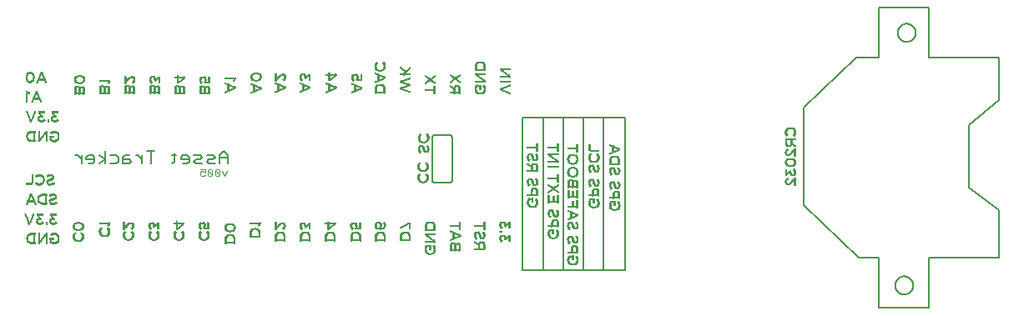
<source format=gbo>
G75*
%MOIN*%
%OFA0B0*%
%FSLAX25Y25*%
%IPPOS*%
%LPD*%
%AMOC8*
5,1,8,0,0,1.08239X$1,22.5*
%
%ADD10R,0.00040X0.00640*%
%ADD11R,0.00040X0.00440*%
%ADD12R,0.00040X0.00440*%
%ADD13R,0.00040X0.01080*%
%ADD14R,0.00040X0.01000*%
%ADD15R,0.00040X0.01440*%
%ADD16R,0.00040X0.00720*%
%ADD17R,0.00040X0.01320*%
%ADD18R,0.00040X0.01840*%
%ADD19R,0.00040X0.00760*%
%ADD20R,0.00040X0.00800*%
%ADD21R,0.00040X0.01640*%
%ADD22R,0.00040X0.00720*%
%ADD23R,0.00040X0.01560*%
%ADD24R,0.00040X0.02080*%
%ADD25R,0.00040X0.00760*%
%ADD26R,0.00040X0.01880*%
%ADD27R,0.00040X0.01760*%
%ADD28R,0.00040X0.02280*%
%ADD29R,0.00040X0.01960*%
%ADD30R,0.00040X0.02400*%
%ADD31R,0.00040X0.02240*%
%ADD32R,0.00040X0.02120*%
%ADD33R,0.00040X0.02120*%
%ADD34R,0.00040X0.02480*%
%ADD35R,0.00040X0.02400*%
%ADD36R,0.00040X0.02240*%
%ADD37R,0.00040X0.02240*%
%ADD38R,0.00040X0.02560*%
%ADD39R,0.00040X0.02560*%
%ADD40R,0.00040X0.02680*%
%ADD41R,0.00040X0.02640*%
%ADD42R,0.00040X0.02520*%
%ADD43R,0.00040X0.02720*%
%ADD44R,0.00040X0.02760*%
%ADD45R,0.00040X0.02600*%
%ADD46R,0.00040X0.02800*%
%ADD47R,0.00040X0.00720*%
%ADD48R,0.00040X0.02880*%
%ADD49R,0.00040X0.02720*%
%ADD50R,0.00040X0.03000*%
%ADD51R,0.00040X0.02800*%
%ADD52R,0.00040X0.02920*%
%ADD53R,0.00040X0.00720*%
%ADD54R,0.00040X0.03080*%
%ADD55R,0.00040X0.02840*%
%ADD56R,0.00040X0.02960*%
%ADD57R,0.00040X0.03200*%
%ADD58R,0.00040X0.03040*%
%ADD59R,0.00040X0.00800*%
%ADD60R,0.00040X0.03280*%
%ADD61R,0.00040X0.03360*%
%ADD62R,0.00040X0.01520*%
%ADD63R,0.00040X0.01120*%
%ADD64R,0.00040X0.01520*%
%ADD65R,0.00040X0.03120*%
%ADD66R,0.00040X0.01360*%
%ADD67R,0.00040X0.01280*%
%ADD68R,0.00040X0.01000*%
%ADD69R,0.00040X0.03160*%
%ADD70R,0.00040X0.01240*%
%ADD71R,0.00040X0.01120*%
%ADD72R,0.00040X0.00880*%
%ADD73R,0.00040X0.01200*%
%ADD74R,0.00040X0.01360*%
%ADD75R,0.00040X0.01040*%
%ADD76R,0.00040X0.00840*%
%ADD77R,0.00040X0.00840*%
%ADD78R,0.00040X0.00920*%
%ADD79R,0.00040X0.01160*%
%ADD80R,0.00040X0.01040*%
%ADD81R,0.00040X0.00880*%
%ADD82R,0.00040X0.00640*%
%ADD83R,0.00040X0.01080*%
%ADD84R,0.00040X0.00560*%
%ADD85R,0.00040X0.00960*%
%ADD86R,0.00040X0.00480*%
%ADD87R,0.00040X0.00360*%
%ADD88R,0.00040X0.00920*%
%ADD89R,0.00040X0.00280*%
%ADD90R,0.00040X0.00920*%
%ADD91R,0.00040X0.00200*%
%ADD92R,0.00040X0.00960*%
%ADD93R,0.00040X0.00120*%
%ADD94R,0.00040X0.00120*%
%ADD95R,0.00040X0.03400*%
%ADD96R,0.00040X0.00040*%
%ADD97R,0.00040X0.03320*%
%ADD98R,0.00040X0.00840*%
%ADD99R,0.00040X0.00840*%
%ADD100R,0.00040X0.03320*%
%ADD101R,0.00040X0.03240*%
%ADD102R,0.00040X0.03160*%
%ADD103R,0.00040X0.01800*%
%ADD104R,0.00040X0.02040*%
%ADD105R,0.00040X0.02200*%
%ADD106R,0.00040X0.02320*%
%ADD107R,0.00040X0.03000*%
%ADD108R,0.00040X0.02920*%
%ADD109R,0.00040X0.02920*%
%ADD110R,0.00040X0.01280*%
%ADD111R,0.00040X0.01440*%
%ADD112R,0.00040X0.01440*%
%ADD113R,0.00040X0.01800*%
%ADD114R,0.00040X0.02840*%
%ADD115R,0.00040X0.01680*%
%ADD116R,0.00040X0.01840*%
%ADD117R,0.00040X0.02040*%
%ADD118R,0.00040X0.02040*%
%ADD119R,0.00040X0.02080*%
%ADD120R,0.00040X0.01640*%
%ADD121R,0.00040X0.01640*%
%ADD122R,0.00040X0.01400*%
%ADD123R,0.00040X0.00680*%
%ADD124R,0.00040X0.01040*%
%ADD125R,0.00040X0.00680*%
%ADD126R,0.00040X0.00080*%
%ADD127R,0.00040X0.00920*%
%ADD128R,0.00040X0.00160*%
%ADD129R,0.00040X0.00080*%
%ADD130R,0.00040X0.00240*%
%ADD131R,0.00040X0.00200*%
%ADD132R,0.00040X0.01040*%
%ADD133R,0.00040X0.00320*%
%ADD134R,0.00040X0.00320*%
%ADD135R,0.00040X0.01480*%
%ADD136R,0.00040X0.00400*%
%ADD137R,0.00040X0.00600*%
%ADD138R,0.00040X0.00480*%
%ADD139R,0.00040X0.01160*%
%ADD140R,0.00040X0.01400*%
%ADD141R,0.00040X0.00600*%
%ADD142R,0.00040X0.01320*%
%ADD143R,0.00040X0.03080*%
%ADD144R,0.00040X0.02960*%
%ADD145R,0.00040X0.01240*%
%ADD146R,0.00040X0.03120*%
%ADD147R,0.00040X0.02920*%
%ADD148R,0.00040X0.02760*%
%ADD149R,0.00040X0.02600*%
%ADD150R,0.00040X0.02880*%
%ADD151R,0.00040X0.02360*%
%ADD152R,0.00040X0.02160*%
%ADD153R,0.00040X0.02200*%
%ADD154R,0.00040X0.02480*%
%ADD155R,0.00040X0.02040*%
%ADD156R,0.00040X0.01920*%
%ADD157R,0.00040X0.01920*%
%ADD158R,0.00040X0.01720*%
%ADD159R,0.00040X0.01720*%
%ADD160R,0.00040X0.01680*%
%ADD161R,0.00040X0.01120*%
%ADD162R,0.00040X0.01600*%
%ADD163R,0.00040X0.02000*%
%ADD164R,0.00040X0.02280*%
%ADD165R,0.00040X0.02520*%
%ADD166R,0.00040X0.00520*%
%ADD167R,0.00040X0.00280*%
%ADD168R,0.00040X0.01320*%
%ADD169R,0.00040X0.03240*%
%ADD170R,0.00040X0.02440*%
%ADD171R,0.00040X0.02120*%
%ADD172R,0.00040X0.02440*%
%ADD173R,0.00040X0.02640*%
%ADD174R,0.00040X0.03200*%
%ADD175R,0.00040X0.03320*%
%ADD176R,0.00040X0.03360*%
%ADD177R,0.00040X0.01320*%
%ADD178R,0.00040X0.01240*%
%ADD179R,0.00040X0.03240*%
%ADD180R,0.00040X0.02680*%
%ADD181R,0.00040X0.02120*%
%ADD182R,0.00040X0.02320*%
%ADD183R,0.00040X0.03120*%
%ADD184R,0.00040X0.00640*%
%ADD185R,0.00040X0.03120*%
%ADD186R,0.00040X0.00640*%
%ADD187R,0.00040X0.01240*%
%ADD188R,0.00040X0.01560*%
%ADD189R,0.00040X0.01600*%
%ADD190R,0.00040X0.02840*%
%ADD191R,0.00040X0.02840*%
%ADD192R,0.00040X0.01520*%
%ADD193R,0.00040X0.01440*%
%ADD194R,0.00040X0.01120*%
%ADD195R,0.00040X0.03040*%
%ADD196R,0.00040X0.03240*%
%ADD197R,0.00040X0.03040*%
%ADD198R,0.00040X0.02720*%
%ADD199R,0.00040X0.03040*%
%ADD200R,0.00040X0.01640*%
%ADD201R,0.00040X0.01840*%
%ADD202R,0.00040X0.01920*%
%ADD203R,0.00040X0.00520*%
%ADD204R,0.00040X0.00240*%
%ADD205R,0.00040X0.00160*%
%ADD206R,0.00040X0.01760*%
%ADD207R,0.00040X0.00120*%
%ADD208R,0.00040X0.00120*%
%ADD209R,0.00040X0.00240*%
%ADD210R,0.00040X0.00520*%
%ADD211R,0.00040X0.00520*%
%ADD212R,0.00520X0.00040*%
%ADD213R,0.00920X0.00040*%
%ADD214R,0.00760X0.00040*%
%ADD215R,0.00800X0.00040*%
%ADD216R,0.01160X0.00040*%
%ADD217R,0.00720X0.00040*%
%ADD218R,0.01360X0.00040*%
%ADD219R,0.00760X0.00040*%
%ADD220R,0.01520X0.00040*%
%ADD221R,0.01680X0.00040*%
%ADD222R,0.01800X0.00040*%
%ADD223R,0.01920X0.00040*%
%ADD224R,0.02040X0.00040*%
%ADD225R,0.02120X0.00040*%
%ADD226R,0.00720X0.00040*%
%ADD227R,0.02200X0.00040*%
%ADD228R,0.02320X0.00040*%
%ADD229R,0.02400X0.00040*%
%ADD230R,0.02480X0.00040*%
%ADD231R,0.00800X0.00040*%
%ADD232R,0.02520X0.00040*%
%ADD233R,0.00040X0.02720*%
%ADD234R,0.02600X0.00040*%
%ADD235R,0.02680X0.00040*%
%ADD236R,0.01080X0.00040*%
%ADD237R,0.01040X0.00040*%
%ADD238R,0.00720X0.00040*%
%ADD239R,0.01000X0.00040*%
%ADD240R,0.01000X0.00040*%
%ADD241R,0.00960X0.00040*%
%ADD242R,0.00920X0.00040*%
%ADD243R,0.00880X0.00040*%
%ADD244R,0.00880X0.00040*%
%ADD245R,0.00840X0.00040*%
%ADD246R,0.00840X0.00040*%
%ADD247R,0.03400X0.00040*%
%ADD248R,0.03400X0.00040*%
%ADD249R,0.03320X0.00040*%
%ADD250R,0.03240X0.00040*%
%ADD251R,0.03240X0.00040*%
%ADD252R,0.03160X0.00040*%
%ADD253R,0.03080X0.00040*%
%ADD254R,0.03080X0.00040*%
%ADD255R,0.03000X0.00040*%
%ADD256R,0.02920X0.00040*%
%ADD257R,0.00720X0.00040*%
%ADD258R,0.00680X0.00040*%
%ADD259R,0.00680X0.00040*%
%ADD260R,0.01480X0.00040*%
%ADD261R,0.01400X0.00040*%
%ADD262R,0.01320X0.00040*%
%ADD263R,0.01320X0.00040*%
%ADD264R,0.01240X0.00040*%
%ADD265R,0.01160X0.00040*%
%ADD266R,0.02440X0.00040*%
%ADD267R,0.02280X0.00040*%
%ADD268R,0.01640X0.00040*%
%ADD269R,0.01320X0.00040*%
%ADD270R,0.00080X0.00040*%
%ADD271R,0.00240X0.00040*%
%ADD272R,0.00400X0.00040*%
%ADD273R,0.00560X0.00040*%
%ADD274R,0.01560X0.00040*%
%ADD275R,0.01600X0.00040*%
%ADD276R,0.01600X0.00040*%
%ADD277R,0.01560X0.00040*%
%ADD278R,0.01440X0.00040*%
%ADD279R,0.01200X0.00040*%
%ADD280R,0.00920X0.00040*%
%ADD281R,0.00440X0.00040*%
%ADD282R,0.00600X0.00040*%
%ADD283R,0.01400X0.00040*%
%ADD284R,0.02920X0.00040*%
%ADD285R,0.01760X0.00040*%
%ADD286R,0.01960X0.00040*%
%ADD287R,0.02000X0.00040*%
%ADD288R,0.02120X0.00040*%
%ADD289R,0.02240X0.00040*%
%ADD290R,0.02280X0.00040*%
%ADD291R,0.02520X0.00040*%
%ADD292R,0.02640X0.00040*%
%ADD293R,0.02720X0.00040*%
%ADD294R,0.02720X0.00040*%
%ADD295R,0.02800X0.00040*%
%ADD296R,0.02840X0.00040*%
%ADD297R,0.02840X0.00040*%
%ADD298R,0.02960X0.00040*%
%ADD299R,0.03040X0.00040*%
%ADD300R,0.03040X0.00040*%
%ADD301R,0.03120X0.00040*%
%ADD302R,0.01520X0.00040*%
%ADD303R,0.01120X0.00040*%
%ADD304R,0.03200X0.00040*%
%ADD305R,0.01280X0.00040*%
%ADD306R,0.01360X0.00040*%
%ADD307R,0.00640X0.00040*%
%ADD308R,0.00640X0.00040*%
%ADD309R,0.00480X0.00040*%
%ADD310R,0.00520X0.00040*%
%ADD311R,0.00360X0.00040*%
%ADD312R,0.00440X0.00040*%
%ADD313R,0.00280X0.00040*%
%ADD314R,0.00200X0.00040*%
%ADD315R,0.00280X0.00040*%
%ADD316R,0.00120X0.00040*%
%ADD317R,0.00200X0.00040*%
%ADD318R,0.00080X0.00040*%
%ADD319R,0.00040X0.00040*%
%ADD320R,0.00840X0.00040*%
%ADD321R,0.01080X0.00040*%
%ADD322R,0.01280X0.00040*%
%ADD323R,0.01680X0.00040*%
%ADD324R,0.01840X0.00040*%
%ADD325R,0.01880X0.00040*%
%ADD326R,0.02080X0.00040*%
%ADD327R,0.02080X0.00040*%
%ADD328R,0.02040X0.00040*%
%ADD329R,0.01640X0.00040*%
%ADD330R,0.01520X0.00040*%
%ADD331R,0.01040X0.00040*%
%ADD332R,0.00320X0.00040*%
%ADD333R,0.00640X0.00040*%
%ADD334R,0.00480X0.00040*%
%ADD335R,0.01040X0.00040*%
%ADD336R,0.01120X0.00040*%
%ADD337R,0.01240X0.00040*%
%ADD338R,0.02760X0.00040*%
%ADD339R,0.02880X0.00040*%
%ADD340R,0.02600X0.00040*%
%ADD341R,0.02760X0.00040*%
%ADD342R,0.02560X0.00040*%
%ADD343R,0.02160X0.00040*%
%ADD344R,0.02040X0.00040*%
%ADD345R,0.02200X0.00040*%
%ADD346R,0.01920X0.00040*%
%ADD347R,0.01720X0.00040*%
%ADD348R,0.00960X0.00040*%
%ADD349R,0.01840X0.00040*%
%ADD350R,0.02560X0.00040*%
%ADD351R,0.02800X0.00040*%
%ADD352R,0.02920X0.00040*%
%ADD353R,0.03160X0.00040*%
%ADD354R,0.01040X0.00040*%
%ADD355R,0.03320X0.00040*%
%ADD356R,0.00840X0.00040*%
%ADD357R,0.03320X0.00040*%
%ADD358R,0.02920X0.00040*%
%ADD359R,0.03120X0.00040*%
%ADD360R,0.02880X0.00040*%
%ADD361R,0.02480X0.00040*%
%ADD362R,0.01240X0.00040*%
%ADD363R,0.01640X0.00040*%
%ADD364R,0.02360X0.00040*%
%ADD365R,0.01320X0.00040*%
%ADD366R,0.00320X0.00040*%
%ADD367R,0.00240X0.00040*%
%ADD368R,0.00160X0.00040*%
%ADD369R,0.01440X0.00040*%
%ADD370R,0.01760X0.00040*%
%ADD371R,0.01720X0.00040*%
%ADD372R,0.01640X0.00040*%
%ADD373R,0.02720X0.00040*%
%ADD374R,0.02720X0.00040*%
%ADD375R,0.01840X0.00040*%
%ADD376R,0.01880X0.00040*%
%ADD377R,0.02240X0.00040*%
%ADD378R,0.02640X0.00040*%
%ADD379R,0.03200X0.00040*%
%ADD380R,0.03040X0.00040*%
%ADD381R,0.03280X0.00040*%
%ADD382R,0.03360X0.00040*%
%ADD383R,0.03120X0.00040*%
%ADD384R,0.01200X0.00040*%
%ADD385R,0.01120X0.00040*%
%ADD386R,0.01480X0.00040*%
%ADD387R,0.01800X0.00040*%
%ADD388R,0.00920X0.00040*%
%ADD389R,0.01520X0.00040*%
%ADD390R,0.00360X0.00040*%
%ADD391R,0.01120X0.00040*%
%ADD392C,0.00400*%
%ADD393C,0.00700*%
%ADD394R,0.00040X0.02640*%
%ADD395R,0.00040X0.01520*%
%ADD396R,0.00040X0.03280*%
%ADD397R,0.00040X0.02520*%
%ADD398R,0.00040X0.02520*%
%ADD399R,0.00040X0.01720*%
%ADD400R,0.00040X0.01480*%
%ADD401R,0.00040X0.03440*%
%ADD402R,0.00040X0.03480*%
%ADD403R,0.00040X0.03480*%
%ADD404R,0.00040X0.03520*%
%ADD405R,0.00040X0.03520*%
%ADD406R,0.00040X0.03560*%
%ADD407R,0.00040X0.03560*%
%ADD408R,0.00040X0.02320*%
%ADD409R,0.00040X0.00400*%
%ADD410R,0.00040X0.03400*%
%ADD411R,0.00040X0.01880*%
%ADD412R,0.00040X0.01200*%
%ADD413R,0.00040X0.00360*%
%ADD414R,0.00040X0.01920*%
%ADD415R,0.00040X0.00560*%
%ADD416R,0.00040X0.00040*%
%ADD417R,0.00040X0.00240*%
%ADD418R,0.00040X0.03440*%
%ADD419R,0.00040X0.03520*%
%ADD420R,0.00040X0.03520*%
%ADD421R,0.00040X0.01960*%
%ADD422R,0.00040X0.00040*%
%ADD423R,0.00040X0.00440*%
%ADD424R,0.00040X0.02640*%
%ADD425R,0.00040X0.02440*%
%ADD426R,0.00040X0.02360*%
%ADD427R,0.00040X0.02240*%
%ADD428R,0.00040X0.02440*%
%ADD429R,0.00040X0.01720*%
%ADD430R,0.00040X0.03440*%
%ADD431R,0.00040X0.03600*%
%ADD432C,0.00800*%
%ADD433C,0.00600*%
%ADD434C,0.00500*%
D10*
X0097338Y0099253D03*
X0097338Y0100773D03*
X0099858Y0099213D03*
X0117338Y0099253D03*
X0119138Y0100933D03*
X0119298Y0100933D03*
X0119538Y0100973D03*
X0119858Y0099213D03*
X0080158Y0100713D03*
X0077638Y0100753D03*
X0119398Y0159253D03*
X0119438Y0159253D03*
X0119478Y0159253D03*
X0119638Y0159293D03*
X0119678Y0159293D03*
X0119758Y0159293D03*
X0119798Y0159293D03*
X0119838Y0159293D03*
X0119878Y0159293D03*
X0119958Y0159293D03*
X0119998Y0159293D03*
X0120038Y0159293D03*
X0120078Y0159293D03*
X0120158Y0159293D03*
X0111038Y0161313D03*
X0171538Y0162313D03*
X0180098Y0160253D03*
X0180138Y0160253D03*
X0180178Y0160253D03*
X0180338Y0160293D03*
X0180378Y0160293D03*
X0180458Y0160293D03*
X0180498Y0160293D03*
X0180538Y0160293D03*
X0180578Y0160293D03*
X0180658Y0160293D03*
X0180698Y0160293D03*
X0180738Y0160293D03*
X0180778Y0160293D03*
X0180858Y0160293D03*
X0187678Y0166873D03*
X0190198Y0166793D03*
X0191078Y0165713D03*
X0196798Y0159493D03*
X0196798Y0156813D03*
X0200958Y0158173D03*
X0200998Y0158173D03*
X0226838Y0162613D03*
X0226878Y0162613D03*
X0236838Y0164493D03*
X0236878Y0164493D03*
X0231078Y0156573D03*
X0208458Y0137053D03*
X0205058Y0138213D03*
X0204838Y0126753D03*
X0207358Y0126713D03*
X0207358Y0122213D03*
X0204838Y0122253D03*
X0180638Y0100973D03*
X0180598Y0100973D03*
X0179798Y0100893D03*
X0179758Y0100893D03*
X0179678Y0100893D03*
X0206838Y0098513D03*
X0206878Y0098513D03*
X0211078Y0092473D03*
X0247642Y0111217D03*
X0251962Y0111257D03*
X0255942Y0098717D03*
X0260262Y0098757D03*
X0263742Y0088217D03*
X0268062Y0088257D03*
X0280442Y0110017D03*
X0276462Y0111057D03*
X0272142Y0111017D03*
X0284762Y0110057D03*
X0276462Y0129217D03*
X0275582Y0130297D03*
X0273062Y0130377D03*
X0350678Y0139273D03*
X0351558Y0138193D03*
X0354078Y0138113D03*
D11*
X0353998Y0138093D03*
X0351758Y0132213D03*
X0351758Y0120533D03*
X0283842Y0111117D03*
X0280442Y0118197D03*
X0272142Y0119197D03*
X0275542Y0112117D03*
X0255942Y0106897D03*
X0251042Y0112317D03*
X0247642Y0119397D03*
X0247642Y0129357D03*
X0273142Y0130397D03*
X0259342Y0099817D03*
X0263742Y0096397D03*
X0267142Y0089317D03*
X0207238Y0122233D03*
X0204878Y0122273D03*
X0204878Y0126773D03*
X0207238Y0126733D03*
X0204138Y0132673D03*
X0150198Y0160353D03*
X0187758Y0166893D03*
X0089998Y0159353D03*
X0090538Y0101913D03*
X0089458Y0100833D03*
X0089538Y0099233D03*
X0097378Y0099273D03*
X0099738Y0099233D03*
X0109738Y0099233D03*
X0117378Y0099273D03*
X0119738Y0099233D03*
X0119138Y0101913D03*
X0150078Y0100793D03*
X0080038Y0100733D03*
X0077678Y0100773D03*
X0069538Y0098733D03*
D12*
X0117378Y0100793D03*
X0205138Y0138233D03*
X0230158Y0157633D03*
X0272142Y0124837D03*
X0280442Y0123837D03*
X0263742Y0102037D03*
X0226538Y0098133D03*
X0210158Y0093533D03*
D13*
X0210478Y0095733D03*
X0207438Y0098293D03*
X0207638Y0102693D03*
X0210198Y0102693D03*
X0200278Y0098673D03*
X0190278Y0098633D03*
X0188798Y0100873D03*
X0190478Y0101313D03*
X0180478Y0098633D03*
X0179078Y0102673D03*
X0170598Y0102633D03*
X0170278Y0098633D03*
X0160278Y0098633D03*
X0157598Y0100793D03*
X0150278Y0098633D03*
X0140278Y0100133D03*
X0130278Y0097633D03*
X0127558Y0100273D03*
X0120698Y0098113D03*
X0109938Y0096953D03*
X0109898Y0096873D03*
X0110178Y0102633D03*
X0100698Y0098113D03*
X0097178Y0100833D03*
X0096458Y0101873D03*
X0097098Y0102673D03*
X0098298Y0102673D03*
X0089858Y0102673D03*
X0089738Y0096953D03*
X0089698Y0096873D03*
X0080998Y0099613D03*
X0069738Y0096453D03*
X0069698Y0096373D03*
X0130758Y0157093D03*
X0130798Y0157093D03*
X0130838Y0157093D03*
X0137978Y0160533D03*
X0141058Y0156893D03*
X0141098Y0156893D03*
X0141138Y0156893D03*
X0150758Y0157193D03*
X0150798Y0157193D03*
X0150838Y0157193D03*
X0157438Y0162153D03*
X0160558Y0157193D03*
X0160598Y0157193D03*
X0160638Y0157193D03*
X0171058Y0157093D03*
X0171098Y0157093D03*
X0171138Y0157093D03*
X0179498Y0162033D03*
X0181258Y0156993D03*
X0181298Y0156993D03*
X0181338Y0156993D03*
X0187638Y0157653D03*
X0190198Y0157653D03*
X0190558Y0161093D03*
X0190598Y0161093D03*
X0190638Y0161093D03*
X0190278Y0164533D03*
X0191038Y0165733D03*
X0187558Y0164533D03*
X0186798Y0165693D03*
X0198398Y0162593D03*
X0199078Y0163473D03*
X0197438Y0159513D03*
X0197398Y0159513D03*
X0197398Y0156793D03*
X0197438Y0156793D03*
X0204898Y0138153D03*
X0204178Y0137033D03*
X0204938Y0135873D03*
X0207658Y0135873D03*
X0208198Y0125613D03*
X0208198Y0121113D03*
X0237398Y0101133D03*
X0237398Y0095813D03*
X0220678Y0097993D03*
X0220638Y0097993D03*
X0210278Y0091253D03*
X0207558Y0091253D03*
X0206798Y0092453D03*
X0247682Y0111237D03*
X0248442Y0110037D03*
X0251162Y0110037D03*
X0258102Y0103977D03*
X0255982Y0098737D03*
X0256742Y0097537D03*
X0259462Y0097537D03*
X0265902Y0093477D03*
X0263782Y0088237D03*
X0264542Y0087037D03*
X0267262Y0087037D03*
X0267542Y0106197D03*
X0267582Y0106197D03*
X0272942Y0109837D03*
X0272182Y0111037D03*
X0275662Y0109837D03*
X0280482Y0110037D03*
X0281242Y0108837D03*
X0283962Y0108837D03*
X0282602Y0115277D03*
X0274302Y0116277D03*
X0264582Y0122117D03*
X0264582Y0127237D03*
X0259702Y0127657D03*
X0259662Y0127657D03*
X0272182Y0129197D03*
X0272902Y0130317D03*
X0272942Y0128037D03*
X0275662Y0128037D03*
X0283882Y0129037D03*
X0284242Y0132477D03*
X0284282Y0132477D03*
X0249802Y0116477D03*
X0237358Y0156473D03*
X0237278Y0156473D03*
X0230278Y0155353D03*
X0227558Y0155353D03*
X0226798Y0156553D03*
X0230478Y0159833D03*
X0227438Y0162393D03*
X0227638Y0166793D03*
X0230198Y0166793D03*
X0237438Y0164273D03*
X0240478Y0161713D03*
X0351478Y0140453D03*
X0354198Y0140453D03*
X0354958Y0139293D03*
X0354238Y0138173D03*
X0354278Y0128133D03*
X0354238Y0124333D03*
X0118798Y0161033D03*
X0097438Y0161153D03*
X0067478Y0159533D03*
D14*
X0067558Y0159453D03*
X0070278Y0161373D03*
X0087638Y0159593D03*
X0087838Y0159833D03*
X0087878Y0159873D03*
X0088078Y0160113D03*
X0088278Y0160353D03*
X0088358Y0160433D03*
X0088558Y0160673D03*
X0088598Y0160713D03*
X0090358Y0161193D03*
X0096798Y0160353D03*
X0110638Y0161133D03*
X0116798Y0160153D03*
X0117478Y0161033D03*
X0118758Y0161073D03*
X0130878Y0157093D03*
X0138058Y0160453D03*
X0140778Y0162373D03*
X0141178Y0156893D03*
X0147838Y0160593D03*
X0148038Y0160833D03*
X0148078Y0160873D03*
X0148278Y0161113D03*
X0148478Y0161353D03*
X0148558Y0161433D03*
X0148758Y0161673D03*
X0148798Y0161713D03*
X0150558Y0162193D03*
X0150878Y0157193D03*
X0156798Y0161353D03*
X0160678Y0157193D03*
X0171178Y0157093D03*
X0171138Y0162133D03*
X0177498Y0161153D03*
X0178178Y0162033D03*
X0179458Y0162073D03*
X0181378Y0156993D03*
X0190078Y0157813D03*
X0190678Y0161093D03*
X0190198Y0164453D03*
X0187678Y0164413D03*
X0187638Y0164453D03*
X0197278Y0159513D03*
X0197278Y0156793D03*
X0200438Y0158153D03*
X0208878Y0160413D03*
X0218878Y0160753D03*
X0227678Y0155193D03*
X0230158Y0155233D03*
X0230198Y0155273D03*
X0230358Y0157513D03*
X0230598Y0159793D03*
X0237198Y0156473D03*
X0237238Y0156473D03*
X0240598Y0161673D03*
X0230078Y0166953D03*
X0207698Y0138073D03*
X0207578Y0135793D03*
X0207778Y0133473D03*
X0205778Y0133633D03*
X0204178Y0132673D03*
X0204898Y0131553D03*
X0206858Y0131673D03*
X0205058Y0135753D03*
X0207478Y0126613D03*
X0207358Y0124333D03*
X0207278Y0124253D03*
X0207238Y0124213D03*
X0207478Y0122113D03*
X0207358Y0119833D03*
X0207278Y0119753D03*
X0207238Y0119713D03*
X0204878Y0119753D03*
X0204838Y0119793D03*
X0204798Y0119833D03*
X0204878Y0124253D03*
X0204838Y0124293D03*
X0204798Y0124333D03*
X0210078Y0102853D03*
X0210598Y0095693D03*
X0210358Y0093413D03*
X0210198Y0091173D03*
X0210158Y0091133D03*
X0207678Y0091093D03*
X0220398Y0094513D03*
X0220758Y0097993D03*
X0220798Y0097993D03*
X0226578Y0098133D03*
X0227298Y0097013D03*
X0229258Y0097133D03*
X0230178Y0098933D03*
X0228178Y0099093D03*
X0236678Y0096813D03*
X0236678Y0102133D03*
X0248562Y0109877D03*
X0251042Y0109917D03*
X0251082Y0109957D03*
X0251242Y0112197D03*
X0250362Y0118397D03*
X0248402Y0118277D03*
X0247682Y0119397D03*
X0249282Y0120357D03*
X0251282Y0120197D03*
X0258062Y0116777D03*
X0264662Y0122037D03*
X0264702Y0121997D03*
X0267142Y0122037D03*
X0267182Y0122077D03*
X0267302Y0119717D03*
X0272182Y0119197D03*
X0272902Y0118077D03*
X0274862Y0118197D03*
X0275782Y0119997D03*
X0273782Y0120157D03*
X0272902Y0123717D03*
X0272182Y0124837D03*
X0273782Y0125797D03*
X0275782Y0125637D03*
X0274862Y0123837D03*
X0280482Y0123837D03*
X0281202Y0122717D03*
X0283162Y0122837D03*
X0284082Y0124637D03*
X0282082Y0124797D03*
X0281402Y0129157D03*
X0283762Y0129197D03*
X0284362Y0132477D03*
X0284402Y0132477D03*
X0275702Y0130237D03*
X0275582Y0127957D03*
X0273062Y0127917D03*
X0267182Y0127197D03*
X0267142Y0127157D03*
X0267102Y0124717D03*
X0267142Y0124677D03*
X0267182Y0124637D03*
X0264662Y0124677D03*
X0264702Y0127117D03*
X0264662Y0127157D03*
X0264662Y0129797D03*
X0267102Y0129837D03*
X0267142Y0129797D03*
X0267182Y0129757D03*
X0259782Y0127617D03*
X0256502Y0130257D03*
X0251282Y0130157D03*
X0249282Y0130317D03*
X0247682Y0129357D03*
X0248402Y0128237D03*
X0250362Y0128357D03*
X0275742Y0111997D03*
X0275582Y0109757D03*
X0275542Y0109717D03*
X0273062Y0109677D03*
X0267702Y0106197D03*
X0267662Y0106197D03*
X0267382Y0102837D03*
X0265382Y0102997D03*
X0263782Y0102037D03*
X0264502Y0100917D03*
X0266462Y0101037D03*
X0259542Y0099697D03*
X0259382Y0097457D03*
X0259342Y0097417D03*
X0256862Y0097377D03*
X0263782Y0096397D03*
X0264502Y0095277D03*
X0266462Y0095397D03*
X0267382Y0097197D03*
X0265382Y0097357D03*
X0267342Y0089197D03*
X0267182Y0086957D03*
X0267142Y0086917D03*
X0264662Y0086877D03*
X0256702Y0105777D03*
X0255982Y0106897D03*
X0257582Y0107857D03*
X0259582Y0107697D03*
X0258662Y0105897D03*
X0280482Y0118197D03*
X0281202Y0117077D03*
X0283162Y0117197D03*
X0284082Y0118997D03*
X0282082Y0119157D03*
X0284042Y0110997D03*
X0283882Y0108757D03*
X0283842Y0108717D03*
X0281362Y0108677D03*
X0351398Y0118693D03*
X0351438Y0120413D03*
X0353158Y0119173D03*
X0353198Y0119213D03*
X0353238Y0119253D03*
X0353398Y0119453D03*
X0353438Y0119493D03*
X0353478Y0119533D03*
X0353638Y0119733D03*
X0353678Y0119773D03*
X0353878Y0120013D03*
X0354958Y0123333D03*
X0354238Y0126333D03*
X0354238Y0128173D03*
X0354198Y0128213D03*
X0351438Y0128173D03*
X0351438Y0126333D03*
X0351478Y0126293D03*
X0351398Y0130373D03*
X0351438Y0132093D03*
X0353158Y0130853D03*
X0353198Y0130893D03*
X0353238Y0130933D03*
X0353398Y0131133D03*
X0353438Y0131173D03*
X0353478Y0131213D03*
X0353638Y0131413D03*
X0353678Y0131453D03*
X0353878Y0131693D03*
X0351438Y0138253D03*
X0351558Y0140533D03*
X0354078Y0140573D03*
X0200158Y0098833D03*
X0197798Y0098793D03*
X0190158Y0098793D03*
X0187798Y0098753D03*
X0188758Y0100833D03*
X0187478Y0101153D03*
X0190438Y0101233D03*
X0180358Y0098793D03*
X0177998Y0098753D03*
X0177078Y0101793D03*
X0177758Y0102673D03*
X0179038Y0102713D03*
X0170158Y0098793D03*
X0167798Y0098753D03*
X0160158Y0098793D03*
X0157798Y0098753D03*
X0156878Y0101793D03*
X0150438Y0102633D03*
X0150398Y0100913D03*
X0148678Y0102153D03*
X0148638Y0102113D03*
X0148598Y0102073D03*
X0148438Y0101873D03*
X0148398Y0101833D03*
X0148358Y0101793D03*
X0148198Y0101593D03*
X0148158Y0101553D03*
X0147958Y0101313D03*
X0147798Y0098753D03*
X0150158Y0098793D03*
X0140158Y0100293D03*
X0137798Y0100253D03*
X0130398Y0100233D03*
X0130398Y0102073D03*
X0130358Y0102113D03*
X0127598Y0102073D03*
X0127598Y0100233D03*
X0127638Y0100193D03*
X0127798Y0097753D03*
X0130158Y0097793D03*
X0119978Y0099113D03*
X0119858Y0096833D03*
X0119778Y0096753D03*
X0119738Y0096713D03*
X0117378Y0096753D03*
X0117338Y0096793D03*
X0117298Y0096833D03*
X0117178Y0100873D03*
X0116458Y0101833D03*
X0117138Y0102753D03*
X0118378Y0102793D03*
X0119098Y0101913D03*
X0110298Y0102713D03*
X0110258Y0102673D03*
X0109978Y0099113D03*
X0109858Y0096833D03*
X0109778Y0096753D03*
X0109738Y0096713D03*
X0107378Y0096753D03*
X0107338Y0096793D03*
X0107298Y0096833D03*
X0099858Y0096833D03*
X0099778Y0096753D03*
X0099738Y0096713D03*
X0097378Y0096753D03*
X0097338Y0096793D03*
X0097298Y0096833D03*
X0099978Y0099113D03*
X0098258Y0102753D03*
X0090498Y0101913D03*
X0089778Y0100953D03*
X0089778Y0099113D03*
X0089658Y0096833D03*
X0089578Y0096753D03*
X0089538Y0096713D03*
X0087178Y0096753D03*
X0087138Y0096793D03*
X0087098Y0096833D03*
X0080158Y0098333D03*
X0080078Y0098253D03*
X0080038Y0098213D03*
X0077678Y0098253D03*
X0077638Y0098293D03*
X0077598Y0098333D03*
X0080278Y0100613D03*
X0087058Y0101033D03*
X0087098Y0101073D03*
X0087138Y0101113D03*
X0087178Y0101153D03*
X0087298Y0101273D03*
X0087498Y0101553D03*
X0087538Y0101593D03*
X0087578Y0101633D03*
X0087658Y0101713D03*
X0087698Y0101753D03*
X0087978Y0102113D03*
X0088058Y0102193D03*
X0088098Y0102233D03*
X0088138Y0102273D03*
X0088178Y0102313D03*
X0088258Y0102393D03*
X0088338Y0102473D03*
X0069778Y0102613D03*
X0069738Y0102653D03*
X0069698Y0102693D03*
X0069778Y0100773D03*
X0069698Y0100693D03*
X0069778Y0098613D03*
X0069658Y0096333D03*
X0069578Y0096253D03*
X0069538Y0096213D03*
X0067178Y0096253D03*
X0067138Y0096293D03*
X0067098Y0096333D03*
X0067058Y0100693D03*
X0066978Y0100773D03*
X0066938Y0102573D03*
X0066978Y0102613D03*
X0067058Y0102693D03*
D15*
X0098718Y0160973D03*
X0110118Y0160913D03*
X0158718Y0161973D03*
X0170618Y0161913D03*
X0248322Y0112257D03*
X0247722Y0111217D03*
X0256622Y0099757D03*
X0256022Y0098717D03*
X0264422Y0089257D03*
X0263822Y0088217D03*
X0280522Y0110017D03*
X0281122Y0111057D03*
X0272822Y0112057D03*
X0272222Y0111017D03*
D16*
X0272222Y0114137D03*
X0272422Y0114137D03*
X0272622Y0114137D03*
X0272822Y0114137D03*
X0273022Y0114137D03*
X0273222Y0114137D03*
X0273422Y0114137D03*
X0274422Y0114137D03*
X0274622Y0114137D03*
X0274822Y0114137D03*
X0275022Y0114137D03*
X0275222Y0114137D03*
X0275422Y0114137D03*
X0275622Y0114137D03*
X0280522Y0113137D03*
X0280722Y0113137D03*
X0280922Y0113137D03*
X0281122Y0113137D03*
X0281322Y0113137D03*
X0281522Y0113137D03*
X0281722Y0113137D03*
X0282722Y0113137D03*
X0282922Y0113137D03*
X0283122Y0113137D03*
X0283322Y0113137D03*
X0283522Y0113137D03*
X0283722Y0113137D03*
X0283922Y0113137D03*
X0281722Y0119377D03*
X0281522Y0119377D03*
X0273422Y0120377D03*
X0273222Y0120377D03*
X0266822Y0119937D03*
X0266622Y0119897D03*
X0265222Y0120137D03*
X0265022Y0120177D03*
X0265622Y0125137D03*
X0260022Y0125597D03*
X0259822Y0125597D03*
X0259622Y0125597D03*
X0259422Y0125597D03*
X0259222Y0125597D03*
X0259022Y0125597D03*
X0258822Y0125597D03*
X0258622Y0125597D03*
X0258422Y0125597D03*
X0258222Y0125597D03*
X0258022Y0125597D03*
X0257822Y0125597D03*
X0257622Y0125597D03*
X0257422Y0125597D03*
X0257222Y0125597D03*
X0257022Y0125597D03*
X0256822Y0125597D03*
X0256622Y0125597D03*
X0256422Y0125597D03*
X0256222Y0125597D03*
X0256022Y0125597D03*
X0256022Y0127477D03*
X0256222Y0127477D03*
X0256422Y0127477D03*
X0256622Y0127477D03*
X0256822Y0127477D03*
X0257022Y0127477D03*
X0257222Y0127477D03*
X0257422Y0127477D03*
X0257622Y0127477D03*
X0257822Y0127477D03*
X0258022Y0127477D03*
X0258222Y0127477D03*
X0258422Y0127477D03*
X0258622Y0127477D03*
X0258822Y0127477D03*
X0258822Y0130397D03*
X0259022Y0130397D03*
X0259222Y0130397D03*
X0259422Y0130397D03*
X0259622Y0130397D03*
X0259822Y0130397D03*
X0260022Y0130397D03*
X0258622Y0130397D03*
X0258422Y0130397D03*
X0258222Y0130397D03*
X0258022Y0130397D03*
X0257822Y0130397D03*
X0257622Y0130397D03*
X0257422Y0130397D03*
X0257422Y0133237D03*
X0257622Y0133237D03*
X0257822Y0133237D03*
X0258022Y0133237D03*
X0258222Y0133237D03*
X0258422Y0133237D03*
X0258622Y0133237D03*
X0258822Y0133237D03*
X0259022Y0133237D03*
X0259222Y0133237D03*
X0259422Y0133237D03*
X0257222Y0133237D03*
X0257022Y0133237D03*
X0256822Y0133237D03*
X0256622Y0133237D03*
X0256422Y0133237D03*
X0256222Y0133237D03*
X0256022Y0133237D03*
X0251122Y0133097D03*
X0250922Y0133097D03*
X0250722Y0133097D03*
X0250522Y0133097D03*
X0250322Y0133097D03*
X0250122Y0133097D03*
X0249922Y0133097D03*
X0249722Y0133097D03*
X0249522Y0133097D03*
X0249322Y0133097D03*
X0249122Y0133097D03*
X0248922Y0133097D03*
X0248722Y0133097D03*
X0248522Y0133097D03*
X0248322Y0133097D03*
X0248122Y0133097D03*
X0247922Y0133097D03*
X0247722Y0133097D03*
X0248722Y0130537D03*
X0248922Y0130537D03*
X0250722Y0128177D03*
X0250922Y0128177D03*
X0250922Y0123977D03*
X0251122Y0123977D03*
X0250722Y0123977D03*
X0250522Y0123977D03*
X0250322Y0123977D03*
X0250122Y0123977D03*
X0249922Y0123977D03*
X0249122Y0123977D03*
X0248922Y0123977D03*
X0248722Y0123977D03*
X0248522Y0123977D03*
X0248322Y0123977D03*
X0248122Y0123977D03*
X0247922Y0123977D03*
X0247722Y0123977D03*
X0248722Y0120577D03*
X0248922Y0120577D03*
X0248922Y0114337D03*
X0248722Y0114337D03*
X0248522Y0114337D03*
X0248322Y0114337D03*
X0248122Y0114337D03*
X0247922Y0114337D03*
X0247722Y0114337D03*
X0249922Y0114337D03*
X0250122Y0114337D03*
X0250322Y0114337D03*
X0250522Y0114337D03*
X0250722Y0114337D03*
X0250922Y0114337D03*
X0251122Y0114337D03*
X0256822Y0111477D03*
X0257022Y0111477D03*
X0257222Y0111477D03*
X0257422Y0111477D03*
X0257622Y0111477D03*
X0258622Y0111477D03*
X0258822Y0111477D03*
X0259022Y0111477D03*
X0259222Y0111477D03*
X0259422Y0111477D03*
X0257222Y0108077D03*
X0257022Y0108077D03*
X0257022Y0101837D03*
X0257222Y0101837D03*
X0256822Y0101837D03*
X0256622Y0101837D03*
X0256422Y0101837D03*
X0256222Y0101837D03*
X0256022Y0101837D03*
X0258222Y0101837D03*
X0258422Y0101837D03*
X0258622Y0101837D03*
X0258822Y0101837D03*
X0259022Y0101837D03*
X0259222Y0101837D03*
X0259422Y0101837D03*
X0264222Y0104577D03*
X0264622Y0104737D03*
X0265622Y0105177D03*
X0266022Y0105337D03*
X0266422Y0105497D03*
X0266822Y0105697D03*
X0267022Y0105777D03*
X0266822Y0106697D03*
X0266622Y0106777D03*
X0265822Y0107137D03*
X0265022Y0097577D03*
X0264822Y0097577D03*
X0264822Y0091337D03*
X0265022Y0091337D03*
X0264622Y0091337D03*
X0264422Y0091337D03*
X0264222Y0091337D03*
X0264022Y0091337D03*
X0263822Y0091337D03*
X0266022Y0091337D03*
X0266222Y0091337D03*
X0266422Y0091337D03*
X0266622Y0091337D03*
X0266822Y0091337D03*
X0267022Y0091337D03*
X0267222Y0091337D03*
X0237918Y0103273D03*
X0237718Y0103233D03*
X0230018Y0101833D03*
X0229818Y0101833D03*
X0229618Y0101833D03*
X0229418Y0101833D03*
X0229218Y0101833D03*
X0229018Y0101833D03*
X0228818Y0101833D03*
X0228618Y0101833D03*
X0228418Y0101833D03*
X0228218Y0101833D03*
X0228018Y0101833D03*
X0227818Y0101833D03*
X0227618Y0101833D03*
X0227418Y0101833D03*
X0227218Y0101833D03*
X0227018Y0101833D03*
X0226818Y0101833D03*
X0226618Y0101833D03*
X0220318Y0101773D03*
X0220118Y0101773D03*
X0219918Y0101773D03*
X0219718Y0101773D03*
X0219518Y0101773D03*
X0219318Y0101773D03*
X0219118Y0101773D03*
X0218918Y0101773D03*
X0218718Y0101773D03*
X0218518Y0101773D03*
X0218318Y0101773D03*
X0218118Y0101773D03*
X0217918Y0101773D03*
X0217718Y0101773D03*
X0217518Y0101773D03*
X0217318Y0101773D03*
X0217118Y0101773D03*
X0216918Y0101773D03*
X0218918Y0098933D03*
X0219718Y0098573D03*
X0219918Y0098493D03*
X0220118Y0097573D03*
X0219918Y0097493D03*
X0219518Y0097293D03*
X0219118Y0097133D03*
X0218718Y0096973D03*
X0217718Y0096533D03*
X0217318Y0096373D03*
X0218118Y0094973D03*
X0218318Y0094933D03*
X0219718Y0094693D03*
X0219918Y0094733D03*
X0229418Y0095393D03*
X0210918Y0098473D03*
X0210718Y0098473D03*
X0210518Y0098473D03*
X0210318Y0098473D03*
X0210118Y0098473D03*
X0209918Y0098473D03*
X0209718Y0098473D03*
X0209518Y0098473D03*
X0209318Y0098473D03*
X0209118Y0098473D03*
X0208918Y0098473D03*
X0208718Y0098473D03*
X0208518Y0098473D03*
X0208318Y0098473D03*
X0208318Y0100273D03*
X0208518Y0100273D03*
X0208718Y0100273D03*
X0208918Y0100273D03*
X0209118Y0100273D03*
X0209318Y0100273D03*
X0209518Y0100273D03*
X0209718Y0100273D03*
X0209918Y0100273D03*
X0210118Y0100273D03*
X0210318Y0100273D03*
X0208118Y0100273D03*
X0207918Y0100273D03*
X0207718Y0100273D03*
X0207518Y0100273D03*
X0207918Y0093833D03*
X0208118Y0093833D03*
X0208318Y0093833D03*
X0208518Y0093833D03*
X0189318Y0100733D03*
X0188118Y0100773D03*
X0187918Y0103133D03*
X0188118Y0103173D03*
X0188318Y0103173D03*
X0188518Y0103133D03*
X0178718Y0102933D03*
X0178518Y0102973D03*
X0178318Y0102973D03*
X0178118Y0102933D03*
X0158118Y0102933D03*
X0157918Y0102893D03*
X0129318Y0099733D03*
X0109418Y0102853D03*
X0109018Y0102853D03*
X0108618Y0102853D03*
X0108218Y0102853D03*
X0107018Y0102853D03*
X0106618Y0102853D03*
X0080118Y0102953D03*
X0079918Y0102953D03*
X0079718Y0102953D03*
X0079518Y0102953D03*
X0079318Y0102953D03*
X0079118Y0102953D03*
X0078918Y0102953D03*
X0078718Y0102953D03*
X0078518Y0102953D03*
X0078318Y0102953D03*
X0078118Y0102953D03*
X0077918Y0102953D03*
X0077718Y0102953D03*
X0077518Y0102953D03*
X0077318Y0102953D03*
X0077118Y0102953D03*
X0076918Y0102953D03*
X0077518Y0155033D03*
X0077718Y0155033D03*
X0077918Y0155033D03*
X0078118Y0155033D03*
X0078318Y0155033D03*
X0078518Y0155033D03*
X0079318Y0155033D03*
X0079518Y0155033D03*
X0079718Y0155033D03*
X0079918Y0155033D03*
X0080118Y0155033D03*
X0080318Y0155033D03*
X0079518Y0157473D03*
X0078118Y0157793D03*
X0077918Y0157793D03*
X0077918Y0159873D03*
X0078118Y0159873D03*
X0078318Y0159873D03*
X0078518Y0159873D03*
X0078718Y0159873D03*
X0078918Y0159873D03*
X0079118Y0159873D03*
X0079318Y0159873D03*
X0079518Y0159873D03*
X0079718Y0159873D03*
X0079918Y0159873D03*
X0080118Y0159873D03*
X0077718Y0159873D03*
X0077518Y0159873D03*
X0077318Y0159873D03*
X0077118Y0159873D03*
X0076918Y0159873D03*
X0069518Y0157273D03*
X0068118Y0157593D03*
X0067918Y0157593D03*
X0067918Y0154833D03*
X0068118Y0154833D03*
X0068318Y0154833D03*
X0068518Y0154833D03*
X0069318Y0154833D03*
X0069518Y0154833D03*
X0069718Y0154833D03*
X0069918Y0154833D03*
X0070118Y0154833D03*
X0070318Y0154833D03*
X0067718Y0154833D03*
X0067518Y0154833D03*
X0087518Y0155133D03*
X0087718Y0155133D03*
X0087918Y0155133D03*
X0088118Y0155133D03*
X0088318Y0155133D03*
X0088518Y0155133D03*
X0089318Y0155133D03*
X0089518Y0155133D03*
X0089718Y0155133D03*
X0089918Y0155133D03*
X0090118Y0155133D03*
X0090318Y0155133D03*
X0089518Y0157573D03*
X0088118Y0157893D03*
X0087918Y0157893D03*
X0090118Y0159333D03*
X0097918Y0157893D03*
X0098118Y0157893D03*
X0099518Y0157573D03*
X0099518Y0155133D03*
X0099718Y0155133D03*
X0099918Y0155133D03*
X0100118Y0155133D03*
X0100318Y0155133D03*
X0099318Y0155133D03*
X0098518Y0155133D03*
X0098318Y0155133D03*
X0098118Y0155133D03*
X0097918Y0155133D03*
X0097718Y0155133D03*
X0097518Y0155133D03*
X0097918Y0161493D03*
X0098118Y0161493D03*
X0106918Y0161273D03*
X0107118Y0161273D03*
X0107318Y0161273D03*
X0107518Y0161273D03*
X0107718Y0161273D03*
X0108518Y0161273D03*
X0108718Y0161273D03*
X0108918Y0161273D03*
X0109118Y0161273D03*
X0109318Y0161273D03*
X0109518Y0161273D03*
X0109718Y0161273D03*
X0109918Y0161273D03*
X0109518Y0157473D03*
X0108118Y0157793D03*
X0107918Y0157793D03*
X0107918Y0155033D03*
X0108118Y0155033D03*
X0108318Y0155033D03*
X0108518Y0155033D03*
X0109318Y0155033D03*
X0109518Y0155033D03*
X0109718Y0155033D03*
X0109918Y0155033D03*
X0110118Y0155033D03*
X0110318Y0155033D03*
X0107718Y0155033D03*
X0107518Y0155033D03*
X0117518Y0154933D03*
X0117718Y0154933D03*
X0117918Y0154933D03*
X0118118Y0154933D03*
X0118318Y0154933D03*
X0118518Y0154933D03*
X0119318Y0154933D03*
X0119518Y0154933D03*
X0119718Y0154933D03*
X0119918Y0154933D03*
X0120118Y0154933D03*
X0120318Y0154933D03*
X0119518Y0157373D03*
X0118118Y0157693D03*
X0117918Y0157693D03*
X0117918Y0161293D03*
X0118118Y0161333D03*
X0118318Y0161333D03*
X0127118Y0160873D03*
X0127318Y0160873D03*
X0127518Y0160873D03*
X0127718Y0160873D03*
X0127918Y0160873D03*
X0128118Y0160873D03*
X0128318Y0160873D03*
X0128518Y0160873D03*
X0128718Y0160873D03*
X0128918Y0160873D03*
X0129118Y0160873D03*
X0129318Y0160873D03*
X0129518Y0160873D03*
X0129718Y0160873D03*
X0129918Y0160873D03*
X0130118Y0160873D03*
X0130318Y0160873D03*
X0129118Y0157993D03*
X0128918Y0158073D03*
X0130318Y0157473D03*
X0129718Y0156433D03*
X0129318Y0156273D03*
X0129118Y0156193D03*
X0127918Y0155673D03*
X0127718Y0155593D03*
X0138018Y0155393D03*
X0138218Y0155473D03*
X0139418Y0155993D03*
X0139618Y0156073D03*
X0140018Y0156233D03*
X0140618Y0157273D03*
X0139418Y0157793D03*
X0139218Y0157873D03*
X0147718Y0155693D03*
X0147918Y0155773D03*
X0149118Y0156293D03*
X0149318Y0156373D03*
X0149718Y0156533D03*
X0150318Y0157573D03*
X0149118Y0158093D03*
X0148918Y0158173D03*
X0150318Y0160333D03*
X0157918Y0162493D03*
X0158118Y0162493D03*
X0158718Y0158173D03*
X0158918Y0158093D03*
X0160118Y0157573D03*
X0159518Y0156533D03*
X0159118Y0156373D03*
X0158918Y0156293D03*
X0157718Y0155773D03*
X0157518Y0155693D03*
X0168018Y0155593D03*
X0168218Y0155673D03*
X0169418Y0156193D03*
X0169618Y0156273D03*
X0170018Y0156433D03*
X0170618Y0157473D03*
X0169418Y0157993D03*
X0169218Y0158073D03*
X0169218Y0162273D03*
X0169418Y0162273D03*
X0169618Y0162273D03*
X0169818Y0162273D03*
X0170018Y0162273D03*
X0170218Y0162273D03*
X0170418Y0162273D03*
X0169018Y0162273D03*
X0168218Y0162273D03*
X0168018Y0162273D03*
X0167818Y0162273D03*
X0167618Y0162273D03*
X0167418Y0162273D03*
X0178618Y0162293D03*
X0178818Y0162333D03*
X0179018Y0162333D03*
X0179418Y0157973D03*
X0179618Y0157893D03*
X0180818Y0157373D03*
X0180218Y0156333D03*
X0179818Y0156173D03*
X0179618Y0156093D03*
X0178418Y0155573D03*
X0178218Y0155493D03*
X0187518Y0155233D03*
X0187718Y0155233D03*
X0187918Y0155233D03*
X0188118Y0155233D03*
X0188318Y0155233D03*
X0188518Y0155233D03*
X0188718Y0155233D03*
X0188918Y0155233D03*
X0189118Y0155233D03*
X0189318Y0155233D03*
X0189518Y0155233D03*
X0189718Y0155233D03*
X0189918Y0155233D03*
X0190118Y0155233D03*
X0190318Y0155233D03*
X0187718Y0159673D03*
X0187518Y0159593D03*
X0188918Y0160193D03*
X0189118Y0160273D03*
X0189518Y0160433D03*
X0190118Y0161473D03*
X0188918Y0161993D03*
X0188718Y0162073D03*
X0196918Y0159493D03*
X0198118Y0159093D03*
X0198518Y0158933D03*
X0198718Y0158893D03*
X0199118Y0158733D03*
X0199318Y0158693D03*
X0199718Y0158533D03*
X0199718Y0157773D03*
X0199118Y0157573D03*
X0198518Y0157373D03*
X0198118Y0156373D03*
X0198118Y0159933D03*
X0198718Y0160133D03*
X0199318Y0160333D03*
X0199918Y0160533D03*
X0206918Y0156273D03*
X0207118Y0156273D03*
X0207318Y0156273D03*
X0207518Y0156273D03*
X0207718Y0156273D03*
X0207918Y0156273D03*
X0208118Y0156273D03*
X0208318Y0156273D03*
X0208518Y0156273D03*
X0208718Y0156273D03*
X0208918Y0156273D03*
X0209118Y0156273D03*
X0209318Y0156273D03*
X0209518Y0156273D03*
X0209718Y0156273D03*
X0209918Y0156273D03*
X0210118Y0156273D03*
X0210318Y0156273D03*
X0216918Y0155133D03*
X0217118Y0155133D03*
X0217318Y0155133D03*
X0217518Y0155133D03*
X0217718Y0155133D03*
X0217918Y0155133D03*
X0218118Y0155133D03*
X0219118Y0155133D03*
X0219318Y0155133D03*
X0219518Y0155133D03*
X0219718Y0155133D03*
X0219918Y0155133D03*
X0220118Y0155133D03*
X0220318Y0155133D03*
X0219918Y0157773D03*
X0227918Y0157933D03*
X0228118Y0157933D03*
X0228318Y0157933D03*
X0228518Y0157933D03*
X0228518Y0162573D03*
X0228718Y0162573D03*
X0228918Y0162573D03*
X0229118Y0162573D03*
X0229318Y0162573D03*
X0229518Y0162573D03*
X0229718Y0162573D03*
X0229918Y0162573D03*
X0230118Y0162573D03*
X0230318Y0162573D03*
X0230518Y0162573D03*
X0230718Y0162573D03*
X0230918Y0162573D03*
X0230318Y0164373D03*
X0230118Y0164373D03*
X0229918Y0164373D03*
X0229718Y0164373D03*
X0229518Y0164373D03*
X0229318Y0164373D03*
X0229118Y0164373D03*
X0228918Y0164373D03*
X0228718Y0164373D03*
X0228518Y0164373D03*
X0228318Y0164373D03*
X0228118Y0164373D03*
X0227918Y0164373D03*
X0227718Y0164373D03*
X0227518Y0164373D03*
X0228318Y0162573D03*
X0236918Y0161533D03*
X0237118Y0161533D03*
X0237318Y0161533D03*
X0237518Y0161533D03*
X0237718Y0161533D03*
X0237918Y0161533D03*
X0238118Y0161533D03*
X0238318Y0161533D03*
X0238518Y0161533D03*
X0238718Y0161533D03*
X0238918Y0161533D03*
X0239118Y0161533D03*
X0239318Y0161533D03*
X0239518Y0161533D03*
X0239718Y0161533D03*
X0239118Y0157373D03*
X0238918Y0157293D03*
X0238518Y0157133D03*
X0238118Y0156973D03*
X0237918Y0156893D03*
X0207618Y0138133D03*
X0207418Y0131493D03*
X0207218Y0131493D03*
X0263822Y0132777D03*
X0264022Y0132777D03*
X0264222Y0132777D03*
X0264422Y0132777D03*
X0264622Y0132777D03*
X0264822Y0132777D03*
X0265022Y0132777D03*
X0265222Y0132777D03*
X0265422Y0132777D03*
X0265622Y0132777D03*
X0265822Y0132777D03*
X0266022Y0132777D03*
X0266222Y0132777D03*
X0266422Y0132777D03*
X0266622Y0132777D03*
X0266822Y0132777D03*
X0267022Y0132777D03*
X0267222Y0132777D03*
X0273022Y0130377D03*
X0275622Y0130297D03*
X0281122Y0130937D03*
X0281522Y0131097D03*
X0282522Y0131537D03*
X0282922Y0131697D03*
X0283122Y0131777D03*
X0283522Y0131977D03*
X0283722Y0132897D03*
X0283522Y0132977D03*
X0282322Y0133497D03*
X0351518Y0138193D03*
X0354118Y0138113D03*
X0352318Y0133793D03*
X0352118Y0133753D03*
X0353718Y0122193D03*
D17*
X0354318Y0124213D03*
X0280522Y0123837D03*
X0272222Y0124837D03*
X0272222Y0119197D03*
X0280522Y0118197D03*
X0257822Y0116777D03*
X0247722Y0119397D03*
X0264422Y0129437D03*
X0256022Y0106897D03*
X0263822Y0102037D03*
X0263822Y0096397D03*
X0237318Y0095933D03*
X0226618Y0098133D03*
X0207718Y0098173D03*
X0204218Y0132673D03*
X0181018Y0156993D03*
X0190318Y0161093D03*
X0170818Y0157093D03*
X0160318Y0157193D03*
X0150518Y0157193D03*
X0140818Y0156893D03*
X0130518Y0157093D03*
X0227718Y0162273D03*
D18*
X0280522Y0127177D03*
X0196918Y0096813D03*
X0186918Y0096773D03*
X0177118Y0096773D03*
X0166918Y0096773D03*
X0156918Y0096773D03*
X0146918Y0096773D03*
X0136918Y0098273D03*
X0126918Y0095773D03*
X0098418Y0102213D03*
D19*
X0097818Y0102993D03*
X0097418Y0102913D03*
X0098018Y0096393D03*
X0098218Y0096353D03*
X0098418Y0096313D03*
X0098818Y0096313D03*
X0108018Y0096393D03*
X0108218Y0096353D03*
X0108418Y0096313D03*
X0108818Y0096313D03*
X0108818Y0101353D03*
X0107418Y0102833D03*
X0110618Y0102833D03*
X0118018Y0102993D03*
X0118018Y0096393D03*
X0118218Y0096353D03*
X0118418Y0096313D03*
X0118818Y0096313D03*
X0128718Y0098193D03*
X0128918Y0098233D03*
X0129118Y0098233D03*
X0129318Y0098193D03*
X0129518Y0098153D03*
X0129518Y0099753D03*
X0129118Y0099713D03*
X0128918Y0099713D03*
X0128718Y0099713D03*
X0128518Y0099753D03*
X0128118Y0102433D03*
X0128518Y0102553D03*
X0128718Y0102593D03*
X0128918Y0102593D03*
X0129118Y0102593D03*
X0129318Y0102553D03*
X0138718Y0100693D03*
X0138918Y0100733D03*
X0139118Y0100733D03*
X0139318Y0100693D03*
X0139518Y0100653D03*
X0148718Y0099193D03*
X0148918Y0099233D03*
X0149118Y0099233D03*
X0149318Y0099193D03*
X0149518Y0099153D03*
X0149718Y0102873D03*
X0149918Y0102873D03*
X0158318Y0102913D03*
X0158918Y0099233D03*
X0159118Y0099233D03*
X0159318Y0099193D03*
X0159518Y0099153D03*
X0158718Y0099193D03*
X0168718Y0099193D03*
X0168918Y0099233D03*
X0169118Y0099233D03*
X0169318Y0099193D03*
X0169518Y0099153D03*
X0178918Y0099193D03*
X0179118Y0099233D03*
X0179318Y0099233D03*
X0179518Y0099193D03*
X0179718Y0099153D03*
X0179118Y0101113D03*
X0187718Y0100913D03*
X0188318Y0100753D03*
X0189518Y0100753D03*
X0189718Y0100793D03*
X0189918Y0100873D03*
X0189518Y0099153D03*
X0189318Y0099193D03*
X0189118Y0099233D03*
X0188918Y0099233D03*
X0188718Y0099193D03*
X0198718Y0099233D03*
X0198918Y0099273D03*
X0199118Y0099273D03*
X0199318Y0099233D03*
X0199518Y0099193D03*
X0207718Y0093813D03*
X0208318Y0090733D03*
X0208518Y0090693D03*
X0208718Y0090653D03*
X0208918Y0090653D03*
X0209118Y0090653D03*
X0209318Y0090693D03*
X0210918Y0095573D03*
X0216918Y0096193D03*
X0217118Y0096273D03*
X0217918Y0094953D03*
X0218518Y0094833D03*
X0220118Y0094713D03*
X0219518Y0098673D03*
X0219318Y0098753D03*
X0219118Y0098833D03*
X0217918Y0099353D03*
X0217718Y0099433D03*
X0217518Y0099513D03*
X0217318Y0099593D03*
X0209318Y0103253D03*
X0209118Y0103293D03*
X0208918Y0103293D03*
X0208718Y0103293D03*
X0208518Y0103253D03*
X0227418Y0099253D03*
X0229018Y0095293D03*
X0229618Y0095373D03*
X0238118Y0097933D03*
X0238118Y0103253D03*
X0249522Y0109437D03*
X0249722Y0109437D03*
X0249922Y0109437D03*
X0250122Y0109477D03*
X0250322Y0109517D03*
X0256822Y0108017D03*
X0258422Y0104257D03*
X0259022Y0104297D03*
X0263822Y0104397D03*
X0264022Y0104477D03*
X0264622Y0103157D03*
X0266222Y0106957D03*
X0266422Y0106877D03*
X0266022Y0107037D03*
X0264822Y0107557D03*
X0264622Y0107637D03*
X0264422Y0107717D03*
X0264222Y0107797D03*
X0274022Y0109237D03*
X0274222Y0109237D03*
X0274422Y0109237D03*
X0274622Y0109277D03*
X0274822Y0109317D03*
X0282322Y0108237D03*
X0282522Y0108237D03*
X0282722Y0108237D03*
X0282922Y0108277D03*
X0283122Y0108317D03*
X0282922Y0115557D03*
X0283522Y0115597D03*
X0281322Y0119317D03*
X0281322Y0124957D03*
X0282322Y0129597D03*
X0282522Y0129637D03*
X0282722Y0129637D03*
X0282922Y0129597D03*
X0283122Y0129557D03*
X0280722Y0130757D03*
X0280522Y0130677D03*
X0281522Y0133837D03*
X0281322Y0133917D03*
X0281122Y0133997D03*
X0280922Y0134077D03*
X0282722Y0133317D03*
X0282922Y0133237D03*
X0283122Y0133157D03*
X0274822Y0127517D03*
X0274622Y0127477D03*
X0274422Y0127437D03*
X0274222Y0127437D03*
X0273022Y0125957D03*
X0273022Y0120317D03*
X0274622Y0116557D03*
X0275222Y0116597D03*
X0267022Y0119917D03*
X0265422Y0120037D03*
X0264822Y0120157D03*
X0265822Y0121557D03*
X0266022Y0121557D03*
X0266222Y0121597D03*
X0266422Y0121637D03*
X0266422Y0125077D03*
X0266222Y0125117D03*
X0266022Y0125157D03*
X0265822Y0125157D03*
X0265822Y0126677D03*
X0266022Y0126677D03*
X0266222Y0126717D03*
X0266422Y0126757D03*
X0266422Y0130197D03*
X0266222Y0130237D03*
X0266022Y0130277D03*
X0265822Y0130277D03*
X0256222Y0130377D03*
X0250722Y0126637D03*
X0250122Y0126557D03*
X0248522Y0130477D03*
X0248522Y0120517D03*
X0250122Y0116757D03*
X0250722Y0116797D03*
X0257822Y0096937D03*
X0258022Y0096937D03*
X0258222Y0096937D03*
X0258422Y0096977D03*
X0258622Y0097017D03*
X0264622Y0097517D03*
X0266222Y0093757D03*
X0266822Y0093797D03*
X0266422Y0086517D03*
X0266222Y0086477D03*
X0266022Y0086437D03*
X0265822Y0086437D03*
X0265622Y0086437D03*
X0206318Y0119313D03*
X0205918Y0119313D03*
X0205718Y0119353D03*
X0205518Y0119393D03*
X0205918Y0123813D03*
X0205718Y0123853D03*
X0205518Y0123893D03*
X0206318Y0123813D03*
X0205018Y0133793D03*
X0206218Y0135273D03*
X0206418Y0135273D03*
X0206618Y0135313D03*
X0206818Y0135353D03*
X0228518Y0154793D03*
X0228718Y0154753D03*
X0228918Y0154753D03*
X0229118Y0154753D03*
X0229318Y0154793D03*
X0228318Y0154833D03*
X0227718Y0157913D03*
X0230918Y0159673D03*
X0236918Y0156473D03*
X0238118Y0155993D03*
X0238318Y0155913D03*
X0238518Y0155833D03*
X0238718Y0155753D03*
X0238918Y0155673D03*
X0239118Y0155593D03*
X0239318Y0157473D03*
X0239518Y0157553D03*
X0239718Y0157633D03*
X0240918Y0161553D03*
X0229318Y0167353D03*
X0229118Y0167393D03*
X0228918Y0167393D03*
X0228718Y0167393D03*
X0228518Y0167353D03*
X0219318Y0157753D03*
X0200918Y0160873D03*
X0200718Y0160793D03*
X0200318Y0160673D03*
X0200118Y0160593D03*
X0199718Y0160473D03*
X0199518Y0160393D03*
X0198318Y0156313D03*
X0198718Y0156193D03*
X0198918Y0156113D03*
X0199318Y0155993D03*
X0199518Y0155913D03*
X0199918Y0155793D03*
X0200118Y0155713D03*
X0190918Y0161093D03*
X0189718Y0161653D03*
X0189518Y0161733D03*
X0189318Y0161813D03*
X0188518Y0162173D03*
X0187718Y0162493D03*
X0187518Y0162573D03*
X0187118Y0162773D03*
X0186918Y0162853D03*
X0188518Y0163973D03*
X0188718Y0163933D03*
X0188918Y0163933D03*
X0189118Y0163933D03*
X0189318Y0163973D03*
X0188518Y0160013D03*
X0187318Y0159493D03*
X0187118Y0159413D03*
X0186918Y0159333D03*
X0188518Y0158213D03*
X0188718Y0158253D03*
X0188918Y0158253D03*
X0189118Y0158253D03*
X0189318Y0158213D03*
X0181618Y0156993D03*
X0180418Y0157553D03*
X0180218Y0157633D03*
X0180018Y0157713D03*
X0179218Y0158073D03*
X0178418Y0158393D03*
X0178218Y0158473D03*
X0177818Y0158673D03*
X0177618Y0158753D03*
X0179218Y0155913D03*
X0178018Y0155393D03*
X0177818Y0155313D03*
X0177618Y0155233D03*
X0171418Y0157093D03*
X0170218Y0157653D03*
X0170018Y0157733D03*
X0169818Y0157813D03*
X0169018Y0158173D03*
X0168218Y0158493D03*
X0168018Y0158573D03*
X0167618Y0158773D03*
X0167418Y0158853D03*
X0169018Y0156013D03*
X0167818Y0155493D03*
X0167618Y0155413D03*
X0167418Y0155333D03*
X0170018Y0161093D03*
X0171418Y0162253D03*
X0178418Y0162233D03*
X0160918Y0157193D03*
X0159718Y0157753D03*
X0159518Y0157833D03*
X0159318Y0157913D03*
X0158518Y0158273D03*
X0157718Y0158593D03*
X0157518Y0158673D03*
X0157118Y0158873D03*
X0156918Y0158953D03*
X0158518Y0156113D03*
X0157318Y0155593D03*
X0157118Y0155513D03*
X0156918Y0155433D03*
X0151118Y0157193D03*
X0149918Y0157753D03*
X0149718Y0157833D03*
X0149518Y0157913D03*
X0148718Y0158273D03*
X0147918Y0158593D03*
X0147718Y0158673D03*
X0147318Y0158873D03*
X0147118Y0158953D03*
X0148718Y0156113D03*
X0147518Y0155593D03*
X0147318Y0155513D03*
X0147118Y0155433D03*
X0141418Y0156893D03*
X0140218Y0157453D03*
X0140018Y0157533D03*
X0139818Y0157613D03*
X0139018Y0157973D03*
X0138218Y0158293D03*
X0138018Y0158373D03*
X0137618Y0158573D03*
X0137418Y0158653D03*
X0138818Y0160053D03*
X0139018Y0160013D03*
X0139218Y0159973D03*
X0139418Y0159973D03*
X0139618Y0159973D03*
X0139818Y0160013D03*
X0140018Y0160053D03*
X0140018Y0162773D03*
X0139818Y0162813D03*
X0139618Y0162853D03*
X0139418Y0162853D03*
X0139218Y0162853D03*
X0139018Y0162813D03*
X0138818Y0162773D03*
X0129918Y0157653D03*
X0129718Y0157733D03*
X0129518Y0157813D03*
X0128718Y0158173D03*
X0127918Y0158493D03*
X0127718Y0158573D03*
X0127318Y0158773D03*
X0127118Y0158853D03*
X0128718Y0156013D03*
X0127518Y0155493D03*
X0127318Y0155413D03*
X0127118Y0155333D03*
X0131118Y0157093D03*
X0137418Y0155133D03*
X0137618Y0155213D03*
X0137818Y0155293D03*
X0139018Y0155813D03*
X0149718Y0162393D03*
X0149918Y0162433D03*
X0150118Y0162433D03*
X0157718Y0162433D03*
X0118318Y0157633D03*
X0117718Y0161233D03*
X0110918Y0161253D03*
X0109518Y0160093D03*
X0108318Y0157733D03*
X0098318Y0157833D03*
X0097718Y0161433D03*
X0089918Y0161433D03*
X0089718Y0161433D03*
X0089518Y0161393D03*
X0088318Y0157833D03*
X0078318Y0157733D03*
X0069518Y0159053D03*
X0069318Y0159013D03*
X0069118Y0158973D03*
X0068918Y0158973D03*
X0068718Y0158973D03*
X0068518Y0159013D03*
X0068318Y0159053D03*
X0068318Y0157533D03*
X0068318Y0161773D03*
X0068518Y0161813D03*
X0068718Y0161853D03*
X0068918Y0161853D03*
X0069118Y0161853D03*
X0069318Y0161813D03*
X0069518Y0161773D03*
X0068418Y0103133D03*
X0068218Y0103133D03*
X0068618Y0103093D03*
X0067818Y0103093D03*
X0067418Y0102933D03*
X0067818Y0100293D03*
X0068218Y0100253D03*
X0068418Y0100253D03*
X0068618Y0100253D03*
X0067818Y0095893D03*
X0068018Y0095853D03*
X0068218Y0095813D03*
X0068618Y0095813D03*
X0078318Y0097893D03*
X0078518Y0097853D03*
X0078718Y0097813D03*
X0079118Y0097813D03*
X0087818Y0096393D03*
X0088018Y0096353D03*
X0088218Y0096313D03*
X0088618Y0096313D03*
X0089018Y0102873D03*
X0089218Y0102913D03*
X0351918Y0118453D03*
X0352118Y0118453D03*
X0353518Y0122213D03*
X0353118Y0125813D03*
X0352918Y0125813D03*
X0352718Y0125813D03*
X0352518Y0125853D03*
X0353318Y0125853D03*
X0353718Y0125973D03*
X0353318Y0128653D03*
X0353118Y0128693D03*
X0352918Y0128693D03*
X0352718Y0128693D03*
X0352318Y0128653D03*
X0352118Y0130133D03*
X0351918Y0130133D03*
X0351918Y0133773D03*
X0352518Y0133853D03*
X0352318Y0140973D03*
X0352518Y0141013D03*
X0352718Y0141053D03*
X0352918Y0141053D03*
D20*
X0353118Y0141033D03*
X0353318Y0140993D03*
X0352118Y0140913D03*
X0351718Y0133833D03*
X0354718Y0133833D03*
X0352518Y0130273D03*
X0352318Y0130193D03*
X0351718Y0130153D03*
X0352118Y0128593D03*
X0351918Y0128513D03*
X0353518Y0128593D03*
X0353918Y0126073D03*
X0353518Y0125913D03*
X0352318Y0125873D03*
X0352118Y0125913D03*
X0351918Y0125993D03*
X0353318Y0122273D03*
X0354118Y0122313D03*
X0352518Y0118593D03*
X0352318Y0118513D03*
X0351718Y0118473D03*
X0283922Y0117097D03*
X0283322Y0117057D03*
X0283722Y0115537D03*
X0281922Y0119297D03*
X0283322Y0122697D03*
X0283922Y0122737D03*
X0281922Y0124937D03*
X0281922Y0129497D03*
X0282122Y0129577D03*
X0283322Y0129497D03*
X0280722Y0134177D03*
X0280522Y0134257D03*
X0275022Y0127577D03*
X0274022Y0127457D03*
X0273822Y0127497D03*
X0273622Y0125937D03*
X0275022Y0123697D03*
X0275622Y0123737D03*
X0273622Y0120297D03*
X0275022Y0118057D03*
X0275622Y0118097D03*
X0275422Y0116537D03*
X0266622Y0121697D03*
X0265622Y0121577D03*
X0265422Y0121617D03*
X0265222Y0121697D03*
X0265222Y0125017D03*
X0265422Y0125097D03*
X0266622Y0125017D03*
X0266622Y0126817D03*
X0265622Y0126697D03*
X0265422Y0126737D03*
X0265222Y0126817D03*
X0265222Y0130137D03*
X0265422Y0130217D03*
X0266622Y0130137D03*
X0260022Y0127517D03*
X0251122Y0128257D03*
X0250522Y0128217D03*
X0250922Y0126577D03*
X0247922Y0126577D03*
X0249122Y0130457D03*
X0249122Y0120497D03*
X0250522Y0118257D03*
X0251122Y0118297D03*
X0250922Y0116737D03*
X0256422Y0115517D03*
X0256822Y0115797D03*
X0257222Y0116077D03*
X0259022Y0117397D03*
X0250522Y0109577D03*
X0249322Y0109497D03*
X0249122Y0109537D03*
X0257422Y0107997D03*
X0258822Y0105757D03*
X0259422Y0105797D03*
X0259222Y0104237D03*
X0263822Y0107977D03*
X0264022Y0107897D03*
X0265222Y0103137D03*
X0266622Y0100897D03*
X0267222Y0100937D03*
X0265222Y0097497D03*
X0266622Y0095257D03*
X0267222Y0095297D03*
X0267022Y0093737D03*
X0258822Y0097077D03*
X0257622Y0096997D03*
X0257422Y0097037D03*
X0265222Y0086537D03*
X0265422Y0086497D03*
X0266622Y0086577D03*
X0238318Y0097873D03*
X0237518Y0097833D03*
X0237518Y0099513D03*
X0237318Y0099513D03*
X0237118Y0099513D03*
X0236918Y0099513D03*
X0236718Y0099513D03*
X0237518Y0103153D03*
X0238318Y0103193D03*
X0230018Y0097033D03*
X0229418Y0096993D03*
X0229818Y0095313D03*
X0226818Y0095313D03*
X0228018Y0099233D03*
X0217118Y0099693D03*
X0216918Y0099773D03*
X0209518Y0103193D03*
X0208318Y0103193D03*
X0208118Y0103113D03*
X0200318Y0102853D03*
X0200118Y0102733D03*
X0199918Y0102653D03*
X0199718Y0102533D03*
X0199318Y0102333D03*
X0199118Y0102213D03*
X0198918Y0102133D03*
X0198718Y0102013D03*
X0198318Y0101813D03*
X0198118Y0101693D03*
X0197718Y0101493D03*
X0197118Y0101173D03*
X0198318Y0099133D03*
X0198518Y0099213D03*
X0199718Y0099133D03*
X0190118Y0100973D03*
X0189718Y0099093D03*
X0188518Y0099173D03*
X0188318Y0099093D03*
X0187718Y0103053D03*
X0179918Y0099093D03*
X0178718Y0099173D03*
X0178518Y0099093D03*
X0169718Y0099093D03*
X0168518Y0099173D03*
X0168318Y0099093D03*
X0168518Y0100733D03*
X0168718Y0100893D03*
X0168918Y0101053D03*
X0169118Y0101213D03*
X0169318Y0101413D03*
X0169518Y0101573D03*
X0169718Y0101733D03*
X0169918Y0101893D03*
X0159718Y0099093D03*
X0158518Y0099173D03*
X0158318Y0099093D03*
X0158518Y0102853D03*
X0157718Y0102813D03*
X0150118Y0102853D03*
X0149518Y0102813D03*
X0149318Y0102733D03*
X0148518Y0099173D03*
X0148318Y0099093D03*
X0149718Y0099093D03*
X0139718Y0100593D03*
X0138518Y0100673D03*
X0138318Y0100593D03*
X0129918Y0099893D03*
X0129718Y0099813D03*
X0128318Y0099813D03*
X0128518Y0098173D03*
X0128318Y0098093D03*
X0129718Y0098093D03*
X0129918Y0102413D03*
X0129718Y0102493D03*
X0129518Y0102533D03*
X0128318Y0102493D03*
X0127918Y0102333D03*
X0119018Y0096373D03*
X0118618Y0096333D03*
X0117218Y0100853D03*
X0109418Y0101853D03*
X0109218Y0101693D03*
X0108418Y0101013D03*
X0109218Y0096413D03*
X0109018Y0096373D03*
X0108618Y0096333D03*
X0099018Y0096373D03*
X0098618Y0096333D03*
X0098018Y0102933D03*
X0089418Y0102893D03*
X0088818Y0102813D03*
X0089618Y0100813D03*
X0089018Y0096413D03*
X0088818Y0096373D03*
X0088418Y0096333D03*
X0079318Y0097873D03*
X0078918Y0097833D03*
X0069218Y0100393D03*
X0068018Y0100273D03*
X0067418Y0100433D03*
X0068018Y0103113D03*
X0069218Y0102993D03*
X0069018Y0095913D03*
X0068818Y0095873D03*
X0068418Y0095833D03*
X0070118Y0157313D03*
X0069718Y0159113D03*
X0069918Y0159193D03*
X0068118Y0159113D03*
X0067918Y0159193D03*
X0067718Y0157513D03*
X0067918Y0161633D03*
X0068118Y0161713D03*
X0069718Y0161713D03*
X0069918Y0161633D03*
X0077718Y0157713D03*
X0080118Y0157513D03*
X0087718Y0157813D03*
X0090118Y0157613D03*
X0090118Y0161373D03*
X0089318Y0161333D03*
X0097718Y0157813D03*
X0100118Y0157613D03*
X0107718Y0157713D03*
X0108718Y0159433D03*
X0108918Y0159593D03*
X0109118Y0159753D03*
X0109318Y0159913D03*
X0109718Y0160273D03*
X0109918Y0160433D03*
X0110118Y0157513D03*
X0117718Y0157613D03*
X0120118Y0157413D03*
X0118518Y0161253D03*
X0127518Y0158673D03*
X0137818Y0158473D03*
X0138418Y0160193D03*
X0138618Y0160113D03*
X0140218Y0160113D03*
X0140418Y0160193D03*
X0140418Y0162633D03*
X0140218Y0162713D03*
X0138618Y0162713D03*
X0138418Y0162633D03*
X0147518Y0158773D03*
X0149518Y0162333D03*
X0150318Y0162373D03*
X0157318Y0158773D03*
X0167818Y0158673D03*
X0169218Y0160433D03*
X0169418Y0160593D03*
X0169618Y0160753D03*
X0169818Y0160913D03*
X0170218Y0161273D03*
X0170418Y0161433D03*
X0178018Y0158573D03*
X0179218Y0162253D03*
X0187318Y0162673D03*
X0188318Y0164033D03*
X0189518Y0164033D03*
X0189718Y0164113D03*
X0189518Y0158153D03*
X0188318Y0158153D03*
X0188118Y0158073D03*
X0198118Y0162453D03*
X0200518Y0160733D03*
X0200718Y0158173D03*
X0199718Y0155853D03*
X0200318Y0155653D03*
X0200518Y0155573D03*
X0200718Y0155533D03*
X0200918Y0155453D03*
X0207518Y0159353D03*
X0207918Y0159633D03*
X0208318Y0159913D03*
X0209718Y0160953D03*
X0210118Y0161233D03*
X0217518Y0159693D03*
X0217918Y0159973D03*
X0218318Y0160253D03*
X0219718Y0161293D03*
X0220118Y0161573D03*
X0228118Y0167213D03*
X0228318Y0167293D03*
X0229518Y0167293D03*
X0239918Y0157693D03*
X0240118Y0157773D03*
X0240318Y0157853D03*
X0240518Y0157933D03*
X0240718Y0158013D03*
X0240918Y0158093D03*
X0239718Y0155333D03*
X0239918Y0155253D03*
X0240118Y0155173D03*
X0240318Y0155093D03*
X0240518Y0155013D03*
X0240718Y0154933D03*
X0240918Y0154853D03*
X0239518Y0155413D03*
X0239318Y0155493D03*
X0229718Y0154933D03*
X0229518Y0154853D03*
X0207018Y0135413D03*
X0206018Y0135293D03*
X0205818Y0135333D03*
X0205618Y0133773D03*
X0207018Y0131533D03*
X0207618Y0131573D03*
X0206518Y0123873D03*
X0206118Y0123833D03*
X0206518Y0119373D03*
X0206118Y0119333D03*
X0209718Y0090833D03*
X0209518Y0090753D03*
X0273622Y0109337D03*
X0273822Y0109297D03*
X0275022Y0109377D03*
X0281922Y0108337D03*
X0282122Y0108297D03*
X0283322Y0108377D03*
D21*
X0280562Y0110037D03*
X0272262Y0111037D03*
X0256062Y0098737D03*
X0263862Y0088237D03*
X0236798Y0102133D03*
X0247762Y0111237D03*
X0276342Y0129237D03*
X0350878Y0127253D03*
X0350798Y0139253D03*
X0190958Y0165733D03*
X0159078Y0102033D03*
X0116578Y0101793D03*
X0096578Y0101793D03*
X0080638Y0102493D03*
X0080598Y0102493D03*
X0080558Y0102493D03*
D22*
X0080238Y0102953D03*
X0080198Y0102953D03*
X0080158Y0102953D03*
X0080078Y0102953D03*
X0080038Y0102953D03*
X0079998Y0102953D03*
X0079958Y0102953D03*
X0079878Y0102953D03*
X0079838Y0102953D03*
X0079798Y0102953D03*
X0079758Y0102953D03*
X0079678Y0102953D03*
X0079638Y0102953D03*
X0079598Y0102953D03*
X0079558Y0102953D03*
X0079478Y0102953D03*
X0079438Y0102953D03*
X0079398Y0102953D03*
X0079358Y0102953D03*
X0079278Y0102953D03*
X0079238Y0102953D03*
X0079198Y0102953D03*
X0079158Y0102953D03*
X0079078Y0102953D03*
X0079038Y0102953D03*
X0078998Y0102953D03*
X0078958Y0102953D03*
X0078878Y0102953D03*
X0078838Y0102953D03*
X0078798Y0102953D03*
X0078758Y0102953D03*
X0078678Y0102953D03*
X0078638Y0102953D03*
X0078598Y0102953D03*
X0078558Y0102953D03*
X0078478Y0102953D03*
X0078438Y0102953D03*
X0078398Y0102953D03*
X0078358Y0102953D03*
X0078278Y0102953D03*
X0078238Y0102953D03*
X0078198Y0102953D03*
X0078158Y0102953D03*
X0078078Y0102953D03*
X0078038Y0102953D03*
X0077998Y0102953D03*
X0077958Y0102953D03*
X0077878Y0102953D03*
X0077838Y0102953D03*
X0077798Y0102953D03*
X0077758Y0102953D03*
X0077678Y0102953D03*
X0077638Y0102953D03*
X0077598Y0102953D03*
X0077558Y0102953D03*
X0077478Y0102953D03*
X0077438Y0102953D03*
X0077398Y0102953D03*
X0077358Y0102953D03*
X0077278Y0102953D03*
X0077238Y0102953D03*
X0077198Y0102953D03*
X0077158Y0102953D03*
X0077078Y0102953D03*
X0077038Y0102953D03*
X0076998Y0102953D03*
X0076958Y0102953D03*
X0076878Y0102953D03*
X0076838Y0102953D03*
X0076798Y0102953D03*
X0077598Y0100753D03*
X0087098Y0099253D03*
X0089098Y0102893D03*
X0097298Y0099253D03*
X0106538Y0102853D03*
X0106698Y0102853D03*
X0106778Y0102853D03*
X0106858Y0102853D03*
X0106938Y0102853D03*
X0107098Y0102853D03*
X0107178Y0102853D03*
X0107258Y0102853D03*
X0107338Y0102853D03*
X0108058Y0102853D03*
X0108138Y0102853D03*
X0108298Y0102853D03*
X0108378Y0102853D03*
X0108458Y0102853D03*
X0108538Y0102853D03*
X0108698Y0102853D03*
X0108778Y0102853D03*
X0108858Y0102853D03*
X0108938Y0102853D03*
X0109098Y0102853D03*
X0109178Y0102853D03*
X0109258Y0102853D03*
X0109338Y0102853D03*
X0109498Y0102853D03*
X0109578Y0102853D03*
X0107298Y0099253D03*
X0117298Y0099253D03*
X0128678Y0099733D03*
X0128678Y0102573D03*
X0150198Y0100773D03*
X0157878Y0102893D03*
X0157998Y0102933D03*
X0158038Y0102933D03*
X0158078Y0102933D03*
X0158158Y0102933D03*
X0158198Y0102933D03*
X0158238Y0102933D03*
X0158278Y0102933D03*
X0158398Y0102893D03*
X0178158Y0102933D03*
X0178198Y0102933D03*
X0178278Y0102973D03*
X0178358Y0102973D03*
X0178398Y0102973D03*
X0178438Y0102973D03*
X0178478Y0102973D03*
X0178558Y0102973D03*
X0178598Y0102973D03*
X0187958Y0103133D03*
X0187998Y0103133D03*
X0188038Y0103173D03*
X0188078Y0103173D03*
X0188158Y0103173D03*
X0188198Y0103173D03*
X0188238Y0103173D03*
X0188278Y0103173D03*
X0188358Y0103173D03*
X0188398Y0103173D03*
X0188158Y0100773D03*
X0188078Y0100773D03*
X0188038Y0100773D03*
X0187998Y0100773D03*
X0189278Y0100733D03*
X0189358Y0100733D03*
X0189558Y0100773D03*
X0189598Y0100773D03*
X0206958Y0098473D03*
X0208158Y0098473D03*
X0208198Y0098473D03*
X0208238Y0098473D03*
X0208278Y0098473D03*
X0208358Y0098473D03*
X0208398Y0098473D03*
X0208438Y0098473D03*
X0208478Y0098473D03*
X0208558Y0098473D03*
X0208598Y0098473D03*
X0208638Y0098473D03*
X0208678Y0098473D03*
X0208758Y0098473D03*
X0208798Y0098473D03*
X0208838Y0098473D03*
X0208878Y0098473D03*
X0208958Y0098473D03*
X0208998Y0098473D03*
X0209038Y0098473D03*
X0209078Y0098473D03*
X0209158Y0098473D03*
X0209198Y0098473D03*
X0209238Y0098473D03*
X0209278Y0098473D03*
X0209358Y0098473D03*
X0209398Y0098473D03*
X0209438Y0098473D03*
X0209478Y0098473D03*
X0209558Y0098473D03*
X0209598Y0098473D03*
X0209638Y0098473D03*
X0209678Y0098473D03*
X0209758Y0098473D03*
X0209798Y0098473D03*
X0209838Y0098473D03*
X0209878Y0098473D03*
X0209958Y0098473D03*
X0209998Y0098473D03*
X0210038Y0098473D03*
X0210078Y0098473D03*
X0210158Y0098473D03*
X0210198Y0098473D03*
X0210238Y0098473D03*
X0210278Y0098473D03*
X0210358Y0098473D03*
X0210398Y0098473D03*
X0210438Y0098473D03*
X0210478Y0098473D03*
X0210558Y0098473D03*
X0210598Y0098473D03*
X0210638Y0098473D03*
X0210678Y0098473D03*
X0210758Y0098473D03*
X0210798Y0098473D03*
X0210838Y0098473D03*
X0210878Y0098473D03*
X0210958Y0098473D03*
X0210998Y0098473D03*
X0210278Y0100273D03*
X0210238Y0100273D03*
X0210198Y0100273D03*
X0210158Y0100273D03*
X0210078Y0100273D03*
X0210038Y0100273D03*
X0209998Y0100273D03*
X0209958Y0100273D03*
X0209878Y0100273D03*
X0209838Y0100273D03*
X0209798Y0100273D03*
X0209758Y0100273D03*
X0209678Y0100273D03*
X0209638Y0100273D03*
X0209598Y0100273D03*
X0209558Y0100273D03*
X0209478Y0100273D03*
X0209438Y0100273D03*
X0209398Y0100273D03*
X0209358Y0100273D03*
X0209278Y0100273D03*
X0209238Y0100273D03*
X0209198Y0100273D03*
X0209158Y0100273D03*
X0209078Y0100273D03*
X0209038Y0100273D03*
X0208998Y0100273D03*
X0208958Y0100273D03*
X0208878Y0100273D03*
X0208838Y0100273D03*
X0208798Y0100273D03*
X0208758Y0100273D03*
X0208678Y0100273D03*
X0208638Y0100273D03*
X0208598Y0100273D03*
X0208558Y0100273D03*
X0208478Y0100273D03*
X0208438Y0100273D03*
X0208398Y0100273D03*
X0208358Y0100273D03*
X0208278Y0100273D03*
X0208238Y0100273D03*
X0208198Y0100273D03*
X0208158Y0100273D03*
X0208078Y0100273D03*
X0208038Y0100273D03*
X0207998Y0100273D03*
X0207958Y0100273D03*
X0207878Y0100273D03*
X0207838Y0100273D03*
X0207798Y0100273D03*
X0207758Y0100273D03*
X0207678Y0100273D03*
X0207638Y0100273D03*
X0207598Y0100273D03*
X0207558Y0100273D03*
X0207758Y0093833D03*
X0207798Y0093833D03*
X0207838Y0093833D03*
X0207878Y0093833D03*
X0207958Y0093833D03*
X0207998Y0093833D03*
X0208038Y0093833D03*
X0208078Y0093833D03*
X0208158Y0093833D03*
X0208198Y0093833D03*
X0208238Y0093833D03*
X0208278Y0093833D03*
X0208358Y0093833D03*
X0208398Y0093833D03*
X0208438Y0093833D03*
X0208478Y0093833D03*
X0210278Y0093473D03*
X0217238Y0096333D03*
X0217598Y0096493D03*
X0217638Y0096493D03*
X0217798Y0096573D03*
X0218638Y0096933D03*
X0218678Y0096933D03*
X0218758Y0096973D03*
X0218998Y0097093D03*
X0219038Y0097093D03*
X0219078Y0097133D03*
X0219158Y0097173D03*
X0219198Y0097173D03*
X0219238Y0097173D03*
X0219478Y0097293D03*
X0219558Y0097333D03*
X0219598Y0097333D03*
X0219638Y0097373D03*
X0219678Y0097373D03*
X0219958Y0097493D03*
X0220038Y0097533D03*
X0220158Y0097573D03*
X0220198Y0098373D03*
X0219838Y0098533D03*
X0219758Y0098573D03*
X0219478Y0098693D03*
X0219438Y0098693D03*
X0219358Y0098733D03*
X0219278Y0098773D03*
X0218998Y0098893D03*
X0218878Y0098933D03*
X0218798Y0098973D03*
X0217878Y0099373D03*
X0217878Y0101773D03*
X0217838Y0101773D03*
X0217798Y0101773D03*
X0217758Y0101773D03*
X0217678Y0101773D03*
X0217638Y0101773D03*
X0217598Y0101773D03*
X0217558Y0101773D03*
X0217478Y0101773D03*
X0217438Y0101773D03*
X0217398Y0101773D03*
X0217358Y0101773D03*
X0217278Y0101773D03*
X0217238Y0101773D03*
X0217198Y0101773D03*
X0217158Y0101773D03*
X0217078Y0101773D03*
X0217038Y0101773D03*
X0216998Y0101773D03*
X0216958Y0101773D03*
X0217958Y0101773D03*
X0217998Y0101773D03*
X0218038Y0101773D03*
X0218078Y0101773D03*
X0218158Y0101773D03*
X0218198Y0101773D03*
X0218238Y0101773D03*
X0218278Y0101773D03*
X0218358Y0101773D03*
X0218398Y0101773D03*
X0218438Y0101773D03*
X0218478Y0101773D03*
X0218558Y0101773D03*
X0218598Y0101773D03*
X0218638Y0101773D03*
X0218678Y0101773D03*
X0218758Y0101773D03*
X0218798Y0101773D03*
X0218838Y0101773D03*
X0218878Y0101773D03*
X0218958Y0101773D03*
X0218998Y0101773D03*
X0219038Y0101773D03*
X0219078Y0101773D03*
X0219158Y0101773D03*
X0219198Y0101773D03*
X0219238Y0101773D03*
X0219278Y0101773D03*
X0219358Y0101773D03*
X0219398Y0101773D03*
X0219438Y0101773D03*
X0219478Y0101773D03*
X0219558Y0101773D03*
X0219598Y0101773D03*
X0219638Y0101773D03*
X0219678Y0101773D03*
X0219758Y0101773D03*
X0219798Y0101773D03*
X0219838Y0101773D03*
X0219878Y0101773D03*
X0219958Y0101773D03*
X0219998Y0101773D03*
X0220038Y0101773D03*
X0220078Y0101773D03*
X0220158Y0101773D03*
X0220198Y0101773D03*
X0220238Y0101773D03*
X0220278Y0101773D03*
X0220358Y0101773D03*
X0220398Y0101773D03*
X0226658Y0101833D03*
X0226698Y0101833D03*
X0226738Y0101833D03*
X0226778Y0101833D03*
X0226858Y0101833D03*
X0226898Y0101833D03*
X0226938Y0101833D03*
X0226978Y0101833D03*
X0227058Y0101833D03*
X0227098Y0101833D03*
X0227138Y0101833D03*
X0227178Y0101833D03*
X0227258Y0101833D03*
X0227298Y0101833D03*
X0227338Y0101833D03*
X0227378Y0101833D03*
X0227458Y0101833D03*
X0227498Y0101833D03*
X0227538Y0101833D03*
X0227578Y0101833D03*
X0227658Y0101833D03*
X0227698Y0101833D03*
X0227738Y0101833D03*
X0227778Y0101833D03*
X0227858Y0101833D03*
X0227898Y0101833D03*
X0227938Y0101833D03*
X0227978Y0101833D03*
X0228058Y0101833D03*
X0228098Y0101833D03*
X0228138Y0101833D03*
X0228178Y0101833D03*
X0228258Y0101833D03*
X0228298Y0101833D03*
X0228338Y0101833D03*
X0228378Y0101833D03*
X0228458Y0101833D03*
X0228498Y0101833D03*
X0228538Y0101833D03*
X0228578Y0101833D03*
X0228658Y0101833D03*
X0228698Y0101833D03*
X0228738Y0101833D03*
X0228778Y0101833D03*
X0228858Y0101833D03*
X0228898Y0101833D03*
X0228938Y0101833D03*
X0228978Y0101833D03*
X0229058Y0101833D03*
X0229098Y0101833D03*
X0229138Y0101833D03*
X0229178Y0101833D03*
X0229258Y0101833D03*
X0229298Y0101833D03*
X0229338Y0101833D03*
X0229378Y0101833D03*
X0229458Y0101833D03*
X0229498Y0101833D03*
X0229538Y0101833D03*
X0229578Y0101833D03*
X0229658Y0101833D03*
X0229698Y0101833D03*
X0229738Y0101833D03*
X0229778Y0101833D03*
X0229858Y0101833D03*
X0229898Y0101833D03*
X0229938Y0101833D03*
X0229978Y0101833D03*
X0230058Y0101833D03*
X0230098Y0101833D03*
X0230098Y0098993D03*
X0229938Y0096993D03*
X0229898Y0096993D03*
X0229578Y0095393D03*
X0229538Y0095393D03*
X0229498Y0095393D03*
X0229458Y0095393D03*
X0229378Y0095393D03*
X0229338Y0095393D03*
X0229298Y0095393D03*
X0229258Y0095393D03*
X0227538Y0099273D03*
X0227498Y0099273D03*
X0220038Y0094733D03*
X0219998Y0094733D03*
X0219958Y0094733D03*
X0219878Y0094733D03*
X0219838Y0094733D03*
X0219678Y0094693D03*
X0218438Y0094893D03*
X0218358Y0094933D03*
X0218238Y0094973D03*
X0218198Y0094973D03*
X0218158Y0094973D03*
X0218078Y0094973D03*
X0218038Y0094973D03*
X0217998Y0094973D03*
X0237678Y0103233D03*
X0237798Y0103273D03*
X0237838Y0103273D03*
X0237878Y0103273D03*
X0237958Y0103273D03*
X0237998Y0103273D03*
X0238038Y0103273D03*
X0238078Y0103273D03*
X0238198Y0103233D03*
X0247762Y0114337D03*
X0247802Y0114337D03*
X0247842Y0114337D03*
X0247882Y0114337D03*
X0247962Y0114337D03*
X0248002Y0114337D03*
X0248042Y0114337D03*
X0248082Y0114337D03*
X0248162Y0114337D03*
X0248202Y0114337D03*
X0248242Y0114337D03*
X0248282Y0114337D03*
X0248362Y0114337D03*
X0248402Y0114337D03*
X0248442Y0114337D03*
X0248482Y0114337D03*
X0248562Y0114337D03*
X0248602Y0114337D03*
X0248642Y0114337D03*
X0248682Y0114337D03*
X0248762Y0114337D03*
X0248802Y0114337D03*
X0248842Y0114337D03*
X0248882Y0114337D03*
X0248962Y0114337D03*
X0249002Y0114337D03*
X0249042Y0114337D03*
X0249762Y0114337D03*
X0249802Y0114337D03*
X0249842Y0114337D03*
X0249882Y0114337D03*
X0249962Y0114337D03*
X0250002Y0114337D03*
X0250042Y0114337D03*
X0250082Y0114337D03*
X0250162Y0114337D03*
X0250202Y0114337D03*
X0250242Y0114337D03*
X0250282Y0114337D03*
X0250362Y0114337D03*
X0250402Y0114337D03*
X0250442Y0114337D03*
X0250482Y0114337D03*
X0250562Y0114337D03*
X0250602Y0114337D03*
X0250642Y0114337D03*
X0250682Y0114337D03*
X0250762Y0114337D03*
X0250802Y0114337D03*
X0250842Y0114337D03*
X0250882Y0114337D03*
X0250962Y0114337D03*
X0251002Y0114337D03*
X0251042Y0114337D03*
X0251082Y0114337D03*
X0251162Y0114337D03*
X0251202Y0114337D03*
X0250802Y0116777D03*
X0250762Y0116777D03*
X0250242Y0116777D03*
X0250202Y0116777D03*
X0248962Y0120577D03*
X0248882Y0120577D03*
X0248842Y0120577D03*
X0248802Y0120577D03*
X0248762Y0120577D03*
X0248682Y0120577D03*
X0248642Y0120537D03*
X0248602Y0120537D03*
X0248602Y0123977D03*
X0248642Y0123977D03*
X0248682Y0123977D03*
X0248762Y0123977D03*
X0248802Y0123977D03*
X0248842Y0123977D03*
X0248882Y0123977D03*
X0248962Y0123977D03*
X0249002Y0123977D03*
X0249042Y0123977D03*
X0249082Y0123977D03*
X0249162Y0123977D03*
X0248562Y0123977D03*
X0248482Y0123977D03*
X0248442Y0123977D03*
X0248402Y0123977D03*
X0248362Y0123977D03*
X0248282Y0123977D03*
X0248242Y0123977D03*
X0248202Y0123977D03*
X0248162Y0123977D03*
X0248082Y0123977D03*
X0248042Y0123977D03*
X0248002Y0123977D03*
X0247962Y0123977D03*
X0247882Y0123977D03*
X0247842Y0123977D03*
X0247802Y0123977D03*
X0247762Y0123977D03*
X0249842Y0123977D03*
X0249882Y0123977D03*
X0249962Y0123977D03*
X0250002Y0123977D03*
X0250042Y0123977D03*
X0250082Y0123977D03*
X0250162Y0123977D03*
X0250202Y0123977D03*
X0250242Y0123977D03*
X0250282Y0123977D03*
X0250362Y0123977D03*
X0250402Y0123977D03*
X0250442Y0123977D03*
X0250482Y0123977D03*
X0250562Y0123977D03*
X0250602Y0123977D03*
X0250642Y0123977D03*
X0250682Y0123977D03*
X0250762Y0123977D03*
X0250802Y0123977D03*
X0250842Y0123977D03*
X0250882Y0123977D03*
X0250962Y0123977D03*
X0251002Y0123977D03*
X0251042Y0123977D03*
X0251082Y0123977D03*
X0251162Y0123977D03*
X0251202Y0123977D03*
X0250882Y0128177D03*
X0250842Y0128177D03*
X0250802Y0128177D03*
X0250762Y0128177D03*
X0250682Y0128177D03*
X0248482Y0128177D03*
X0248602Y0130497D03*
X0248642Y0130497D03*
X0248682Y0130537D03*
X0248762Y0130537D03*
X0248802Y0130537D03*
X0248842Y0130537D03*
X0248882Y0130537D03*
X0248962Y0130537D03*
X0248962Y0133097D03*
X0249002Y0133097D03*
X0249042Y0133097D03*
X0249082Y0133097D03*
X0249162Y0133097D03*
X0249202Y0133097D03*
X0249242Y0133097D03*
X0249282Y0133097D03*
X0249362Y0133097D03*
X0249402Y0133097D03*
X0249442Y0133097D03*
X0249482Y0133097D03*
X0249562Y0133097D03*
X0249602Y0133097D03*
X0249642Y0133097D03*
X0249682Y0133097D03*
X0249762Y0133097D03*
X0249802Y0133097D03*
X0249842Y0133097D03*
X0249882Y0133097D03*
X0249962Y0133097D03*
X0250002Y0133097D03*
X0250042Y0133097D03*
X0250082Y0133097D03*
X0250162Y0133097D03*
X0250202Y0133097D03*
X0250242Y0133097D03*
X0250282Y0133097D03*
X0250362Y0133097D03*
X0250402Y0133097D03*
X0250442Y0133097D03*
X0250482Y0133097D03*
X0250562Y0133097D03*
X0250602Y0133097D03*
X0250642Y0133097D03*
X0250682Y0133097D03*
X0250762Y0133097D03*
X0250802Y0133097D03*
X0250842Y0133097D03*
X0250882Y0133097D03*
X0250962Y0133097D03*
X0251002Y0133097D03*
X0251042Y0133097D03*
X0251082Y0133097D03*
X0251162Y0133097D03*
X0251202Y0133097D03*
X0248882Y0133097D03*
X0248842Y0133097D03*
X0248802Y0133097D03*
X0248762Y0133097D03*
X0248682Y0133097D03*
X0248642Y0133097D03*
X0248602Y0133097D03*
X0248562Y0133097D03*
X0248482Y0133097D03*
X0248442Y0133097D03*
X0248402Y0133097D03*
X0248362Y0133097D03*
X0248282Y0133097D03*
X0248242Y0133097D03*
X0248202Y0133097D03*
X0248162Y0133097D03*
X0248082Y0133097D03*
X0248042Y0133097D03*
X0248002Y0133097D03*
X0247962Y0133097D03*
X0247882Y0133097D03*
X0247842Y0133097D03*
X0247802Y0133097D03*
X0247762Y0133097D03*
X0256062Y0133237D03*
X0256102Y0133237D03*
X0256142Y0133237D03*
X0256182Y0133237D03*
X0256262Y0133237D03*
X0256302Y0133237D03*
X0256342Y0133237D03*
X0256382Y0133237D03*
X0256462Y0133237D03*
X0256502Y0133237D03*
X0256542Y0133237D03*
X0256582Y0133237D03*
X0256662Y0133237D03*
X0256702Y0133237D03*
X0256742Y0133237D03*
X0256782Y0133237D03*
X0256862Y0133237D03*
X0256902Y0133237D03*
X0256942Y0133237D03*
X0256982Y0133237D03*
X0257062Y0133237D03*
X0257102Y0133237D03*
X0257142Y0133237D03*
X0257182Y0133237D03*
X0257262Y0133237D03*
X0257302Y0133237D03*
X0257342Y0133237D03*
X0257382Y0133237D03*
X0257462Y0133237D03*
X0257502Y0133237D03*
X0257542Y0133237D03*
X0257582Y0133237D03*
X0257662Y0133237D03*
X0257702Y0133237D03*
X0257742Y0133237D03*
X0257782Y0133237D03*
X0257862Y0133237D03*
X0257902Y0133237D03*
X0257942Y0133237D03*
X0257982Y0133237D03*
X0258062Y0133237D03*
X0258102Y0133237D03*
X0258142Y0133237D03*
X0258182Y0133237D03*
X0258262Y0133237D03*
X0258302Y0133237D03*
X0258342Y0133237D03*
X0258382Y0133237D03*
X0258462Y0133237D03*
X0258502Y0133237D03*
X0258542Y0133237D03*
X0258582Y0133237D03*
X0258662Y0133237D03*
X0258702Y0133237D03*
X0258742Y0133237D03*
X0258782Y0133237D03*
X0258862Y0133237D03*
X0258902Y0133237D03*
X0258942Y0133237D03*
X0258982Y0133237D03*
X0259062Y0133237D03*
X0259102Y0133237D03*
X0259142Y0133237D03*
X0259182Y0133237D03*
X0259262Y0133237D03*
X0259302Y0133237D03*
X0259342Y0133237D03*
X0259382Y0133237D03*
X0259462Y0133237D03*
X0259502Y0133237D03*
X0259502Y0130397D03*
X0259542Y0130397D03*
X0259582Y0130397D03*
X0259662Y0130397D03*
X0259702Y0130397D03*
X0259742Y0130397D03*
X0259782Y0130397D03*
X0259862Y0130397D03*
X0259902Y0130397D03*
X0259942Y0130397D03*
X0259982Y0130397D03*
X0260062Y0130397D03*
X0260102Y0130397D03*
X0260142Y0130397D03*
X0260182Y0130397D03*
X0259462Y0130397D03*
X0259382Y0130397D03*
X0259342Y0130397D03*
X0259302Y0130397D03*
X0259262Y0130397D03*
X0259182Y0130397D03*
X0259142Y0130397D03*
X0259102Y0130397D03*
X0259062Y0130397D03*
X0258982Y0130397D03*
X0258942Y0130397D03*
X0258902Y0130397D03*
X0258862Y0130397D03*
X0258782Y0130397D03*
X0258742Y0130397D03*
X0258702Y0130397D03*
X0258662Y0130397D03*
X0258582Y0130397D03*
X0258542Y0130397D03*
X0258502Y0130397D03*
X0258462Y0130397D03*
X0258382Y0130397D03*
X0258342Y0130397D03*
X0258302Y0130397D03*
X0258262Y0130397D03*
X0258182Y0130397D03*
X0258142Y0130397D03*
X0258102Y0130397D03*
X0258062Y0130397D03*
X0257982Y0130397D03*
X0257942Y0130397D03*
X0257902Y0130397D03*
X0257862Y0130397D03*
X0257782Y0130397D03*
X0257742Y0130397D03*
X0257702Y0130397D03*
X0257662Y0130397D03*
X0257582Y0130397D03*
X0257542Y0130397D03*
X0257502Y0130397D03*
X0257462Y0130397D03*
X0257382Y0130397D03*
X0257342Y0130397D03*
X0256142Y0130397D03*
X0256142Y0127477D03*
X0256182Y0127477D03*
X0256262Y0127477D03*
X0256302Y0127477D03*
X0256342Y0127477D03*
X0256382Y0127477D03*
X0256462Y0127477D03*
X0256502Y0127477D03*
X0256542Y0127477D03*
X0256582Y0127477D03*
X0256662Y0127477D03*
X0256702Y0127477D03*
X0256742Y0127477D03*
X0256782Y0127477D03*
X0256862Y0127477D03*
X0256902Y0127477D03*
X0256942Y0127477D03*
X0256982Y0127477D03*
X0257062Y0127477D03*
X0257102Y0127477D03*
X0257142Y0127477D03*
X0257182Y0127477D03*
X0257262Y0127477D03*
X0257302Y0127477D03*
X0257342Y0127477D03*
X0257382Y0127477D03*
X0257462Y0127477D03*
X0257502Y0127477D03*
X0257542Y0127477D03*
X0257582Y0127477D03*
X0257662Y0127477D03*
X0257702Y0127477D03*
X0257742Y0127477D03*
X0257782Y0127477D03*
X0257862Y0127477D03*
X0257902Y0127477D03*
X0257942Y0127477D03*
X0257982Y0127477D03*
X0258062Y0127477D03*
X0258102Y0127477D03*
X0258142Y0127477D03*
X0258182Y0127477D03*
X0258262Y0127477D03*
X0258302Y0127477D03*
X0258342Y0127477D03*
X0258382Y0127477D03*
X0258462Y0127477D03*
X0258502Y0127477D03*
X0258542Y0127477D03*
X0258582Y0127477D03*
X0258662Y0127477D03*
X0258702Y0127477D03*
X0258742Y0127477D03*
X0258782Y0127477D03*
X0258862Y0127477D03*
X0258902Y0127477D03*
X0258942Y0127477D03*
X0260142Y0127477D03*
X0260142Y0125597D03*
X0260182Y0125597D03*
X0260102Y0125597D03*
X0260062Y0125597D03*
X0259982Y0125597D03*
X0259942Y0125597D03*
X0259902Y0125597D03*
X0259862Y0125597D03*
X0259782Y0125597D03*
X0259742Y0125597D03*
X0259702Y0125597D03*
X0259662Y0125597D03*
X0259582Y0125597D03*
X0259542Y0125597D03*
X0259502Y0125597D03*
X0259462Y0125597D03*
X0259382Y0125597D03*
X0259342Y0125597D03*
X0259302Y0125597D03*
X0259262Y0125597D03*
X0259182Y0125597D03*
X0259142Y0125597D03*
X0259102Y0125597D03*
X0259062Y0125597D03*
X0258982Y0125597D03*
X0258942Y0125597D03*
X0258902Y0125597D03*
X0258862Y0125597D03*
X0258782Y0125597D03*
X0258742Y0125597D03*
X0258702Y0125597D03*
X0258662Y0125597D03*
X0258582Y0125597D03*
X0258542Y0125597D03*
X0258502Y0125597D03*
X0258462Y0125597D03*
X0258382Y0125597D03*
X0258342Y0125597D03*
X0258302Y0125597D03*
X0258262Y0125597D03*
X0258182Y0125597D03*
X0258142Y0125597D03*
X0258102Y0125597D03*
X0258062Y0125597D03*
X0257982Y0125597D03*
X0257942Y0125597D03*
X0257902Y0125597D03*
X0257862Y0125597D03*
X0257782Y0125597D03*
X0257742Y0125597D03*
X0257702Y0125597D03*
X0257662Y0125597D03*
X0257582Y0125597D03*
X0257542Y0125597D03*
X0257502Y0125597D03*
X0257462Y0125597D03*
X0257382Y0125597D03*
X0257342Y0125597D03*
X0257302Y0125597D03*
X0257262Y0125597D03*
X0257182Y0125597D03*
X0257142Y0125597D03*
X0257102Y0125597D03*
X0257062Y0125597D03*
X0256982Y0125597D03*
X0256942Y0125597D03*
X0256902Y0125597D03*
X0256862Y0125597D03*
X0256782Y0125597D03*
X0256742Y0125597D03*
X0256702Y0125597D03*
X0256662Y0125597D03*
X0256582Y0125597D03*
X0256542Y0125597D03*
X0256502Y0125597D03*
X0256462Y0125597D03*
X0256382Y0125597D03*
X0256342Y0125597D03*
X0256302Y0125597D03*
X0256262Y0125597D03*
X0256182Y0125597D03*
X0256142Y0125597D03*
X0256102Y0125597D03*
X0256062Y0125597D03*
X0256062Y0127477D03*
X0256102Y0127477D03*
X0263862Y0132777D03*
X0263902Y0132777D03*
X0263942Y0132777D03*
X0263982Y0132777D03*
X0264062Y0132777D03*
X0264102Y0132777D03*
X0264142Y0132777D03*
X0264182Y0132777D03*
X0264262Y0132777D03*
X0264302Y0132777D03*
X0264342Y0132777D03*
X0264382Y0132777D03*
X0264462Y0132777D03*
X0264502Y0132777D03*
X0264542Y0132777D03*
X0264582Y0132777D03*
X0264662Y0132777D03*
X0264702Y0132777D03*
X0264742Y0132777D03*
X0264782Y0132777D03*
X0264862Y0132777D03*
X0264902Y0132777D03*
X0264942Y0132777D03*
X0264982Y0132777D03*
X0265062Y0132777D03*
X0265102Y0132777D03*
X0265142Y0132777D03*
X0265182Y0132777D03*
X0265262Y0132777D03*
X0265302Y0132777D03*
X0265342Y0132777D03*
X0265382Y0132777D03*
X0265462Y0132777D03*
X0265502Y0132777D03*
X0265542Y0132777D03*
X0265582Y0132777D03*
X0265662Y0132777D03*
X0265702Y0132777D03*
X0265742Y0132777D03*
X0265782Y0132777D03*
X0265862Y0132777D03*
X0265902Y0132777D03*
X0265942Y0132777D03*
X0265982Y0132777D03*
X0266062Y0132777D03*
X0266102Y0132777D03*
X0266142Y0132777D03*
X0266182Y0132777D03*
X0266262Y0132777D03*
X0266302Y0132777D03*
X0266342Y0132777D03*
X0266382Y0132777D03*
X0266462Y0132777D03*
X0266502Y0132777D03*
X0266542Y0132777D03*
X0266582Y0132777D03*
X0266662Y0132777D03*
X0266702Y0132777D03*
X0266742Y0132777D03*
X0266782Y0132777D03*
X0266862Y0132777D03*
X0266902Y0132777D03*
X0266942Y0132777D03*
X0266982Y0132777D03*
X0267062Y0132777D03*
X0267102Y0132777D03*
X0267142Y0132777D03*
X0267182Y0132777D03*
X0267262Y0132777D03*
X0267302Y0132777D03*
X0266182Y0126697D03*
X0266182Y0121577D03*
X0265342Y0120097D03*
X0265262Y0120137D03*
X0265142Y0120177D03*
X0265102Y0120177D03*
X0265062Y0120177D03*
X0264982Y0120177D03*
X0264942Y0120177D03*
X0264902Y0120177D03*
X0266582Y0119897D03*
X0266742Y0119937D03*
X0266782Y0119937D03*
X0266862Y0119937D03*
X0266902Y0119937D03*
X0266942Y0119937D03*
X0273102Y0120337D03*
X0273142Y0120337D03*
X0273182Y0120377D03*
X0273262Y0120377D03*
X0273302Y0120377D03*
X0273342Y0120377D03*
X0273382Y0120377D03*
X0273462Y0120377D03*
X0275502Y0123697D03*
X0275542Y0123697D03*
X0275702Y0125697D03*
X0273142Y0125977D03*
X0273102Y0125977D03*
X0281402Y0124977D03*
X0281442Y0124977D03*
X0284002Y0124697D03*
X0283842Y0122697D03*
X0283802Y0122697D03*
X0281762Y0119377D03*
X0281682Y0119377D03*
X0281642Y0119377D03*
X0281602Y0119377D03*
X0281562Y0119377D03*
X0281482Y0119377D03*
X0281442Y0119337D03*
X0281402Y0119337D03*
X0283002Y0115577D03*
X0283042Y0115577D03*
X0283562Y0115577D03*
X0283602Y0115577D03*
X0283602Y0113137D03*
X0283642Y0113137D03*
X0283682Y0113137D03*
X0283762Y0113137D03*
X0283802Y0113137D03*
X0283842Y0113137D03*
X0283882Y0113137D03*
X0283962Y0113137D03*
X0284002Y0113137D03*
X0283562Y0113137D03*
X0283482Y0113137D03*
X0283442Y0113137D03*
X0283402Y0113137D03*
X0283362Y0113137D03*
X0283282Y0113137D03*
X0283242Y0113137D03*
X0283202Y0113137D03*
X0283162Y0113137D03*
X0283082Y0113137D03*
X0283042Y0113137D03*
X0283002Y0113137D03*
X0282962Y0113137D03*
X0282882Y0113137D03*
X0282842Y0113137D03*
X0282802Y0113137D03*
X0282762Y0113137D03*
X0282682Y0113137D03*
X0282642Y0113137D03*
X0282602Y0113137D03*
X0282562Y0113137D03*
X0281842Y0113137D03*
X0281802Y0113137D03*
X0281762Y0113137D03*
X0281682Y0113137D03*
X0281642Y0113137D03*
X0281602Y0113137D03*
X0281562Y0113137D03*
X0281482Y0113137D03*
X0281442Y0113137D03*
X0281402Y0113137D03*
X0281362Y0113137D03*
X0281282Y0113137D03*
X0281242Y0113137D03*
X0281202Y0113137D03*
X0281162Y0113137D03*
X0281082Y0113137D03*
X0281042Y0113137D03*
X0281002Y0113137D03*
X0280962Y0113137D03*
X0280882Y0113137D03*
X0280842Y0113137D03*
X0280802Y0113137D03*
X0280762Y0113137D03*
X0280682Y0113137D03*
X0280642Y0113137D03*
X0280602Y0113137D03*
X0280562Y0113137D03*
X0275702Y0114137D03*
X0275662Y0114137D03*
X0275582Y0114137D03*
X0275542Y0114137D03*
X0275502Y0114137D03*
X0275462Y0114137D03*
X0275382Y0114137D03*
X0275342Y0114137D03*
X0275302Y0114137D03*
X0275262Y0114137D03*
X0275182Y0114137D03*
X0275142Y0114137D03*
X0275102Y0114137D03*
X0275062Y0114137D03*
X0274982Y0114137D03*
X0274942Y0114137D03*
X0274902Y0114137D03*
X0274862Y0114137D03*
X0274782Y0114137D03*
X0274742Y0114137D03*
X0274702Y0114137D03*
X0274662Y0114137D03*
X0274582Y0114137D03*
X0274542Y0114137D03*
X0274502Y0114137D03*
X0274462Y0114137D03*
X0274382Y0114137D03*
X0274342Y0114137D03*
X0274302Y0114137D03*
X0274262Y0114137D03*
X0273542Y0114137D03*
X0273502Y0114137D03*
X0273462Y0114137D03*
X0273382Y0114137D03*
X0273342Y0114137D03*
X0273302Y0114137D03*
X0273262Y0114137D03*
X0273182Y0114137D03*
X0273142Y0114137D03*
X0273102Y0114137D03*
X0273062Y0114137D03*
X0272982Y0114137D03*
X0272942Y0114137D03*
X0272902Y0114137D03*
X0272862Y0114137D03*
X0272782Y0114137D03*
X0272742Y0114137D03*
X0272702Y0114137D03*
X0272662Y0114137D03*
X0272582Y0114137D03*
X0272542Y0114137D03*
X0272502Y0114137D03*
X0272462Y0114137D03*
X0272382Y0114137D03*
X0272342Y0114137D03*
X0272302Y0114137D03*
X0272262Y0114137D03*
X0274702Y0116577D03*
X0274742Y0116577D03*
X0275262Y0116577D03*
X0275302Y0116577D03*
X0259502Y0111477D03*
X0259462Y0111477D03*
X0259382Y0111477D03*
X0259342Y0111477D03*
X0259302Y0111477D03*
X0259262Y0111477D03*
X0259182Y0111477D03*
X0259142Y0111477D03*
X0259102Y0111477D03*
X0259062Y0111477D03*
X0258982Y0111477D03*
X0258942Y0111477D03*
X0258902Y0111477D03*
X0258862Y0111477D03*
X0258782Y0111477D03*
X0258742Y0111477D03*
X0258702Y0111477D03*
X0258662Y0111477D03*
X0258582Y0111477D03*
X0258542Y0111477D03*
X0258502Y0111477D03*
X0258462Y0111477D03*
X0257742Y0111477D03*
X0257702Y0111477D03*
X0257662Y0111477D03*
X0257582Y0111477D03*
X0257542Y0111477D03*
X0257502Y0111477D03*
X0257462Y0111477D03*
X0257382Y0111477D03*
X0257342Y0111477D03*
X0257302Y0111477D03*
X0257262Y0111477D03*
X0257182Y0111477D03*
X0257142Y0111477D03*
X0257102Y0111477D03*
X0257062Y0111477D03*
X0256982Y0111477D03*
X0256942Y0111477D03*
X0256902Y0111477D03*
X0256862Y0111477D03*
X0256782Y0111477D03*
X0256742Y0111477D03*
X0256702Y0111477D03*
X0256982Y0108077D03*
X0256942Y0108037D03*
X0256902Y0108037D03*
X0257062Y0108077D03*
X0257102Y0108077D03*
X0257142Y0108077D03*
X0257182Y0108077D03*
X0257262Y0108077D03*
X0258502Y0104277D03*
X0258542Y0104277D03*
X0259062Y0104277D03*
X0259102Y0104277D03*
X0259102Y0101837D03*
X0259142Y0101837D03*
X0259182Y0101837D03*
X0259262Y0101837D03*
X0259302Y0101837D03*
X0259342Y0101837D03*
X0259382Y0101837D03*
X0259462Y0101837D03*
X0259502Y0101837D03*
X0259062Y0101837D03*
X0258982Y0101837D03*
X0258942Y0101837D03*
X0258902Y0101837D03*
X0258862Y0101837D03*
X0258782Y0101837D03*
X0258742Y0101837D03*
X0258702Y0101837D03*
X0258662Y0101837D03*
X0258582Y0101837D03*
X0258542Y0101837D03*
X0258502Y0101837D03*
X0258462Y0101837D03*
X0258382Y0101837D03*
X0258342Y0101837D03*
X0258302Y0101837D03*
X0258262Y0101837D03*
X0258182Y0101837D03*
X0258142Y0101837D03*
X0258102Y0101837D03*
X0258062Y0101837D03*
X0257342Y0101837D03*
X0257302Y0101837D03*
X0257262Y0101837D03*
X0257182Y0101837D03*
X0257142Y0101837D03*
X0257102Y0101837D03*
X0257062Y0101837D03*
X0256982Y0101837D03*
X0256942Y0101837D03*
X0256902Y0101837D03*
X0256862Y0101837D03*
X0256782Y0101837D03*
X0256742Y0101837D03*
X0256702Y0101837D03*
X0256662Y0101837D03*
X0256582Y0101837D03*
X0256542Y0101837D03*
X0256502Y0101837D03*
X0256462Y0101837D03*
X0256382Y0101837D03*
X0256342Y0101837D03*
X0256302Y0101837D03*
X0256262Y0101837D03*
X0256182Y0101837D03*
X0256142Y0101837D03*
X0256102Y0101837D03*
X0256062Y0101837D03*
X0264142Y0104537D03*
X0264502Y0104697D03*
X0264542Y0104697D03*
X0264702Y0104777D03*
X0265542Y0105137D03*
X0265582Y0105137D03*
X0265662Y0105177D03*
X0265902Y0105297D03*
X0265942Y0105297D03*
X0265982Y0105337D03*
X0266062Y0105377D03*
X0266102Y0105377D03*
X0266142Y0105377D03*
X0266382Y0105497D03*
X0266462Y0105537D03*
X0266502Y0105537D03*
X0266542Y0105577D03*
X0266582Y0105577D03*
X0266862Y0105697D03*
X0266942Y0105737D03*
X0267062Y0105777D03*
X0267102Y0106577D03*
X0266742Y0106737D03*
X0266662Y0106777D03*
X0266382Y0106897D03*
X0266342Y0106897D03*
X0266262Y0106937D03*
X0266182Y0106977D03*
X0265902Y0107097D03*
X0265782Y0107137D03*
X0265702Y0107177D03*
X0264782Y0107577D03*
X0264742Y0103177D03*
X0264702Y0103177D03*
X0267302Y0102897D03*
X0267142Y0100897D03*
X0267102Y0100897D03*
X0265062Y0097577D03*
X0264982Y0097577D03*
X0264942Y0097577D03*
X0264902Y0097577D03*
X0264862Y0097577D03*
X0264782Y0097577D03*
X0264742Y0097537D03*
X0264702Y0097537D03*
X0266302Y0093777D03*
X0266342Y0093777D03*
X0266862Y0093777D03*
X0266902Y0093777D03*
X0266902Y0091337D03*
X0266942Y0091337D03*
X0266982Y0091337D03*
X0267062Y0091337D03*
X0267102Y0091337D03*
X0267142Y0091337D03*
X0267182Y0091337D03*
X0267262Y0091337D03*
X0267302Y0091337D03*
X0266862Y0091337D03*
X0266782Y0091337D03*
X0266742Y0091337D03*
X0266702Y0091337D03*
X0266662Y0091337D03*
X0266582Y0091337D03*
X0266542Y0091337D03*
X0266502Y0091337D03*
X0266462Y0091337D03*
X0266382Y0091337D03*
X0266342Y0091337D03*
X0266302Y0091337D03*
X0266262Y0091337D03*
X0266182Y0091337D03*
X0266142Y0091337D03*
X0266102Y0091337D03*
X0266062Y0091337D03*
X0265982Y0091337D03*
X0265942Y0091337D03*
X0265902Y0091337D03*
X0265862Y0091337D03*
X0265142Y0091337D03*
X0265102Y0091337D03*
X0265062Y0091337D03*
X0264982Y0091337D03*
X0264942Y0091337D03*
X0264902Y0091337D03*
X0264862Y0091337D03*
X0264782Y0091337D03*
X0264742Y0091337D03*
X0264702Y0091337D03*
X0264662Y0091337D03*
X0264582Y0091337D03*
X0264542Y0091337D03*
X0264502Y0091337D03*
X0264462Y0091337D03*
X0264382Y0091337D03*
X0264342Y0091337D03*
X0264302Y0091337D03*
X0264262Y0091337D03*
X0264182Y0091337D03*
X0264142Y0091337D03*
X0264102Y0091337D03*
X0264062Y0091337D03*
X0263982Y0091337D03*
X0263942Y0091337D03*
X0263902Y0091337D03*
X0263862Y0091337D03*
X0204798Y0122253D03*
X0204798Y0126753D03*
X0204978Y0131493D03*
X0207178Y0131493D03*
X0207258Y0131493D03*
X0207298Y0131493D03*
X0207338Y0131493D03*
X0207378Y0131493D03*
X0207498Y0131533D03*
X0207538Y0131533D03*
X0207698Y0133533D03*
X0206578Y0135293D03*
X0206838Y0156273D03*
X0206878Y0156273D03*
X0206958Y0156273D03*
X0206998Y0156273D03*
X0207038Y0156273D03*
X0207078Y0156273D03*
X0207158Y0156273D03*
X0207198Y0156273D03*
X0207238Y0156273D03*
X0207278Y0156273D03*
X0207358Y0156273D03*
X0207398Y0156273D03*
X0207438Y0156273D03*
X0207478Y0156273D03*
X0207558Y0156273D03*
X0207598Y0156273D03*
X0207638Y0156273D03*
X0207678Y0156273D03*
X0207758Y0156273D03*
X0207798Y0156273D03*
X0207838Y0156273D03*
X0207878Y0156273D03*
X0207958Y0156273D03*
X0207998Y0156273D03*
X0208038Y0156273D03*
X0208078Y0156273D03*
X0208158Y0156273D03*
X0208198Y0156273D03*
X0208238Y0156273D03*
X0208278Y0156273D03*
X0208358Y0156273D03*
X0208398Y0156273D03*
X0208438Y0156273D03*
X0208478Y0156273D03*
X0208558Y0156273D03*
X0208598Y0156273D03*
X0208638Y0156273D03*
X0208678Y0156273D03*
X0208758Y0156273D03*
X0208798Y0156273D03*
X0208838Y0156273D03*
X0208878Y0156273D03*
X0208958Y0156273D03*
X0208998Y0156273D03*
X0209038Y0156273D03*
X0209078Y0156273D03*
X0209158Y0156273D03*
X0209198Y0156273D03*
X0209238Y0156273D03*
X0209278Y0156273D03*
X0209358Y0156273D03*
X0209398Y0156273D03*
X0209438Y0156273D03*
X0209478Y0156273D03*
X0209558Y0156273D03*
X0209598Y0156273D03*
X0209638Y0156273D03*
X0209678Y0156273D03*
X0209758Y0156273D03*
X0209798Y0156273D03*
X0209838Y0156273D03*
X0209878Y0156273D03*
X0209958Y0156273D03*
X0209998Y0156273D03*
X0210038Y0156273D03*
X0210078Y0156273D03*
X0210158Y0156273D03*
X0210198Y0156273D03*
X0210238Y0156273D03*
X0210278Y0156273D03*
X0216838Y0155133D03*
X0216878Y0155133D03*
X0216958Y0155133D03*
X0216998Y0155133D03*
X0217038Y0155133D03*
X0217078Y0155133D03*
X0217158Y0155133D03*
X0217198Y0155133D03*
X0217238Y0155133D03*
X0217278Y0155133D03*
X0217358Y0155133D03*
X0217398Y0155133D03*
X0217438Y0155133D03*
X0217478Y0155133D03*
X0217558Y0155133D03*
X0217598Y0155133D03*
X0217638Y0155133D03*
X0217678Y0155133D03*
X0217758Y0155133D03*
X0217798Y0155133D03*
X0217838Y0155133D03*
X0217878Y0155133D03*
X0217958Y0155133D03*
X0217998Y0155133D03*
X0218038Y0155133D03*
X0218078Y0155133D03*
X0218158Y0155133D03*
X0218198Y0155133D03*
X0218238Y0155133D03*
X0218278Y0155133D03*
X0218958Y0155133D03*
X0218998Y0155133D03*
X0219038Y0155133D03*
X0219078Y0155133D03*
X0219158Y0155133D03*
X0219198Y0155133D03*
X0219238Y0155133D03*
X0219278Y0155133D03*
X0219358Y0155133D03*
X0219398Y0155133D03*
X0219438Y0155133D03*
X0219478Y0155133D03*
X0219558Y0155133D03*
X0219598Y0155133D03*
X0219638Y0155133D03*
X0219678Y0155133D03*
X0219758Y0155133D03*
X0219798Y0155133D03*
X0219838Y0155133D03*
X0219878Y0155133D03*
X0219958Y0155133D03*
X0219998Y0155133D03*
X0220038Y0155133D03*
X0220078Y0155133D03*
X0220158Y0155133D03*
X0220198Y0155133D03*
X0220238Y0155133D03*
X0220278Y0155133D03*
X0219438Y0157773D03*
X0219398Y0157773D03*
X0219358Y0157773D03*
X0227758Y0157933D03*
X0227798Y0157933D03*
X0227838Y0157933D03*
X0227878Y0157933D03*
X0227958Y0157933D03*
X0227998Y0157933D03*
X0228038Y0157933D03*
X0228078Y0157933D03*
X0228158Y0157933D03*
X0228198Y0157933D03*
X0228238Y0157933D03*
X0228278Y0157933D03*
X0228358Y0157933D03*
X0228398Y0157933D03*
X0228438Y0157933D03*
X0228478Y0157933D03*
X0230278Y0157573D03*
X0237878Y0156893D03*
X0237998Y0156933D03*
X0238038Y0156933D03*
X0238078Y0156973D03*
X0238398Y0157093D03*
X0238478Y0157133D03*
X0238598Y0157173D03*
X0238998Y0157333D03*
X0238238Y0155933D03*
X0237838Y0156093D03*
X0237838Y0161533D03*
X0237878Y0161533D03*
X0237958Y0161533D03*
X0237998Y0161533D03*
X0238038Y0161533D03*
X0238078Y0161533D03*
X0238158Y0161533D03*
X0238198Y0161533D03*
X0238238Y0161533D03*
X0238278Y0161533D03*
X0238358Y0161533D03*
X0238398Y0161533D03*
X0238438Y0161533D03*
X0238478Y0161533D03*
X0238558Y0161533D03*
X0238598Y0161533D03*
X0238638Y0161533D03*
X0238678Y0161533D03*
X0238758Y0161533D03*
X0238798Y0161533D03*
X0238838Y0161533D03*
X0238878Y0161533D03*
X0238958Y0161533D03*
X0238998Y0161533D03*
X0239038Y0161533D03*
X0239078Y0161533D03*
X0239158Y0161533D03*
X0239198Y0161533D03*
X0239238Y0161533D03*
X0239278Y0161533D03*
X0239358Y0161533D03*
X0239398Y0161533D03*
X0239438Y0161533D03*
X0239478Y0161533D03*
X0239558Y0161533D03*
X0239598Y0161533D03*
X0239638Y0161533D03*
X0239678Y0161533D03*
X0239758Y0161533D03*
X0240958Y0161533D03*
X0237798Y0161533D03*
X0237758Y0161533D03*
X0237678Y0161533D03*
X0237638Y0161533D03*
X0237598Y0161533D03*
X0237558Y0161533D03*
X0237478Y0161533D03*
X0237438Y0161533D03*
X0237398Y0161533D03*
X0237358Y0161533D03*
X0237278Y0161533D03*
X0237238Y0161533D03*
X0237198Y0161533D03*
X0237158Y0161533D03*
X0237078Y0161533D03*
X0237038Y0161533D03*
X0236998Y0161533D03*
X0236958Y0161533D03*
X0236878Y0161533D03*
X0236838Y0161533D03*
X0230998Y0162573D03*
X0230958Y0162573D03*
X0230878Y0162573D03*
X0230838Y0162573D03*
X0230798Y0162573D03*
X0230758Y0162573D03*
X0230678Y0162573D03*
X0230638Y0162573D03*
X0230598Y0162573D03*
X0230558Y0162573D03*
X0230478Y0162573D03*
X0230438Y0162573D03*
X0230398Y0162573D03*
X0230358Y0162573D03*
X0230278Y0162573D03*
X0230238Y0162573D03*
X0230198Y0162573D03*
X0230158Y0162573D03*
X0230078Y0162573D03*
X0230038Y0162573D03*
X0229998Y0162573D03*
X0229958Y0162573D03*
X0229878Y0162573D03*
X0229838Y0162573D03*
X0229798Y0162573D03*
X0229758Y0162573D03*
X0229678Y0162573D03*
X0229638Y0162573D03*
X0229598Y0162573D03*
X0229558Y0162573D03*
X0229478Y0162573D03*
X0229438Y0162573D03*
X0229398Y0162573D03*
X0229358Y0162573D03*
X0229278Y0162573D03*
X0229238Y0162573D03*
X0229198Y0162573D03*
X0229158Y0162573D03*
X0229078Y0162573D03*
X0229038Y0162573D03*
X0228998Y0162573D03*
X0228958Y0162573D03*
X0228878Y0162573D03*
X0228838Y0162573D03*
X0228798Y0162573D03*
X0228758Y0162573D03*
X0228678Y0162573D03*
X0228638Y0162573D03*
X0228598Y0162573D03*
X0228558Y0162573D03*
X0228478Y0162573D03*
X0228438Y0162573D03*
X0228398Y0162573D03*
X0228358Y0162573D03*
X0228278Y0162573D03*
X0228238Y0162573D03*
X0228198Y0162573D03*
X0228158Y0162573D03*
X0226958Y0162573D03*
X0227558Y0164373D03*
X0227598Y0164373D03*
X0227638Y0164373D03*
X0227678Y0164373D03*
X0227758Y0164373D03*
X0227798Y0164373D03*
X0227838Y0164373D03*
X0227878Y0164373D03*
X0227958Y0164373D03*
X0227998Y0164373D03*
X0228038Y0164373D03*
X0228078Y0164373D03*
X0228158Y0164373D03*
X0228198Y0164373D03*
X0228238Y0164373D03*
X0228278Y0164373D03*
X0228358Y0164373D03*
X0228398Y0164373D03*
X0228438Y0164373D03*
X0228478Y0164373D03*
X0228558Y0164373D03*
X0228598Y0164373D03*
X0228638Y0164373D03*
X0228678Y0164373D03*
X0228758Y0164373D03*
X0228798Y0164373D03*
X0228838Y0164373D03*
X0228878Y0164373D03*
X0228958Y0164373D03*
X0228998Y0164373D03*
X0229038Y0164373D03*
X0229078Y0164373D03*
X0229158Y0164373D03*
X0229198Y0164373D03*
X0229238Y0164373D03*
X0229278Y0164373D03*
X0229358Y0164373D03*
X0229398Y0164373D03*
X0229438Y0164373D03*
X0229478Y0164373D03*
X0229558Y0164373D03*
X0229598Y0164373D03*
X0229638Y0164373D03*
X0229678Y0164373D03*
X0229758Y0164373D03*
X0229798Y0164373D03*
X0229838Y0164373D03*
X0229878Y0164373D03*
X0229958Y0164373D03*
X0229998Y0164373D03*
X0230038Y0164373D03*
X0230078Y0164373D03*
X0230158Y0164373D03*
X0230198Y0164373D03*
X0230238Y0164373D03*
X0230278Y0164373D03*
X0200878Y0158173D03*
X0200838Y0158173D03*
X0199758Y0158533D03*
X0199638Y0158573D03*
X0199598Y0158573D03*
X0199278Y0158693D03*
X0199238Y0158693D03*
X0199198Y0158733D03*
X0199158Y0158733D03*
X0199078Y0158773D03*
X0199038Y0158773D03*
X0198998Y0158773D03*
X0198678Y0158893D03*
X0198638Y0158893D03*
X0198598Y0158933D03*
X0198558Y0158933D03*
X0198478Y0158973D03*
X0198438Y0158973D03*
X0198398Y0158973D03*
X0198078Y0159093D03*
X0197998Y0159133D03*
X0197958Y0159133D03*
X0197998Y0159893D03*
X0198238Y0159973D03*
X0198278Y0159973D03*
X0198558Y0160093D03*
X0198598Y0160093D03*
X0198638Y0160093D03*
X0198678Y0160133D03*
X0198758Y0160133D03*
X0198798Y0160173D03*
X0198838Y0160173D03*
X0198878Y0160173D03*
X0199158Y0160293D03*
X0199198Y0160293D03*
X0199238Y0160293D03*
X0199278Y0160333D03*
X0199438Y0160373D03*
X0199798Y0160493D03*
X0200038Y0160573D03*
X0199678Y0157773D03*
X0199598Y0157733D03*
X0199478Y0157693D03*
X0198998Y0157533D03*
X0198878Y0157493D03*
X0198398Y0157333D03*
X0198278Y0157293D03*
X0198198Y0156373D03*
X0198158Y0156373D03*
X0198238Y0156333D03*
X0198278Y0156333D03*
X0198358Y0156293D03*
X0198398Y0156293D03*
X0198758Y0156173D03*
X0198878Y0156133D03*
X0198998Y0156093D03*
X0196878Y0159493D03*
X0190078Y0160673D03*
X0190038Y0160673D03*
X0189958Y0160633D03*
X0189878Y0160593D03*
X0189838Y0160593D03*
X0189598Y0160473D03*
X0189558Y0160473D03*
X0189478Y0160433D03*
X0189438Y0160393D03*
X0189398Y0160393D03*
X0189158Y0160273D03*
X0189078Y0160273D03*
X0189038Y0160233D03*
X0188998Y0160233D03*
X0188958Y0160193D03*
X0188678Y0160073D03*
X0188638Y0160073D03*
X0188598Y0160033D03*
X0188558Y0160033D03*
X0187638Y0159633D03*
X0187558Y0159593D03*
X0187238Y0159473D03*
X0187158Y0159433D03*
X0188798Y0162033D03*
X0188838Y0162033D03*
X0189198Y0161873D03*
X0189278Y0161833D03*
X0189358Y0161793D03*
X0189398Y0161793D03*
X0189638Y0161673D03*
X0189678Y0161673D03*
X0189758Y0161633D03*
X0189838Y0161593D03*
X0187798Y0162473D03*
X0180538Y0157493D03*
X0180458Y0157533D03*
X0180378Y0157573D03*
X0180338Y0157573D03*
X0180098Y0157693D03*
X0180058Y0157693D03*
X0179978Y0157733D03*
X0179898Y0157773D03*
X0179538Y0157933D03*
X0179498Y0157933D03*
X0178498Y0158373D03*
X0179698Y0156133D03*
X0179738Y0156133D03*
X0179778Y0156173D03*
X0179858Y0156173D03*
X0179658Y0156093D03*
X0179378Y0155973D03*
X0179338Y0155973D03*
X0179298Y0155933D03*
X0179258Y0155933D03*
X0180098Y0156293D03*
X0180138Y0156293D03*
X0180178Y0156333D03*
X0180258Y0156373D03*
X0180298Y0156373D03*
X0180538Y0156493D03*
X0180578Y0156493D03*
X0180658Y0156533D03*
X0180738Y0156573D03*
X0180778Y0156573D03*
X0178338Y0155533D03*
X0178258Y0155493D03*
X0177938Y0155373D03*
X0177858Y0155333D03*
X0170578Y0156673D03*
X0170538Y0156673D03*
X0170458Y0156633D03*
X0170378Y0156593D03*
X0170338Y0156593D03*
X0170098Y0156473D03*
X0170058Y0156473D03*
X0169978Y0156433D03*
X0169938Y0156393D03*
X0169898Y0156393D03*
X0169658Y0156273D03*
X0169578Y0156273D03*
X0169538Y0156233D03*
X0169498Y0156233D03*
X0169458Y0156193D03*
X0169178Y0156073D03*
X0169138Y0156073D03*
X0169098Y0156033D03*
X0169058Y0156033D03*
X0168138Y0155633D03*
X0168058Y0155593D03*
X0167738Y0155473D03*
X0167658Y0155433D03*
X0169298Y0158033D03*
X0169338Y0158033D03*
X0169698Y0157873D03*
X0169778Y0157833D03*
X0169858Y0157793D03*
X0169898Y0157793D03*
X0170138Y0157673D03*
X0170178Y0157673D03*
X0170258Y0157633D03*
X0170338Y0157593D03*
X0168298Y0158473D03*
X0168258Y0162273D03*
X0168178Y0162273D03*
X0168138Y0162273D03*
X0168098Y0162273D03*
X0168058Y0162273D03*
X0167978Y0162273D03*
X0167938Y0162273D03*
X0167898Y0162273D03*
X0167858Y0162273D03*
X0167778Y0162273D03*
X0167738Y0162273D03*
X0167698Y0162273D03*
X0167658Y0162273D03*
X0167578Y0162273D03*
X0167538Y0162273D03*
X0167498Y0162273D03*
X0167458Y0162273D03*
X0167378Y0162273D03*
X0167338Y0162273D03*
X0168898Y0162273D03*
X0168938Y0162273D03*
X0168978Y0162273D03*
X0169058Y0162273D03*
X0169098Y0162273D03*
X0169138Y0162273D03*
X0169178Y0162273D03*
X0169258Y0162273D03*
X0169298Y0162273D03*
X0169338Y0162273D03*
X0169378Y0162273D03*
X0169458Y0162273D03*
X0169498Y0162273D03*
X0169538Y0162273D03*
X0169578Y0162273D03*
X0169658Y0162273D03*
X0169698Y0162273D03*
X0169738Y0162273D03*
X0169778Y0162273D03*
X0169858Y0162273D03*
X0169898Y0162273D03*
X0169938Y0162273D03*
X0169978Y0162273D03*
X0170058Y0162273D03*
X0170098Y0162273D03*
X0170138Y0162273D03*
X0170178Y0162273D03*
X0170258Y0162273D03*
X0170298Y0162273D03*
X0170338Y0162273D03*
X0170378Y0162273D03*
X0170458Y0162273D03*
X0170498Y0162273D03*
X0171458Y0162273D03*
X0178538Y0162293D03*
X0178578Y0162293D03*
X0178698Y0162333D03*
X0178738Y0162333D03*
X0178778Y0162333D03*
X0178858Y0162333D03*
X0178898Y0162333D03*
X0178938Y0162333D03*
X0178978Y0162333D03*
X0179138Y0162293D03*
X0187638Y0166873D03*
X0190238Y0166793D03*
X0190238Y0155233D03*
X0190278Y0155233D03*
X0190198Y0155233D03*
X0190158Y0155233D03*
X0190078Y0155233D03*
X0190038Y0155233D03*
X0189998Y0155233D03*
X0189958Y0155233D03*
X0189878Y0155233D03*
X0189838Y0155233D03*
X0189798Y0155233D03*
X0189758Y0155233D03*
X0189678Y0155233D03*
X0189638Y0155233D03*
X0189598Y0155233D03*
X0189558Y0155233D03*
X0189478Y0155233D03*
X0189438Y0155233D03*
X0189398Y0155233D03*
X0189358Y0155233D03*
X0189278Y0155233D03*
X0189238Y0155233D03*
X0189198Y0155233D03*
X0189158Y0155233D03*
X0189078Y0155233D03*
X0189038Y0155233D03*
X0188998Y0155233D03*
X0188958Y0155233D03*
X0188878Y0155233D03*
X0188838Y0155233D03*
X0188798Y0155233D03*
X0188758Y0155233D03*
X0188678Y0155233D03*
X0188638Y0155233D03*
X0188598Y0155233D03*
X0188558Y0155233D03*
X0188478Y0155233D03*
X0188438Y0155233D03*
X0188398Y0155233D03*
X0188358Y0155233D03*
X0188278Y0155233D03*
X0188238Y0155233D03*
X0188198Y0155233D03*
X0188158Y0155233D03*
X0188078Y0155233D03*
X0188038Y0155233D03*
X0187998Y0155233D03*
X0187958Y0155233D03*
X0187878Y0155233D03*
X0187838Y0155233D03*
X0187798Y0155233D03*
X0187758Y0155233D03*
X0187678Y0155233D03*
X0187638Y0155233D03*
X0187598Y0155233D03*
X0187558Y0155233D03*
X0160078Y0156773D03*
X0160038Y0156773D03*
X0159958Y0156733D03*
X0159878Y0156693D03*
X0159838Y0156693D03*
X0159598Y0156573D03*
X0159558Y0156573D03*
X0159478Y0156533D03*
X0159438Y0156493D03*
X0159398Y0156493D03*
X0159158Y0156373D03*
X0159078Y0156373D03*
X0159038Y0156333D03*
X0158998Y0156333D03*
X0158958Y0156293D03*
X0158678Y0156173D03*
X0158638Y0156173D03*
X0158598Y0156133D03*
X0158558Y0156133D03*
X0157638Y0155733D03*
X0157558Y0155693D03*
X0157238Y0155573D03*
X0157158Y0155533D03*
X0158798Y0158133D03*
X0158838Y0158133D03*
X0159198Y0157973D03*
X0159278Y0157933D03*
X0159358Y0157893D03*
X0159398Y0157893D03*
X0159638Y0157773D03*
X0159678Y0157773D03*
X0159758Y0157733D03*
X0159838Y0157693D03*
X0157798Y0158573D03*
X0157958Y0162493D03*
X0157998Y0162493D03*
X0158038Y0162493D03*
X0158078Y0162493D03*
X0158158Y0162493D03*
X0158198Y0162493D03*
X0150038Y0157693D03*
X0149958Y0157733D03*
X0149878Y0157773D03*
X0149838Y0157773D03*
X0149598Y0157893D03*
X0149558Y0157893D03*
X0149478Y0157933D03*
X0149398Y0157973D03*
X0149038Y0158133D03*
X0148998Y0158133D03*
X0147998Y0158573D03*
X0149198Y0156333D03*
X0149238Y0156333D03*
X0149278Y0156373D03*
X0149358Y0156373D03*
X0149158Y0156293D03*
X0148878Y0156173D03*
X0148838Y0156173D03*
X0148798Y0156133D03*
X0148758Y0156133D03*
X0149598Y0156493D03*
X0149638Y0156493D03*
X0149678Y0156533D03*
X0149758Y0156573D03*
X0149798Y0156573D03*
X0150038Y0156693D03*
X0150078Y0156693D03*
X0150158Y0156733D03*
X0150238Y0156773D03*
X0150278Y0156773D03*
X0147838Y0155733D03*
X0147758Y0155693D03*
X0147438Y0155573D03*
X0147358Y0155533D03*
X0140578Y0156473D03*
X0140538Y0156473D03*
X0140458Y0156433D03*
X0140378Y0156393D03*
X0140338Y0156393D03*
X0140098Y0156273D03*
X0140058Y0156273D03*
X0139978Y0156233D03*
X0139938Y0156193D03*
X0139898Y0156193D03*
X0139658Y0156073D03*
X0139578Y0156073D03*
X0139538Y0156033D03*
X0139498Y0156033D03*
X0139458Y0155993D03*
X0139178Y0155873D03*
X0139138Y0155873D03*
X0139098Y0155833D03*
X0139058Y0155833D03*
X0138138Y0155433D03*
X0138058Y0155393D03*
X0137738Y0155273D03*
X0137658Y0155233D03*
X0139298Y0157833D03*
X0139338Y0157833D03*
X0139698Y0157673D03*
X0139778Y0157633D03*
X0139858Y0157593D03*
X0139898Y0157593D03*
X0140138Y0157473D03*
X0140178Y0157473D03*
X0140258Y0157433D03*
X0140338Y0157393D03*
X0138298Y0158273D03*
X0139098Y0159993D03*
X0139738Y0159993D03*
X0139098Y0162833D03*
X0130478Y0160873D03*
X0130438Y0160873D03*
X0130398Y0160873D03*
X0130358Y0160873D03*
X0130278Y0160873D03*
X0130238Y0160873D03*
X0130198Y0160873D03*
X0130158Y0160873D03*
X0130078Y0160873D03*
X0130038Y0160873D03*
X0129998Y0160873D03*
X0129958Y0160873D03*
X0129878Y0160873D03*
X0129838Y0160873D03*
X0129798Y0160873D03*
X0129758Y0160873D03*
X0129678Y0160873D03*
X0129638Y0160873D03*
X0129598Y0160873D03*
X0129558Y0160873D03*
X0129478Y0160873D03*
X0129438Y0160873D03*
X0129398Y0160873D03*
X0129358Y0160873D03*
X0129278Y0160873D03*
X0129238Y0160873D03*
X0129198Y0160873D03*
X0129158Y0160873D03*
X0129078Y0160873D03*
X0129038Y0160873D03*
X0128998Y0160873D03*
X0128958Y0160873D03*
X0128878Y0160873D03*
X0128838Y0160873D03*
X0128798Y0160873D03*
X0128758Y0160873D03*
X0128678Y0160873D03*
X0128638Y0160873D03*
X0128598Y0160873D03*
X0128558Y0160873D03*
X0128478Y0160873D03*
X0128438Y0160873D03*
X0128398Y0160873D03*
X0128358Y0160873D03*
X0128278Y0160873D03*
X0128238Y0160873D03*
X0128198Y0160873D03*
X0128158Y0160873D03*
X0128078Y0160873D03*
X0128038Y0160873D03*
X0127998Y0160873D03*
X0127958Y0160873D03*
X0127878Y0160873D03*
X0127838Y0160873D03*
X0127798Y0160873D03*
X0127758Y0160873D03*
X0127678Y0160873D03*
X0127638Y0160873D03*
X0127598Y0160873D03*
X0127558Y0160873D03*
X0127478Y0160873D03*
X0127438Y0160873D03*
X0127398Y0160873D03*
X0127358Y0160873D03*
X0127278Y0160873D03*
X0127238Y0160873D03*
X0127198Y0160873D03*
X0127158Y0160873D03*
X0127078Y0160873D03*
X0127038Y0160873D03*
X0127998Y0158473D03*
X0128998Y0158033D03*
X0129038Y0158033D03*
X0129398Y0157873D03*
X0129478Y0157833D03*
X0129558Y0157793D03*
X0129598Y0157793D03*
X0129838Y0157673D03*
X0129878Y0157673D03*
X0129958Y0157633D03*
X0130038Y0157593D03*
X0130238Y0156673D03*
X0130278Y0156673D03*
X0130158Y0156633D03*
X0130078Y0156593D03*
X0130038Y0156593D03*
X0129798Y0156473D03*
X0129758Y0156473D03*
X0129678Y0156433D03*
X0129638Y0156393D03*
X0129598Y0156393D03*
X0129358Y0156273D03*
X0129278Y0156273D03*
X0129238Y0156233D03*
X0129198Y0156233D03*
X0129158Y0156193D03*
X0128878Y0156073D03*
X0128838Y0156073D03*
X0128798Y0156033D03*
X0128758Y0156033D03*
X0127838Y0155633D03*
X0127758Y0155593D03*
X0127438Y0155473D03*
X0127358Y0155433D03*
X0120358Y0154933D03*
X0120278Y0154933D03*
X0120238Y0154933D03*
X0120198Y0154933D03*
X0120158Y0154933D03*
X0120078Y0154933D03*
X0120038Y0154933D03*
X0119998Y0154933D03*
X0119958Y0154933D03*
X0119878Y0154933D03*
X0119838Y0154933D03*
X0119798Y0154933D03*
X0119758Y0154933D03*
X0119678Y0154933D03*
X0119638Y0154933D03*
X0119598Y0154933D03*
X0119558Y0154933D03*
X0119478Y0154933D03*
X0119438Y0154933D03*
X0119398Y0154933D03*
X0119358Y0154933D03*
X0119278Y0154933D03*
X0119238Y0154933D03*
X0118598Y0154933D03*
X0118558Y0154933D03*
X0118478Y0154933D03*
X0118438Y0154933D03*
X0118398Y0154933D03*
X0118358Y0154933D03*
X0118278Y0154933D03*
X0118238Y0154933D03*
X0118198Y0154933D03*
X0118158Y0154933D03*
X0118078Y0154933D03*
X0118038Y0154933D03*
X0117998Y0154933D03*
X0117958Y0154933D03*
X0117878Y0154933D03*
X0117838Y0154933D03*
X0117798Y0154933D03*
X0117758Y0154933D03*
X0117678Y0154933D03*
X0117638Y0154933D03*
X0117598Y0154933D03*
X0117558Y0154933D03*
X0117478Y0154933D03*
X0117958Y0157693D03*
X0117998Y0157693D03*
X0118038Y0157693D03*
X0118078Y0157693D03*
X0118158Y0157693D03*
X0119438Y0157333D03*
X0118438Y0161293D03*
X0118278Y0161333D03*
X0118238Y0161333D03*
X0118198Y0161333D03*
X0118158Y0161333D03*
X0118078Y0161333D03*
X0118038Y0161333D03*
X0117998Y0161333D03*
X0117878Y0161293D03*
X0117838Y0161293D03*
X0110958Y0161273D03*
X0109998Y0161273D03*
X0109958Y0161273D03*
X0109878Y0161273D03*
X0109838Y0161273D03*
X0109798Y0161273D03*
X0109758Y0161273D03*
X0109678Y0161273D03*
X0109638Y0161273D03*
X0109598Y0161273D03*
X0109558Y0161273D03*
X0109478Y0161273D03*
X0109438Y0161273D03*
X0109398Y0161273D03*
X0109358Y0161273D03*
X0109278Y0161273D03*
X0109238Y0161273D03*
X0109198Y0161273D03*
X0109158Y0161273D03*
X0109078Y0161273D03*
X0109038Y0161273D03*
X0108998Y0161273D03*
X0108958Y0161273D03*
X0108878Y0161273D03*
X0108838Y0161273D03*
X0108798Y0161273D03*
X0108758Y0161273D03*
X0108678Y0161273D03*
X0108638Y0161273D03*
X0108598Y0161273D03*
X0108558Y0161273D03*
X0108478Y0161273D03*
X0108438Y0161273D03*
X0108398Y0161273D03*
X0107758Y0161273D03*
X0107678Y0161273D03*
X0107638Y0161273D03*
X0107598Y0161273D03*
X0107558Y0161273D03*
X0107478Y0161273D03*
X0107438Y0161273D03*
X0107398Y0161273D03*
X0107358Y0161273D03*
X0107278Y0161273D03*
X0107238Y0161273D03*
X0107198Y0161273D03*
X0107158Y0161273D03*
X0107078Y0161273D03*
X0107038Y0161273D03*
X0106998Y0161273D03*
X0106958Y0161273D03*
X0106878Y0161273D03*
X0106838Y0161273D03*
X0107958Y0157793D03*
X0107998Y0157793D03*
X0108038Y0157793D03*
X0108078Y0157793D03*
X0108158Y0157793D03*
X0109438Y0157433D03*
X0109438Y0155033D03*
X0109478Y0155033D03*
X0109558Y0155033D03*
X0109598Y0155033D03*
X0109638Y0155033D03*
X0109678Y0155033D03*
X0109758Y0155033D03*
X0109798Y0155033D03*
X0109838Y0155033D03*
X0109878Y0155033D03*
X0109958Y0155033D03*
X0109998Y0155033D03*
X0110038Y0155033D03*
X0110078Y0155033D03*
X0110158Y0155033D03*
X0110198Y0155033D03*
X0110238Y0155033D03*
X0110278Y0155033D03*
X0110358Y0155033D03*
X0109398Y0155033D03*
X0109358Y0155033D03*
X0109278Y0155033D03*
X0109238Y0155033D03*
X0108598Y0155033D03*
X0108558Y0155033D03*
X0108478Y0155033D03*
X0108438Y0155033D03*
X0108398Y0155033D03*
X0108358Y0155033D03*
X0108278Y0155033D03*
X0108238Y0155033D03*
X0108198Y0155033D03*
X0108158Y0155033D03*
X0108078Y0155033D03*
X0108038Y0155033D03*
X0107998Y0155033D03*
X0107958Y0155033D03*
X0107878Y0155033D03*
X0107838Y0155033D03*
X0107798Y0155033D03*
X0107758Y0155033D03*
X0107678Y0155033D03*
X0107638Y0155033D03*
X0107598Y0155033D03*
X0107558Y0155033D03*
X0107478Y0155033D03*
X0100358Y0155133D03*
X0100278Y0155133D03*
X0100238Y0155133D03*
X0100198Y0155133D03*
X0100158Y0155133D03*
X0100078Y0155133D03*
X0100038Y0155133D03*
X0099998Y0155133D03*
X0099958Y0155133D03*
X0099878Y0155133D03*
X0099838Y0155133D03*
X0099798Y0155133D03*
X0099758Y0155133D03*
X0099678Y0155133D03*
X0099638Y0155133D03*
X0099598Y0155133D03*
X0099558Y0155133D03*
X0099478Y0155133D03*
X0099438Y0155133D03*
X0099398Y0155133D03*
X0099358Y0155133D03*
X0099278Y0155133D03*
X0099238Y0155133D03*
X0098598Y0155133D03*
X0098558Y0155133D03*
X0098478Y0155133D03*
X0098438Y0155133D03*
X0098398Y0155133D03*
X0098358Y0155133D03*
X0098278Y0155133D03*
X0098238Y0155133D03*
X0098198Y0155133D03*
X0098158Y0155133D03*
X0098078Y0155133D03*
X0098038Y0155133D03*
X0097998Y0155133D03*
X0097958Y0155133D03*
X0097878Y0155133D03*
X0097838Y0155133D03*
X0097798Y0155133D03*
X0097758Y0155133D03*
X0097678Y0155133D03*
X0097638Y0155133D03*
X0097598Y0155133D03*
X0097558Y0155133D03*
X0097478Y0155133D03*
X0097958Y0157893D03*
X0097998Y0157893D03*
X0098038Y0157893D03*
X0098078Y0157893D03*
X0098158Y0157893D03*
X0099438Y0157533D03*
X0098198Y0161493D03*
X0098158Y0161493D03*
X0098078Y0161493D03*
X0098038Y0161493D03*
X0097998Y0161493D03*
X0097958Y0161493D03*
X0089438Y0157533D03*
X0088158Y0157893D03*
X0088078Y0157893D03*
X0088038Y0157893D03*
X0087998Y0157893D03*
X0087958Y0157893D03*
X0087958Y0155133D03*
X0087998Y0155133D03*
X0088038Y0155133D03*
X0088078Y0155133D03*
X0088158Y0155133D03*
X0088198Y0155133D03*
X0088238Y0155133D03*
X0088278Y0155133D03*
X0088358Y0155133D03*
X0088398Y0155133D03*
X0088438Y0155133D03*
X0088478Y0155133D03*
X0088558Y0155133D03*
X0088598Y0155133D03*
X0089238Y0155133D03*
X0089278Y0155133D03*
X0089358Y0155133D03*
X0089398Y0155133D03*
X0089438Y0155133D03*
X0089478Y0155133D03*
X0089558Y0155133D03*
X0089598Y0155133D03*
X0089638Y0155133D03*
X0089678Y0155133D03*
X0089758Y0155133D03*
X0089798Y0155133D03*
X0089838Y0155133D03*
X0089878Y0155133D03*
X0089958Y0155133D03*
X0089998Y0155133D03*
X0090038Y0155133D03*
X0090078Y0155133D03*
X0090158Y0155133D03*
X0090198Y0155133D03*
X0090238Y0155133D03*
X0090278Y0155133D03*
X0090358Y0155133D03*
X0087878Y0155133D03*
X0087838Y0155133D03*
X0087798Y0155133D03*
X0087758Y0155133D03*
X0087678Y0155133D03*
X0087638Y0155133D03*
X0087598Y0155133D03*
X0087558Y0155133D03*
X0087478Y0155133D03*
X0080358Y0155033D03*
X0080278Y0155033D03*
X0080238Y0155033D03*
X0080198Y0155033D03*
X0080158Y0155033D03*
X0080078Y0155033D03*
X0080038Y0155033D03*
X0079998Y0155033D03*
X0079958Y0155033D03*
X0079878Y0155033D03*
X0079838Y0155033D03*
X0079798Y0155033D03*
X0079758Y0155033D03*
X0079678Y0155033D03*
X0079638Y0155033D03*
X0079598Y0155033D03*
X0079558Y0155033D03*
X0079478Y0155033D03*
X0079438Y0155033D03*
X0079398Y0155033D03*
X0079358Y0155033D03*
X0079278Y0155033D03*
X0079238Y0155033D03*
X0078598Y0155033D03*
X0078558Y0155033D03*
X0078478Y0155033D03*
X0078438Y0155033D03*
X0078398Y0155033D03*
X0078358Y0155033D03*
X0078278Y0155033D03*
X0078238Y0155033D03*
X0078198Y0155033D03*
X0078158Y0155033D03*
X0078078Y0155033D03*
X0078038Y0155033D03*
X0077998Y0155033D03*
X0077958Y0155033D03*
X0077878Y0155033D03*
X0077838Y0155033D03*
X0077798Y0155033D03*
X0077758Y0155033D03*
X0077678Y0155033D03*
X0077638Y0155033D03*
X0077598Y0155033D03*
X0077558Y0155033D03*
X0077478Y0155033D03*
X0077958Y0157793D03*
X0077998Y0157793D03*
X0078038Y0157793D03*
X0078078Y0157793D03*
X0078158Y0157793D03*
X0079438Y0157433D03*
X0080278Y0159073D03*
X0080278Y0159873D03*
X0080238Y0159873D03*
X0080198Y0159873D03*
X0080158Y0159873D03*
X0080078Y0159873D03*
X0080038Y0159873D03*
X0079998Y0159873D03*
X0079958Y0159873D03*
X0079878Y0159873D03*
X0079838Y0159873D03*
X0079798Y0159873D03*
X0079758Y0159873D03*
X0079678Y0159873D03*
X0079638Y0159873D03*
X0079598Y0159873D03*
X0079558Y0159873D03*
X0079478Y0159873D03*
X0079438Y0159873D03*
X0079398Y0159873D03*
X0079358Y0159873D03*
X0079278Y0159873D03*
X0079238Y0159873D03*
X0079198Y0159873D03*
X0079158Y0159873D03*
X0079078Y0159873D03*
X0079038Y0159873D03*
X0078998Y0159873D03*
X0078958Y0159873D03*
X0078878Y0159873D03*
X0078838Y0159873D03*
X0078798Y0159873D03*
X0078758Y0159873D03*
X0078678Y0159873D03*
X0078638Y0159873D03*
X0078598Y0159873D03*
X0078558Y0159873D03*
X0078478Y0159873D03*
X0078438Y0159873D03*
X0078398Y0159873D03*
X0078358Y0159873D03*
X0078278Y0159873D03*
X0078238Y0159873D03*
X0078198Y0159873D03*
X0078158Y0159873D03*
X0078078Y0159873D03*
X0078038Y0159873D03*
X0077998Y0159873D03*
X0077958Y0159873D03*
X0077878Y0159873D03*
X0077838Y0159873D03*
X0077798Y0159873D03*
X0077758Y0159873D03*
X0077678Y0159873D03*
X0077638Y0159873D03*
X0077598Y0159873D03*
X0077558Y0159873D03*
X0077478Y0159873D03*
X0077438Y0159873D03*
X0077398Y0159873D03*
X0077358Y0159873D03*
X0077278Y0159873D03*
X0077238Y0159873D03*
X0077198Y0159873D03*
X0077158Y0159873D03*
X0077078Y0159873D03*
X0077038Y0159873D03*
X0076998Y0159873D03*
X0076958Y0159873D03*
X0076878Y0159873D03*
X0076838Y0159873D03*
X0069238Y0158993D03*
X0068598Y0158993D03*
X0068158Y0157593D03*
X0068078Y0157593D03*
X0068038Y0157593D03*
X0067998Y0157593D03*
X0067958Y0157593D03*
X0069438Y0157233D03*
X0069438Y0154833D03*
X0069478Y0154833D03*
X0069558Y0154833D03*
X0069598Y0154833D03*
X0069638Y0154833D03*
X0069678Y0154833D03*
X0069758Y0154833D03*
X0069798Y0154833D03*
X0069838Y0154833D03*
X0069878Y0154833D03*
X0069958Y0154833D03*
X0069998Y0154833D03*
X0070038Y0154833D03*
X0070078Y0154833D03*
X0070158Y0154833D03*
X0070198Y0154833D03*
X0070238Y0154833D03*
X0070278Y0154833D03*
X0070358Y0154833D03*
X0069398Y0154833D03*
X0069358Y0154833D03*
X0069278Y0154833D03*
X0069238Y0154833D03*
X0068598Y0154833D03*
X0068558Y0154833D03*
X0068478Y0154833D03*
X0068438Y0154833D03*
X0068398Y0154833D03*
X0068358Y0154833D03*
X0068278Y0154833D03*
X0068238Y0154833D03*
X0068198Y0154833D03*
X0068158Y0154833D03*
X0068078Y0154833D03*
X0068038Y0154833D03*
X0067998Y0154833D03*
X0067958Y0154833D03*
X0067878Y0154833D03*
X0067838Y0154833D03*
X0067798Y0154833D03*
X0067758Y0154833D03*
X0067678Y0154833D03*
X0067638Y0154833D03*
X0067598Y0154833D03*
X0067558Y0154833D03*
X0067478Y0154833D03*
X0068598Y0161833D03*
X0130478Y0160073D03*
X0067098Y0098753D03*
X0280562Y0130697D03*
X0280642Y0130737D03*
X0281042Y0130897D03*
X0281202Y0130977D03*
X0281242Y0130977D03*
X0281482Y0131097D03*
X0282402Y0131497D03*
X0282442Y0131497D03*
X0282482Y0131537D03*
X0282562Y0131537D03*
X0282602Y0131577D03*
X0282642Y0131577D03*
X0282882Y0131697D03*
X0282962Y0131737D03*
X0283002Y0131737D03*
X0283082Y0131777D03*
X0283362Y0131897D03*
X0283402Y0131897D03*
X0283442Y0131937D03*
X0283482Y0131937D03*
X0283562Y0131977D03*
X0283802Y0132097D03*
X0283682Y0132897D03*
X0283642Y0132937D03*
X0283602Y0132937D03*
X0283242Y0133097D03*
X0283162Y0133137D03*
X0283082Y0133177D03*
X0283042Y0133177D03*
X0282802Y0133297D03*
X0282762Y0133297D03*
X0282682Y0133337D03*
X0282602Y0133377D03*
X0282242Y0133537D03*
X0351838Y0133793D03*
X0351958Y0133753D03*
X0351998Y0133753D03*
X0352038Y0133753D03*
X0352078Y0133753D03*
X0352158Y0133753D03*
X0352198Y0133753D03*
X0352238Y0133753D03*
X0352278Y0133753D03*
X0352358Y0133793D03*
X0352398Y0133793D03*
X0353558Y0122193D03*
X0353598Y0122193D03*
X0353638Y0122193D03*
X0353678Y0122193D03*
X0353758Y0122193D03*
X0353798Y0122193D03*
X0353838Y0122193D03*
X0351638Y0120553D03*
D23*
X0350838Y0119493D03*
X0352678Y0123173D03*
X0350838Y0131173D03*
X0282282Y0124437D03*
X0280562Y0123837D03*
X0282282Y0118797D03*
X0280562Y0118197D03*
X0273982Y0119797D03*
X0272262Y0119197D03*
X0272262Y0124837D03*
X0273982Y0125437D03*
X0259062Y0127897D03*
X0249482Y0129957D03*
X0247762Y0129357D03*
X0249482Y0119997D03*
X0247762Y0119397D03*
X0257662Y0116777D03*
X0257782Y0107497D03*
X0256062Y0106897D03*
X0263862Y0102037D03*
X0265582Y0102637D03*
X0265582Y0096997D03*
X0263862Y0096397D03*
X0238958Y0096973D03*
X0238958Y0102293D03*
X0228378Y0098733D03*
X0226658Y0098133D03*
X0209878Y0095973D03*
X0208038Y0098053D03*
X0159158Y0101953D03*
X0150998Y0101833D03*
X0140798Y0102493D03*
X0140558Y0102493D03*
X0140478Y0102493D03*
X0140438Y0102493D03*
X0116538Y0101793D03*
X0109658Y0102433D03*
X0098738Y0101993D03*
X0080398Y0102533D03*
X0080278Y0102533D03*
X0080358Y0159453D03*
X0080398Y0159453D03*
X0080438Y0159453D03*
X0080478Y0159453D03*
X0099078Y0160513D03*
X0130558Y0160453D03*
X0130598Y0160453D03*
X0130638Y0160453D03*
X0130678Y0160453D03*
X0159078Y0161513D03*
X0208478Y0160413D03*
X0218478Y0160753D03*
X0228038Y0162153D03*
X0229878Y0160073D03*
X0238038Y0164033D03*
X0239878Y0161953D03*
X0205978Y0133273D03*
X0204258Y0132673D03*
D24*
X0206258Y0132733D03*
X0206298Y0132693D03*
X0206378Y0132573D03*
X0190958Y0155913D03*
X0186878Y0155913D03*
X0177738Y0161093D03*
X0226878Y0165053D03*
X0230958Y0165053D03*
X0226958Y0156573D03*
X0249762Y0129417D03*
X0249802Y0129377D03*
X0249882Y0129257D03*
X0249762Y0119457D03*
X0249802Y0119417D03*
X0249882Y0119297D03*
X0247842Y0111257D03*
X0258062Y0106957D03*
X0258102Y0106917D03*
X0258182Y0106797D03*
X0265862Y0102097D03*
X0265902Y0102057D03*
X0265982Y0101937D03*
X0265862Y0096457D03*
X0265902Y0096417D03*
X0265982Y0096297D03*
X0256142Y0098757D03*
X0263942Y0088257D03*
X0280642Y0110057D03*
X0272342Y0111057D03*
X0267982Y0118097D03*
X0274262Y0119257D03*
X0274302Y0119217D03*
X0274382Y0119097D03*
X0274382Y0124737D03*
X0274302Y0124857D03*
X0274262Y0124897D03*
X0280562Y0127297D03*
X0282562Y0123897D03*
X0282602Y0123857D03*
X0282682Y0123737D03*
X0284642Y0127297D03*
X0282562Y0118257D03*
X0282602Y0118217D03*
X0282682Y0118097D03*
X0228778Y0098033D03*
X0228698Y0098153D03*
X0228658Y0098193D03*
X0221078Y0092893D03*
X0210958Y0100953D03*
X0206878Y0100953D03*
X0201038Y0096933D03*
X0196958Y0096933D03*
X0191038Y0096893D03*
X0186958Y0096893D03*
X0181238Y0096893D03*
X0177158Y0096893D03*
X0171038Y0096893D03*
X0166958Y0096893D03*
X0161038Y0096893D03*
X0156958Y0096893D03*
X0151038Y0096893D03*
X0146958Y0096893D03*
X0141038Y0098393D03*
X0136958Y0098393D03*
X0131038Y0095893D03*
X0126958Y0095893D03*
X0187158Y0101973D03*
X0206958Y0092473D03*
X0120998Y0155613D03*
X0117038Y0160093D03*
X0110998Y0155713D03*
X0100998Y0155813D03*
X0090998Y0155813D03*
X0080998Y0155713D03*
X0070998Y0155513D03*
X0066538Y0101673D03*
D25*
X0067578Y0103013D03*
X0067658Y0103013D03*
X0067778Y0103053D03*
X0067898Y0103093D03*
X0067978Y0103093D03*
X0068058Y0103093D03*
X0068098Y0103133D03*
X0068178Y0103133D03*
X0068258Y0103133D03*
X0068298Y0103133D03*
X0068338Y0103133D03*
X0068378Y0103133D03*
X0068458Y0103133D03*
X0068498Y0103133D03*
X0068538Y0103133D03*
X0068578Y0103133D03*
X0068658Y0103133D03*
X0068698Y0103093D03*
X0068778Y0103093D03*
X0068858Y0103093D03*
X0068938Y0103093D03*
X0069098Y0103013D03*
X0069178Y0103013D03*
X0069178Y0100373D03*
X0069098Y0100373D03*
X0069058Y0100333D03*
X0068938Y0100293D03*
X0068858Y0100293D03*
X0068778Y0100293D03*
X0068698Y0100293D03*
X0068658Y0100253D03*
X0068578Y0100253D03*
X0068538Y0100253D03*
X0068498Y0100253D03*
X0068458Y0100253D03*
X0068378Y0100253D03*
X0068338Y0100253D03*
X0068298Y0100253D03*
X0068258Y0100253D03*
X0068178Y0100253D03*
X0068138Y0100293D03*
X0068098Y0100253D03*
X0068058Y0100293D03*
X0067978Y0100293D03*
X0067898Y0100293D03*
X0067778Y0100333D03*
X0067658Y0100373D03*
X0068138Y0095813D03*
X0068298Y0095813D03*
X0068378Y0095813D03*
X0068458Y0095813D03*
X0068538Y0095813D03*
X0068738Y0095853D03*
X0068938Y0095893D03*
X0078638Y0097813D03*
X0078798Y0097813D03*
X0078878Y0097813D03*
X0078958Y0097813D03*
X0079038Y0097813D03*
X0079238Y0097853D03*
X0079438Y0097893D03*
X0088138Y0096313D03*
X0088298Y0096313D03*
X0088378Y0096313D03*
X0088458Y0096313D03*
X0088538Y0096313D03*
X0088738Y0096353D03*
X0088938Y0096393D03*
X0088938Y0102873D03*
X0089058Y0102913D03*
X0089138Y0102913D03*
X0089178Y0102913D03*
X0089258Y0102913D03*
X0089298Y0102913D03*
X0089338Y0102913D03*
X0089378Y0102913D03*
X0089498Y0102873D03*
X0097298Y0102873D03*
X0097458Y0102953D03*
X0097498Y0102953D03*
X0097538Y0102953D03*
X0097578Y0102993D03*
X0097658Y0102993D03*
X0097738Y0102993D03*
X0097858Y0102953D03*
X0097898Y0102953D03*
X0097938Y0102953D03*
X0098338Y0096313D03*
X0098498Y0096313D03*
X0098578Y0096313D03*
X0098658Y0096313D03*
X0098738Y0096313D03*
X0098938Y0096353D03*
X0099138Y0096393D03*
X0108338Y0096313D03*
X0108498Y0096313D03*
X0108578Y0096313D03*
X0108658Y0096313D03*
X0108738Y0096313D03*
X0108938Y0096353D03*
X0109138Y0096393D03*
X0108338Y0100953D03*
X0108898Y0101433D03*
X0109298Y0101753D03*
X0109378Y0101833D03*
X0109458Y0101913D03*
X0110498Y0102793D03*
X0117458Y0102953D03*
X0117578Y0102993D03*
X0117658Y0102993D03*
X0117738Y0102993D03*
X0117898Y0102993D03*
X0117978Y0102993D03*
X0118058Y0102993D03*
X0118098Y0102953D03*
X0117258Y0100833D03*
X0118338Y0096313D03*
X0118498Y0096313D03*
X0118578Y0096313D03*
X0118658Y0096313D03*
X0118738Y0096313D03*
X0118938Y0096353D03*
X0119138Y0096393D03*
X0128438Y0098153D03*
X0128478Y0098153D03*
X0128558Y0098193D03*
X0128598Y0098193D03*
X0128638Y0098193D03*
X0128678Y0098193D03*
X0128758Y0098233D03*
X0128798Y0098233D03*
X0128838Y0098233D03*
X0128878Y0098233D03*
X0128958Y0098233D03*
X0128998Y0098233D03*
X0129038Y0098233D03*
X0129078Y0098233D03*
X0129158Y0098233D03*
X0129198Y0098233D03*
X0129238Y0098233D03*
X0129278Y0098193D03*
X0129358Y0098193D03*
X0129398Y0098193D03*
X0129438Y0098193D03*
X0129558Y0098153D03*
X0129278Y0099713D03*
X0129238Y0099713D03*
X0129198Y0099713D03*
X0129158Y0099713D03*
X0129078Y0099713D03*
X0129038Y0099713D03*
X0128998Y0099713D03*
X0128958Y0099713D03*
X0128878Y0099713D03*
X0128838Y0099713D03*
X0128798Y0099713D03*
X0128758Y0099713D03*
X0128638Y0099753D03*
X0128598Y0099753D03*
X0128558Y0099753D03*
X0128478Y0099753D03*
X0128398Y0099793D03*
X0128358Y0099793D03*
X0128238Y0099833D03*
X0129358Y0099753D03*
X0129398Y0099753D03*
X0129438Y0099753D03*
X0129478Y0099753D03*
X0129598Y0099793D03*
X0129638Y0099793D03*
X0129758Y0099833D03*
X0129878Y0099873D03*
X0129758Y0102473D03*
X0129638Y0102513D03*
X0129598Y0102513D03*
X0129478Y0102553D03*
X0129438Y0102553D03*
X0129398Y0102553D03*
X0129358Y0102553D03*
X0129278Y0102593D03*
X0129238Y0102593D03*
X0129198Y0102593D03*
X0129158Y0102593D03*
X0129078Y0102593D03*
X0129038Y0102593D03*
X0128998Y0102593D03*
X0128958Y0102593D03*
X0128878Y0102593D03*
X0128838Y0102593D03*
X0128798Y0102593D03*
X0128758Y0102593D03*
X0128638Y0102553D03*
X0128598Y0102553D03*
X0128558Y0102553D03*
X0128478Y0102553D03*
X0128398Y0102513D03*
X0128358Y0102513D03*
X0128238Y0102473D03*
X0138438Y0100653D03*
X0138478Y0100653D03*
X0138558Y0100693D03*
X0138598Y0100693D03*
X0138638Y0100693D03*
X0138678Y0100693D03*
X0138758Y0100733D03*
X0138798Y0100733D03*
X0138838Y0100733D03*
X0138878Y0100733D03*
X0138958Y0100733D03*
X0138998Y0100733D03*
X0139038Y0100733D03*
X0139078Y0100733D03*
X0139158Y0100733D03*
X0139198Y0100733D03*
X0139238Y0100733D03*
X0139278Y0100693D03*
X0139358Y0100693D03*
X0139398Y0100693D03*
X0139438Y0100693D03*
X0139558Y0100653D03*
X0148438Y0099153D03*
X0148478Y0099153D03*
X0148558Y0099193D03*
X0148598Y0099193D03*
X0148638Y0099193D03*
X0148678Y0099193D03*
X0148758Y0099233D03*
X0148798Y0099233D03*
X0148838Y0099233D03*
X0148878Y0099233D03*
X0148958Y0099233D03*
X0148998Y0099233D03*
X0149038Y0099233D03*
X0149078Y0099233D03*
X0149158Y0099233D03*
X0149198Y0099233D03*
X0149238Y0099233D03*
X0149278Y0099193D03*
X0149358Y0099193D03*
X0149398Y0099193D03*
X0149438Y0099193D03*
X0149558Y0099153D03*
X0149478Y0102793D03*
X0149558Y0102833D03*
X0149598Y0102833D03*
X0149638Y0102833D03*
X0149678Y0102873D03*
X0149758Y0102873D03*
X0149798Y0102873D03*
X0149838Y0102873D03*
X0149878Y0102873D03*
X0149958Y0102873D03*
X0149998Y0102873D03*
X0157798Y0102873D03*
X0157838Y0102873D03*
X0157958Y0102913D03*
X0158358Y0102913D03*
X0158438Y0102873D03*
X0158758Y0099233D03*
X0158798Y0099233D03*
X0158838Y0099233D03*
X0158878Y0099233D03*
X0158958Y0099233D03*
X0158998Y0099233D03*
X0159038Y0099233D03*
X0159078Y0099233D03*
X0159158Y0099233D03*
X0159198Y0099233D03*
X0159238Y0099233D03*
X0159278Y0099193D03*
X0159358Y0099193D03*
X0159398Y0099193D03*
X0159438Y0099193D03*
X0159558Y0099153D03*
X0158678Y0099193D03*
X0158638Y0099193D03*
X0158598Y0099193D03*
X0158558Y0099193D03*
X0158478Y0099153D03*
X0158438Y0099153D03*
X0168438Y0099153D03*
X0168478Y0099153D03*
X0168558Y0099193D03*
X0168598Y0099193D03*
X0168638Y0099193D03*
X0168678Y0099193D03*
X0168758Y0099233D03*
X0168798Y0099233D03*
X0168838Y0099233D03*
X0168878Y0099233D03*
X0168958Y0099233D03*
X0168998Y0099233D03*
X0169038Y0099233D03*
X0169078Y0099233D03*
X0169158Y0099233D03*
X0169198Y0099233D03*
X0169238Y0099233D03*
X0169278Y0099193D03*
X0169358Y0099193D03*
X0169398Y0099193D03*
X0169438Y0099193D03*
X0169558Y0099153D03*
X0169598Y0101633D03*
X0169838Y0101833D03*
X0170078Y0102033D03*
X0170998Y0102793D03*
X0177998Y0102873D03*
X0178078Y0102913D03*
X0178238Y0102953D03*
X0178638Y0102953D03*
X0178678Y0102953D03*
X0178758Y0102913D03*
X0178958Y0099233D03*
X0178998Y0099233D03*
X0179038Y0099233D03*
X0179078Y0099233D03*
X0179158Y0099233D03*
X0179198Y0099233D03*
X0179238Y0099233D03*
X0179278Y0099233D03*
X0179358Y0099233D03*
X0179398Y0099233D03*
X0179438Y0099233D03*
X0179478Y0099193D03*
X0179558Y0099193D03*
X0179598Y0099193D03*
X0179638Y0099193D03*
X0179758Y0099153D03*
X0178878Y0099193D03*
X0178838Y0099193D03*
X0178798Y0099193D03*
X0178758Y0099193D03*
X0178678Y0099153D03*
X0178638Y0099153D03*
X0187758Y0100873D03*
X0188198Y0100753D03*
X0188238Y0100753D03*
X0188278Y0100753D03*
X0188358Y0100753D03*
X0188398Y0100753D03*
X0188438Y0100753D03*
X0189198Y0100713D03*
X0189238Y0100713D03*
X0189398Y0100753D03*
X0189438Y0100753D03*
X0189478Y0100753D03*
X0189638Y0100793D03*
X0189678Y0100793D03*
X0189758Y0100833D03*
X0189798Y0100833D03*
X0189838Y0100833D03*
X0189878Y0100873D03*
X0189998Y0100913D03*
X0189438Y0099193D03*
X0189398Y0099193D03*
X0189358Y0099193D03*
X0189278Y0099193D03*
X0189238Y0099233D03*
X0189198Y0099233D03*
X0189158Y0099233D03*
X0189078Y0099233D03*
X0189038Y0099233D03*
X0188998Y0099233D03*
X0188958Y0099233D03*
X0188878Y0099233D03*
X0188838Y0099233D03*
X0188798Y0099233D03*
X0188758Y0099233D03*
X0188678Y0099193D03*
X0188638Y0099193D03*
X0188598Y0099193D03*
X0188558Y0099193D03*
X0188478Y0099153D03*
X0188438Y0099153D03*
X0189558Y0099153D03*
X0188598Y0103113D03*
X0188558Y0103113D03*
X0188478Y0103153D03*
X0188438Y0103153D03*
X0187878Y0103113D03*
X0187838Y0103113D03*
X0187798Y0103073D03*
X0187758Y0103073D03*
X0198438Y0099193D03*
X0198478Y0099193D03*
X0198558Y0099233D03*
X0198598Y0099233D03*
X0198638Y0099233D03*
X0198678Y0099233D03*
X0198758Y0099273D03*
X0198798Y0099273D03*
X0198838Y0099273D03*
X0198878Y0099273D03*
X0198958Y0099273D03*
X0198998Y0099273D03*
X0199038Y0099273D03*
X0199078Y0099273D03*
X0199158Y0099273D03*
X0199198Y0099273D03*
X0199238Y0099273D03*
X0199278Y0099233D03*
X0199358Y0099233D03*
X0199398Y0099233D03*
X0199438Y0099233D03*
X0199558Y0099193D03*
X0200278Y0102833D03*
X0200358Y0102873D03*
X0206998Y0098453D03*
X0207038Y0098453D03*
X0208358Y0103213D03*
X0208398Y0103213D03*
X0208478Y0103253D03*
X0208558Y0103253D03*
X0208598Y0103253D03*
X0208638Y0103253D03*
X0208678Y0103293D03*
X0208758Y0103293D03*
X0208798Y0103293D03*
X0208838Y0103293D03*
X0208878Y0103293D03*
X0208958Y0103293D03*
X0208998Y0103293D03*
X0209038Y0103293D03*
X0209078Y0103293D03*
X0209158Y0103293D03*
X0209198Y0103253D03*
X0209238Y0103253D03*
X0209278Y0103253D03*
X0209358Y0103253D03*
X0209438Y0103213D03*
X0209478Y0103213D03*
X0216958Y0099753D03*
X0216998Y0099753D03*
X0217038Y0099713D03*
X0217078Y0099713D03*
X0217158Y0099673D03*
X0217198Y0099673D03*
X0217238Y0099633D03*
X0217278Y0099633D03*
X0217358Y0099593D03*
X0217438Y0099553D03*
X0217478Y0099553D03*
X0217558Y0099513D03*
X0217598Y0099473D03*
X0217638Y0099473D03*
X0217678Y0099473D03*
X0217758Y0099433D03*
X0217798Y0099393D03*
X0217838Y0099393D03*
X0218598Y0099073D03*
X0218678Y0099033D03*
X0218758Y0098993D03*
X0218838Y0098953D03*
X0218958Y0098913D03*
X0219038Y0098873D03*
X0219238Y0098793D03*
X0219398Y0098713D03*
X0219598Y0098633D03*
X0219678Y0098593D03*
X0219798Y0098553D03*
X0219878Y0098513D03*
X0219958Y0098473D03*
X0220158Y0098393D03*
X0220998Y0097993D03*
X0221038Y0097993D03*
X0221078Y0097993D03*
X0218598Y0096913D03*
X0217838Y0096593D03*
X0217758Y0096553D03*
X0217678Y0096513D03*
X0217558Y0096473D03*
X0217478Y0096433D03*
X0217398Y0096393D03*
X0217358Y0096393D03*
X0217278Y0096353D03*
X0217198Y0096313D03*
X0217158Y0096313D03*
X0217078Y0096273D03*
X0216998Y0096233D03*
X0217878Y0094953D03*
X0217838Y0094913D03*
X0217958Y0094953D03*
X0218398Y0094913D03*
X0218478Y0094873D03*
X0219478Y0094593D03*
X0219558Y0094633D03*
X0220078Y0094713D03*
X0227378Y0099213D03*
X0227458Y0099253D03*
X0227898Y0099293D03*
X0227938Y0099293D03*
X0229498Y0096973D03*
X0229538Y0096973D03*
X0229858Y0096973D03*
X0229978Y0097013D03*
X0229658Y0095373D03*
X0229738Y0095333D03*
X0229778Y0095333D03*
X0229098Y0095333D03*
X0237598Y0097893D03*
X0237638Y0097893D03*
X0237758Y0097933D03*
X0238158Y0097933D03*
X0238238Y0097893D03*
X0238238Y0103213D03*
X0238158Y0103253D03*
X0237758Y0103253D03*
X0237638Y0103213D03*
X0237598Y0103213D03*
X0249202Y0109517D03*
X0249242Y0109517D03*
X0249362Y0109477D03*
X0249402Y0109477D03*
X0249442Y0109477D03*
X0249482Y0109477D03*
X0249562Y0109437D03*
X0249602Y0109437D03*
X0249642Y0109437D03*
X0249682Y0109437D03*
X0249762Y0109437D03*
X0249802Y0109437D03*
X0249842Y0109437D03*
X0249882Y0109437D03*
X0249962Y0109437D03*
X0250002Y0109437D03*
X0250042Y0109437D03*
X0250082Y0109477D03*
X0250162Y0109477D03*
X0250202Y0109477D03*
X0250242Y0109477D03*
X0250362Y0109517D03*
X0248602Y0112597D03*
X0250162Y0116757D03*
X0250282Y0116797D03*
X0250682Y0116797D03*
X0250842Y0116757D03*
X0250962Y0118237D03*
X0251082Y0118277D03*
X0250642Y0118237D03*
X0250602Y0118237D03*
X0249042Y0120557D03*
X0249002Y0120557D03*
X0248562Y0120517D03*
X0248482Y0120477D03*
X0250202Y0126597D03*
X0250762Y0126637D03*
X0250842Y0126597D03*
X0250882Y0126597D03*
X0250962Y0128197D03*
X0251082Y0128237D03*
X0250642Y0128197D03*
X0250602Y0128197D03*
X0249042Y0130517D03*
X0249002Y0130517D03*
X0248562Y0130477D03*
X0248482Y0130437D03*
X0256182Y0130377D03*
X0260102Y0127497D03*
X0265342Y0126757D03*
X0265462Y0126717D03*
X0265502Y0126717D03*
X0265542Y0126717D03*
X0265582Y0126717D03*
X0265662Y0126677D03*
X0265702Y0126677D03*
X0265742Y0126677D03*
X0265782Y0126677D03*
X0265862Y0126677D03*
X0265902Y0126677D03*
X0265942Y0126677D03*
X0265982Y0126677D03*
X0266062Y0126677D03*
X0266102Y0126677D03*
X0266142Y0126677D03*
X0266262Y0126717D03*
X0266302Y0126717D03*
X0266342Y0126717D03*
X0266462Y0126757D03*
X0266142Y0125157D03*
X0266102Y0125157D03*
X0266062Y0125157D03*
X0265982Y0125157D03*
X0265942Y0125157D03*
X0265902Y0125157D03*
X0265862Y0125157D03*
X0265782Y0125157D03*
X0265742Y0125157D03*
X0265702Y0125157D03*
X0265662Y0125157D03*
X0265582Y0125117D03*
X0265542Y0125117D03*
X0265502Y0125117D03*
X0265462Y0125117D03*
X0265382Y0125077D03*
X0265342Y0125077D03*
X0266262Y0125117D03*
X0266302Y0125117D03*
X0266342Y0125117D03*
X0266462Y0125077D03*
X0266462Y0121637D03*
X0266342Y0121597D03*
X0266302Y0121597D03*
X0266262Y0121597D03*
X0266142Y0121557D03*
X0266102Y0121557D03*
X0266062Y0121557D03*
X0265982Y0121557D03*
X0265942Y0121557D03*
X0265902Y0121557D03*
X0265862Y0121557D03*
X0265782Y0121557D03*
X0265742Y0121557D03*
X0265702Y0121557D03*
X0265662Y0121557D03*
X0265582Y0121597D03*
X0265542Y0121597D03*
X0265502Y0121597D03*
X0265462Y0121597D03*
X0265342Y0121637D03*
X0265302Y0120117D03*
X0265382Y0120077D03*
X0264862Y0120157D03*
X0264782Y0120157D03*
X0264742Y0120117D03*
X0266382Y0119797D03*
X0266462Y0119837D03*
X0266982Y0119917D03*
X0272982Y0120277D03*
X0273062Y0120317D03*
X0273502Y0120357D03*
X0273542Y0120357D03*
X0275102Y0118037D03*
X0275142Y0118037D03*
X0275462Y0118037D03*
X0275582Y0118077D03*
X0275182Y0116597D03*
X0275342Y0116557D03*
X0274782Y0116597D03*
X0274662Y0116557D03*
X0273102Y0112397D03*
X0273702Y0109317D03*
X0273742Y0109317D03*
X0273862Y0109277D03*
X0273902Y0109277D03*
X0273942Y0109277D03*
X0273982Y0109277D03*
X0274062Y0109237D03*
X0274102Y0109237D03*
X0274142Y0109237D03*
X0274182Y0109237D03*
X0274262Y0109237D03*
X0274302Y0109237D03*
X0274342Y0109237D03*
X0274382Y0109237D03*
X0274462Y0109237D03*
X0274502Y0109237D03*
X0274542Y0109237D03*
X0274582Y0109277D03*
X0274662Y0109277D03*
X0274702Y0109277D03*
X0274742Y0109277D03*
X0274862Y0109317D03*
X0267982Y0106197D03*
X0267942Y0106197D03*
X0267902Y0106197D03*
X0267062Y0106597D03*
X0266862Y0106677D03*
X0266782Y0106717D03*
X0266702Y0106757D03*
X0266582Y0106797D03*
X0266502Y0106837D03*
X0266302Y0106917D03*
X0266142Y0106997D03*
X0265942Y0107077D03*
X0265862Y0107117D03*
X0265742Y0107157D03*
X0265662Y0107197D03*
X0265582Y0107237D03*
X0265502Y0107277D03*
X0264742Y0107597D03*
X0264702Y0107597D03*
X0264662Y0107637D03*
X0264582Y0107677D03*
X0264542Y0107677D03*
X0264502Y0107677D03*
X0264462Y0107717D03*
X0264382Y0107757D03*
X0264342Y0107757D03*
X0264262Y0107797D03*
X0264182Y0107837D03*
X0264142Y0107837D03*
X0264102Y0107877D03*
X0264062Y0107877D03*
X0263982Y0107917D03*
X0263942Y0107917D03*
X0263902Y0107957D03*
X0263862Y0107957D03*
X0265502Y0105117D03*
X0264742Y0104797D03*
X0264662Y0104757D03*
X0264582Y0104717D03*
X0264462Y0104677D03*
X0264382Y0104637D03*
X0264302Y0104597D03*
X0264262Y0104597D03*
X0264182Y0104557D03*
X0264102Y0104517D03*
X0264062Y0104517D03*
X0263982Y0104477D03*
X0263902Y0104437D03*
X0264582Y0103117D03*
X0264662Y0103157D03*
X0265102Y0103197D03*
X0265142Y0103197D03*
X0266702Y0100877D03*
X0266742Y0100877D03*
X0267062Y0100877D03*
X0267182Y0100917D03*
X0265142Y0097557D03*
X0265102Y0097557D03*
X0264662Y0097517D03*
X0264582Y0097477D03*
X0266702Y0095237D03*
X0266742Y0095237D03*
X0267062Y0095237D03*
X0267182Y0095277D03*
X0266782Y0093797D03*
X0266942Y0093757D03*
X0266382Y0093797D03*
X0266262Y0093757D03*
X0258662Y0097017D03*
X0258542Y0096977D03*
X0258502Y0096977D03*
X0258462Y0096977D03*
X0258382Y0096977D03*
X0258342Y0096937D03*
X0258302Y0096937D03*
X0258262Y0096937D03*
X0258182Y0096937D03*
X0258142Y0096937D03*
X0258102Y0096937D03*
X0258062Y0096937D03*
X0257982Y0096937D03*
X0257942Y0096937D03*
X0257902Y0096937D03*
X0257862Y0096937D03*
X0257782Y0096977D03*
X0257742Y0096977D03*
X0257702Y0096977D03*
X0257662Y0096977D03*
X0257542Y0097017D03*
X0257502Y0097017D03*
X0256902Y0100097D03*
X0258462Y0104257D03*
X0258582Y0104297D03*
X0258982Y0104297D03*
X0259142Y0104257D03*
X0259262Y0105737D03*
X0259382Y0105777D03*
X0258942Y0105737D03*
X0258902Y0105737D03*
X0257342Y0108057D03*
X0257302Y0108057D03*
X0256862Y0108017D03*
X0256782Y0107977D03*
X0275102Y0123677D03*
X0275142Y0123677D03*
X0275462Y0123677D03*
X0275582Y0123717D03*
X0273542Y0125997D03*
X0273502Y0125997D03*
X0273062Y0125957D03*
X0272982Y0125917D03*
X0273742Y0127517D03*
X0273862Y0127477D03*
X0273902Y0127477D03*
X0273942Y0127477D03*
X0273982Y0127477D03*
X0274062Y0127437D03*
X0274102Y0127437D03*
X0274142Y0127437D03*
X0274182Y0127437D03*
X0274262Y0127437D03*
X0274302Y0127437D03*
X0274342Y0127437D03*
X0274382Y0127437D03*
X0274462Y0127437D03*
X0274502Y0127437D03*
X0274542Y0127437D03*
X0274662Y0127477D03*
X0274702Y0127477D03*
X0274742Y0127477D03*
X0274862Y0127517D03*
X0280602Y0130717D03*
X0280682Y0130757D03*
X0280762Y0130797D03*
X0280802Y0130797D03*
X0280882Y0130837D03*
X0280962Y0130877D03*
X0281002Y0130877D03*
X0281082Y0130917D03*
X0281162Y0130957D03*
X0281282Y0130997D03*
X0281362Y0131037D03*
X0281442Y0131077D03*
X0282202Y0131397D03*
X0282362Y0129637D03*
X0282402Y0129637D03*
X0282442Y0129637D03*
X0282482Y0129637D03*
X0282562Y0129637D03*
X0282602Y0129637D03*
X0282642Y0129637D03*
X0282682Y0129637D03*
X0282762Y0129637D03*
X0282802Y0129637D03*
X0282842Y0129637D03*
X0282882Y0129597D03*
X0282962Y0129597D03*
X0283002Y0129597D03*
X0283042Y0129597D03*
X0283162Y0129557D03*
X0282282Y0129597D03*
X0282242Y0129597D03*
X0282202Y0129597D03*
X0282162Y0129597D03*
X0282082Y0129557D03*
X0282042Y0129557D03*
X0283562Y0132957D03*
X0283482Y0132997D03*
X0283402Y0133037D03*
X0283282Y0133077D03*
X0283202Y0133117D03*
X0283002Y0133197D03*
X0282842Y0133277D03*
X0282642Y0133357D03*
X0282562Y0133397D03*
X0282442Y0133437D03*
X0282362Y0133477D03*
X0282282Y0133517D03*
X0282202Y0133557D03*
X0281442Y0133877D03*
X0281402Y0133877D03*
X0281362Y0133917D03*
X0281282Y0133957D03*
X0281242Y0133957D03*
X0281202Y0133957D03*
X0281162Y0133997D03*
X0281082Y0134037D03*
X0281042Y0134037D03*
X0280962Y0134077D03*
X0280882Y0134117D03*
X0280842Y0134117D03*
X0280802Y0134157D03*
X0280762Y0134157D03*
X0280682Y0134197D03*
X0280642Y0134197D03*
X0280602Y0134237D03*
X0280562Y0134237D03*
X0283762Y0132877D03*
X0284602Y0132477D03*
X0284642Y0132477D03*
X0284682Y0132477D03*
X0281842Y0124997D03*
X0281802Y0124997D03*
X0281362Y0124957D03*
X0281282Y0124917D03*
X0283402Y0122677D03*
X0283442Y0122677D03*
X0283762Y0122677D03*
X0283882Y0122717D03*
X0281842Y0119357D03*
X0281802Y0119357D03*
X0281362Y0119317D03*
X0281282Y0119277D03*
X0283402Y0117037D03*
X0283442Y0117037D03*
X0283762Y0117037D03*
X0283882Y0117077D03*
X0283482Y0115597D03*
X0283642Y0115557D03*
X0283082Y0115597D03*
X0282962Y0115557D03*
X0281402Y0111397D03*
X0282002Y0108317D03*
X0282042Y0108317D03*
X0282162Y0108277D03*
X0282202Y0108277D03*
X0282242Y0108277D03*
X0282282Y0108277D03*
X0282362Y0108237D03*
X0282402Y0108237D03*
X0282442Y0108237D03*
X0282482Y0108237D03*
X0282562Y0108237D03*
X0282602Y0108237D03*
X0282642Y0108237D03*
X0282682Y0108237D03*
X0282762Y0108237D03*
X0282802Y0108237D03*
X0282842Y0108237D03*
X0282882Y0108277D03*
X0282962Y0108277D03*
X0283002Y0108277D03*
X0283042Y0108277D03*
X0283162Y0108317D03*
X0264702Y0089597D03*
X0265302Y0086517D03*
X0265342Y0086517D03*
X0265462Y0086477D03*
X0265502Y0086477D03*
X0265542Y0086477D03*
X0265582Y0086477D03*
X0265662Y0086437D03*
X0265702Y0086437D03*
X0265742Y0086437D03*
X0265782Y0086437D03*
X0265862Y0086437D03*
X0265902Y0086437D03*
X0265942Y0086437D03*
X0265982Y0086437D03*
X0266062Y0086437D03*
X0266102Y0086437D03*
X0266142Y0086437D03*
X0266182Y0086477D03*
X0266262Y0086477D03*
X0266302Y0086477D03*
X0266342Y0086477D03*
X0266462Y0086517D03*
X0209478Y0090733D03*
X0209438Y0090733D03*
X0209358Y0090693D03*
X0209278Y0090693D03*
X0209238Y0090693D03*
X0209198Y0090693D03*
X0209158Y0090653D03*
X0209078Y0090653D03*
X0209038Y0090653D03*
X0208998Y0090653D03*
X0208958Y0090653D03*
X0208878Y0090653D03*
X0208838Y0090653D03*
X0208798Y0090653D03*
X0208758Y0090653D03*
X0208678Y0090653D03*
X0208638Y0090653D03*
X0208598Y0090693D03*
X0208558Y0090693D03*
X0208478Y0090693D03*
X0208358Y0090733D03*
X0206238Y0119313D03*
X0206158Y0119313D03*
X0206078Y0119313D03*
X0205998Y0119313D03*
X0205838Y0119313D03*
X0206438Y0119353D03*
X0206638Y0119393D03*
X0206238Y0123813D03*
X0206158Y0123813D03*
X0206078Y0123813D03*
X0205998Y0123813D03*
X0205838Y0123813D03*
X0206438Y0123853D03*
X0206638Y0123893D03*
X0207098Y0131513D03*
X0207138Y0131513D03*
X0207458Y0131513D03*
X0207578Y0131553D03*
X0205538Y0133833D03*
X0205498Y0133833D03*
X0205058Y0133793D03*
X0204978Y0133753D03*
X0205738Y0135353D03*
X0205858Y0135313D03*
X0205898Y0135313D03*
X0205938Y0135313D03*
X0205978Y0135313D03*
X0206058Y0135273D03*
X0206098Y0135273D03*
X0206138Y0135273D03*
X0206178Y0135273D03*
X0206258Y0135273D03*
X0206298Y0135273D03*
X0206338Y0135273D03*
X0206378Y0135273D03*
X0206458Y0135273D03*
X0206498Y0135273D03*
X0206538Y0135273D03*
X0206658Y0135313D03*
X0206698Y0135313D03*
X0206738Y0135313D03*
X0206858Y0135353D03*
X0228478Y0154793D03*
X0228558Y0154793D03*
X0228598Y0154793D03*
X0228638Y0154753D03*
X0228678Y0154753D03*
X0228758Y0154753D03*
X0228798Y0154753D03*
X0228838Y0154753D03*
X0228878Y0154753D03*
X0228958Y0154753D03*
X0228998Y0154753D03*
X0229038Y0154753D03*
X0229078Y0154753D03*
X0229158Y0154753D03*
X0229198Y0154793D03*
X0229238Y0154793D03*
X0229278Y0154793D03*
X0229358Y0154793D03*
X0229438Y0154833D03*
X0229478Y0154833D03*
X0228358Y0154833D03*
X0236878Y0156473D03*
X0236958Y0156473D03*
X0237878Y0156073D03*
X0237958Y0156033D03*
X0237998Y0156033D03*
X0238078Y0155993D03*
X0238158Y0155953D03*
X0238198Y0155953D03*
X0238278Y0155913D03*
X0238358Y0155873D03*
X0238398Y0155873D03*
X0238438Y0155833D03*
X0238478Y0155833D03*
X0238558Y0155793D03*
X0238598Y0155793D03*
X0238638Y0155753D03*
X0238678Y0155753D03*
X0238758Y0155713D03*
X0238798Y0155713D03*
X0238878Y0155673D03*
X0238958Y0155633D03*
X0238998Y0155633D03*
X0239078Y0155593D03*
X0239158Y0155553D03*
X0239198Y0155553D03*
X0239278Y0155513D03*
X0239358Y0155473D03*
X0239398Y0155473D03*
X0239478Y0155433D03*
X0239598Y0155393D03*
X0239678Y0155353D03*
X0239798Y0155313D03*
X0239878Y0155273D03*
X0240078Y0155193D03*
X0239278Y0157433D03*
X0239238Y0157433D03*
X0239158Y0157393D03*
X0239078Y0157353D03*
X0239038Y0157353D03*
X0238958Y0157313D03*
X0238878Y0157273D03*
X0238838Y0157273D03*
X0238758Y0157233D03*
X0238678Y0157193D03*
X0238638Y0157193D03*
X0238558Y0157153D03*
X0238438Y0157113D03*
X0238358Y0157073D03*
X0238158Y0156993D03*
X0237958Y0156913D03*
X0239358Y0157473D03*
X0239398Y0157473D03*
X0239438Y0157513D03*
X0239478Y0157513D03*
X0239558Y0157553D03*
X0239598Y0157553D03*
X0239638Y0157593D03*
X0239678Y0157593D03*
X0239758Y0157633D03*
X0239798Y0157633D03*
X0239838Y0157673D03*
X0239878Y0157673D03*
X0239958Y0157713D03*
X0240038Y0157753D03*
X0240078Y0157753D03*
X0240158Y0157793D03*
X0240238Y0157833D03*
X0240278Y0157833D03*
X0240358Y0157873D03*
X0240438Y0157913D03*
X0240478Y0157913D03*
X0240558Y0157953D03*
X0240678Y0157993D03*
X0240758Y0158033D03*
X0240958Y0158113D03*
X0237038Y0164433D03*
X0236998Y0164433D03*
X0229478Y0167313D03*
X0229438Y0167313D03*
X0229358Y0167353D03*
X0229278Y0167353D03*
X0229238Y0167353D03*
X0229198Y0167353D03*
X0229158Y0167393D03*
X0229078Y0167393D03*
X0229038Y0167393D03*
X0228998Y0167393D03*
X0228958Y0167393D03*
X0228878Y0167393D03*
X0228838Y0167393D03*
X0228798Y0167393D03*
X0228758Y0167393D03*
X0228678Y0167393D03*
X0228638Y0167353D03*
X0228598Y0167353D03*
X0228558Y0167353D03*
X0228478Y0167353D03*
X0228398Y0167313D03*
X0228358Y0167313D03*
X0227038Y0162553D03*
X0226998Y0162553D03*
X0219998Y0157753D03*
X0219958Y0157753D03*
X0219878Y0157793D03*
X0219838Y0157793D03*
X0219238Y0157713D03*
X0200798Y0158153D03*
X0199678Y0158553D03*
X0199398Y0160353D03*
X0199358Y0160353D03*
X0199478Y0160393D03*
X0199598Y0160433D03*
X0199638Y0160433D03*
X0199758Y0160473D03*
X0199838Y0160513D03*
X0199878Y0160513D03*
X0199958Y0160553D03*
X0199998Y0160553D03*
X0200078Y0160593D03*
X0200198Y0160633D03*
X0200238Y0160633D03*
X0200358Y0160673D03*
X0200398Y0160713D03*
X0200438Y0160713D03*
X0200478Y0160713D03*
X0200558Y0160753D03*
X0200598Y0160753D03*
X0200678Y0160793D03*
X0200798Y0160833D03*
X0200838Y0160833D03*
X0200958Y0160873D03*
X0198078Y0162433D03*
X0196958Y0159513D03*
X0196958Y0156793D03*
X0198438Y0156273D03*
X0198558Y0156233D03*
X0198598Y0156233D03*
X0198678Y0156193D03*
X0198798Y0156153D03*
X0198838Y0156153D03*
X0198958Y0156113D03*
X0199038Y0156073D03*
X0199078Y0156073D03*
X0199158Y0156033D03*
X0199198Y0156033D03*
X0199278Y0155993D03*
X0199358Y0155953D03*
X0199398Y0155953D03*
X0199438Y0155953D03*
X0199478Y0155913D03*
X0199558Y0155913D03*
X0199638Y0155873D03*
X0199678Y0155873D03*
X0199758Y0155833D03*
X0199798Y0155833D03*
X0199878Y0155793D03*
X0199998Y0155753D03*
X0200038Y0155753D03*
X0200158Y0155713D03*
X0200238Y0155673D03*
X0200278Y0155673D03*
X0200358Y0155633D03*
X0200478Y0155593D03*
X0200598Y0155553D03*
X0190998Y0161093D03*
X0190958Y0161093D03*
X0190078Y0161493D03*
X0189878Y0161573D03*
X0189798Y0161613D03*
X0189598Y0161693D03*
X0189438Y0161773D03*
X0189238Y0161853D03*
X0189158Y0161893D03*
X0189038Y0161933D03*
X0188958Y0161973D03*
X0188878Y0162013D03*
X0188758Y0162053D03*
X0188678Y0162093D03*
X0188598Y0162133D03*
X0187838Y0162453D03*
X0187758Y0162493D03*
X0187678Y0162533D03*
X0187638Y0162533D03*
X0187598Y0162573D03*
X0187558Y0162573D03*
X0187478Y0162613D03*
X0187438Y0162613D03*
X0187398Y0162653D03*
X0187358Y0162653D03*
X0187278Y0162693D03*
X0187238Y0162693D03*
X0187198Y0162733D03*
X0187158Y0162733D03*
X0187078Y0162773D03*
X0186998Y0162813D03*
X0186958Y0162813D03*
X0186878Y0162853D03*
X0188358Y0164013D03*
X0188478Y0163973D03*
X0188558Y0163973D03*
X0188598Y0163973D03*
X0188678Y0163933D03*
X0188758Y0163933D03*
X0188798Y0163933D03*
X0188838Y0163933D03*
X0188878Y0163933D03*
X0188958Y0163933D03*
X0188998Y0163933D03*
X0189038Y0163933D03*
X0189078Y0163933D03*
X0189158Y0163933D03*
X0189238Y0163973D03*
X0189278Y0163973D03*
X0189358Y0163973D03*
X0189438Y0164013D03*
X0189478Y0164013D03*
X0187758Y0159693D03*
X0187678Y0159653D03*
X0187598Y0159613D03*
X0187478Y0159573D03*
X0187398Y0159533D03*
X0187278Y0159493D03*
X0187198Y0159453D03*
X0187078Y0159413D03*
X0187038Y0159373D03*
X0186998Y0159373D03*
X0186838Y0159293D03*
X0188358Y0158173D03*
X0188398Y0158173D03*
X0188478Y0158213D03*
X0188558Y0158213D03*
X0188598Y0158213D03*
X0188638Y0158213D03*
X0188678Y0158253D03*
X0188758Y0158253D03*
X0188798Y0158253D03*
X0188838Y0158253D03*
X0188878Y0158253D03*
X0188958Y0158253D03*
X0188998Y0158253D03*
X0189038Y0158253D03*
X0189078Y0158253D03*
X0189158Y0158253D03*
X0189198Y0158213D03*
X0189238Y0158213D03*
X0189278Y0158213D03*
X0189358Y0158213D03*
X0189438Y0158173D03*
X0189478Y0158173D03*
X0181698Y0156993D03*
X0181658Y0156993D03*
X0180778Y0157393D03*
X0180578Y0157473D03*
X0180498Y0157513D03*
X0180298Y0157593D03*
X0180138Y0157673D03*
X0179938Y0157753D03*
X0179858Y0157793D03*
X0179738Y0157833D03*
X0179658Y0157873D03*
X0179578Y0157913D03*
X0179458Y0157953D03*
X0179378Y0157993D03*
X0179298Y0158033D03*
X0178538Y0158353D03*
X0178458Y0158393D03*
X0178378Y0158433D03*
X0178338Y0158433D03*
X0178298Y0158473D03*
X0178258Y0158473D03*
X0178178Y0158513D03*
X0178138Y0158513D03*
X0178098Y0158553D03*
X0178058Y0158553D03*
X0177978Y0158593D03*
X0177938Y0158593D03*
X0177898Y0158633D03*
X0177858Y0158633D03*
X0177778Y0158673D03*
X0177698Y0158713D03*
X0177658Y0158713D03*
X0177578Y0158753D03*
X0179538Y0160473D03*
X0179178Y0162273D03*
X0179098Y0162313D03*
X0179058Y0162313D03*
X0178658Y0162313D03*
X0178498Y0162273D03*
X0170498Y0161493D03*
X0170258Y0161293D03*
X0169098Y0158133D03*
X0169178Y0158093D03*
X0169258Y0158053D03*
X0169378Y0158013D03*
X0169458Y0157973D03*
X0169538Y0157933D03*
X0169658Y0157893D03*
X0169738Y0157853D03*
X0169938Y0157773D03*
X0170098Y0157693D03*
X0170298Y0157613D03*
X0170378Y0157573D03*
X0170578Y0157493D03*
X0171458Y0157093D03*
X0171498Y0157093D03*
X0168338Y0158453D03*
X0168258Y0158493D03*
X0168178Y0158533D03*
X0168138Y0158533D03*
X0168098Y0158573D03*
X0168058Y0158573D03*
X0167978Y0158613D03*
X0167938Y0158613D03*
X0167898Y0158653D03*
X0167858Y0158653D03*
X0167778Y0158693D03*
X0167738Y0158693D03*
X0167698Y0158733D03*
X0167658Y0158733D03*
X0167578Y0158773D03*
X0167498Y0158813D03*
X0167458Y0158813D03*
X0167378Y0158853D03*
X0168258Y0155693D03*
X0168178Y0155653D03*
X0168098Y0155613D03*
X0167978Y0155573D03*
X0167898Y0155533D03*
X0167778Y0155493D03*
X0167698Y0155453D03*
X0167578Y0155413D03*
X0167538Y0155373D03*
X0167498Y0155373D03*
X0167338Y0155293D03*
X0160998Y0157193D03*
X0160958Y0157193D03*
X0160078Y0157593D03*
X0159878Y0157673D03*
X0159798Y0157713D03*
X0159598Y0157793D03*
X0159438Y0157873D03*
X0159238Y0157953D03*
X0159158Y0157993D03*
X0159038Y0158033D03*
X0158958Y0158073D03*
X0158878Y0158113D03*
X0158758Y0158153D03*
X0158678Y0158193D03*
X0158598Y0158233D03*
X0157838Y0158553D03*
X0157758Y0158593D03*
X0157678Y0158633D03*
X0157638Y0158633D03*
X0157598Y0158673D03*
X0157558Y0158673D03*
X0157478Y0158713D03*
X0157438Y0158713D03*
X0157398Y0158753D03*
X0157358Y0158753D03*
X0157278Y0158793D03*
X0157238Y0158793D03*
X0157198Y0158833D03*
X0157158Y0158833D03*
X0157078Y0158873D03*
X0156998Y0158913D03*
X0156958Y0158913D03*
X0156878Y0158953D03*
X0157758Y0155793D03*
X0157678Y0155753D03*
X0157598Y0155713D03*
X0157478Y0155673D03*
X0157398Y0155633D03*
X0157278Y0155593D03*
X0157198Y0155553D03*
X0157078Y0155513D03*
X0157038Y0155473D03*
X0156998Y0155473D03*
X0156838Y0155393D03*
X0151198Y0157193D03*
X0151158Y0157193D03*
X0150278Y0157593D03*
X0150078Y0157673D03*
X0149998Y0157713D03*
X0149798Y0157793D03*
X0149638Y0157873D03*
X0149438Y0157953D03*
X0149358Y0157993D03*
X0149238Y0158033D03*
X0149158Y0158073D03*
X0149078Y0158113D03*
X0148958Y0158153D03*
X0148878Y0158193D03*
X0148798Y0158233D03*
X0148038Y0158553D03*
X0147958Y0158593D03*
X0147878Y0158633D03*
X0147838Y0158633D03*
X0147798Y0158673D03*
X0147758Y0158673D03*
X0147678Y0158713D03*
X0147638Y0158713D03*
X0147598Y0158753D03*
X0147558Y0158753D03*
X0147478Y0158793D03*
X0147438Y0158793D03*
X0147398Y0158833D03*
X0147358Y0158833D03*
X0147278Y0158873D03*
X0147198Y0158913D03*
X0147158Y0158913D03*
X0147078Y0158953D03*
X0147958Y0155793D03*
X0147878Y0155753D03*
X0147798Y0155713D03*
X0147678Y0155673D03*
X0147598Y0155633D03*
X0147478Y0155593D03*
X0147398Y0155553D03*
X0147278Y0155513D03*
X0147238Y0155473D03*
X0147198Y0155473D03*
X0147038Y0155393D03*
X0141498Y0156893D03*
X0141458Y0156893D03*
X0140578Y0157293D03*
X0140378Y0157373D03*
X0140298Y0157413D03*
X0140098Y0157493D03*
X0139938Y0157573D03*
X0139738Y0157653D03*
X0139658Y0157693D03*
X0139538Y0157733D03*
X0139458Y0157773D03*
X0139378Y0157813D03*
X0139258Y0157853D03*
X0139178Y0157893D03*
X0139098Y0157933D03*
X0138338Y0158253D03*
X0138258Y0158293D03*
X0138178Y0158333D03*
X0138138Y0158333D03*
X0138098Y0158373D03*
X0138058Y0158373D03*
X0137978Y0158413D03*
X0137938Y0158413D03*
X0137898Y0158453D03*
X0137858Y0158453D03*
X0137778Y0158493D03*
X0137738Y0158493D03*
X0137698Y0158533D03*
X0137658Y0158533D03*
X0137578Y0158573D03*
X0137498Y0158613D03*
X0137458Y0158613D03*
X0137378Y0158653D03*
X0138658Y0160093D03*
X0138778Y0160053D03*
X0138898Y0160013D03*
X0138938Y0160013D03*
X0138978Y0160013D03*
X0139058Y0160013D03*
X0139138Y0159973D03*
X0139178Y0159973D03*
X0139258Y0159973D03*
X0139298Y0159973D03*
X0139338Y0159973D03*
X0139378Y0159973D03*
X0139458Y0159973D03*
X0139498Y0159973D03*
X0139538Y0159973D03*
X0139578Y0159973D03*
X0139658Y0159973D03*
X0139698Y0159973D03*
X0139778Y0160013D03*
X0139858Y0160013D03*
X0139898Y0160013D03*
X0139938Y0160013D03*
X0140058Y0160053D03*
X0140178Y0160093D03*
X0140298Y0160133D03*
X0140178Y0162733D03*
X0140058Y0162773D03*
X0139898Y0162813D03*
X0139858Y0162813D03*
X0139778Y0162813D03*
X0139738Y0162813D03*
X0139698Y0162853D03*
X0139658Y0162853D03*
X0139578Y0162853D03*
X0139538Y0162853D03*
X0139498Y0162853D03*
X0139458Y0162853D03*
X0139378Y0162853D03*
X0139338Y0162853D03*
X0139298Y0162853D03*
X0139258Y0162853D03*
X0139178Y0162853D03*
X0139138Y0162853D03*
X0139058Y0162813D03*
X0138978Y0162813D03*
X0138938Y0162813D03*
X0138898Y0162813D03*
X0138778Y0162773D03*
X0138658Y0162733D03*
X0138538Y0162693D03*
X0130278Y0157493D03*
X0130078Y0157573D03*
X0129998Y0157613D03*
X0129798Y0157693D03*
X0129638Y0157773D03*
X0129438Y0157853D03*
X0129358Y0157893D03*
X0129238Y0157933D03*
X0129158Y0157973D03*
X0129078Y0158013D03*
X0128958Y0158053D03*
X0128878Y0158093D03*
X0128798Y0158133D03*
X0128038Y0158453D03*
X0127958Y0158493D03*
X0127878Y0158533D03*
X0127838Y0158533D03*
X0127798Y0158573D03*
X0127758Y0158573D03*
X0127678Y0158613D03*
X0127638Y0158613D03*
X0127598Y0158653D03*
X0127558Y0158653D03*
X0127478Y0158693D03*
X0127438Y0158693D03*
X0127398Y0158733D03*
X0127358Y0158733D03*
X0127278Y0158773D03*
X0127198Y0158813D03*
X0127158Y0158813D03*
X0127078Y0158853D03*
X0127958Y0155693D03*
X0127878Y0155653D03*
X0127798Y0155613D03*
X0127678Y0155573D03*
X0127598Y0155533D03*
X0127478Y0155493D03*
X0127398Y0155453D03*
X0127278Y0155413D03*
X0127238Y0155373D03*
X0127198Y0155373D03*
X0127038Y0155293D03*
X0131158Y0157093D03*
X0131198Y0157093D03*
X0137338Y0155093D03*
X0137498Y0155173D03*
X0137538Y0155173D03*
X0137578Y0155213D03*
X0137698Y0155253D03*
X0137778Y0155293D03*
X0137898Y0155333D03*
X0137978Y0155373D03*
X0138098Y0155413D03*
X0138178Y0155453D03*
X0138258Y0155493D03*
X0149598Y0162353D03*
X0149678Y0162393D03*
X0149758Y0162393D03*
X0149798Y0162433D03*
X0149838Y0162433D03*
X0149878Y0162433D03*
X0149958Y0162433D03*
X0149998Y0162433D03*
X0150038Y0162433D03*
X0150078Y0162433D03*
X0157758Y0162433D03*
X0157878Y0162473D03*
X0158238Y0162473D03*
X0158278Y0162473D03*
X0158358Y0162433D03*
X0177538Y0155193D03*
X0177698Y0155273D03*
X0177738Y0155273D03*
X0177778Y0155313D03*
X0177898Y0155353D03*
X0177978Y0155393D03*
X0178098Y0155433D03*
X0178178Y0155473D03*
X0178298Y0155513D03*
X0178378Y0155553D03*
X0178458Y0155593D03*
X0120038Y0157433D03*
X0119998Y0157433D03*
X0119478Y0157353D03*
X0119398Y0157313D03*
X0118438Y0157553D03*
X0118398Y0157593D03*
X0117878Y0157673D03*
X0117838Y0157673D03*
X0117798Y0157673D03*
X0117758Y0157633D03*
X0118838Y0159473D03*
X0118478Y0161273D03*
X0118398Y0161313D03*
X0118358Y0161313D03*
X0117958Y0161313D03*
X0117798Y0161273D03*
X0109998Y0160493D03*
X0109758Y0160293D03*
X0109998Y0157533D03*
X0110038Y0157533D03*
X0109478Y0157453D03*
X0109398Y0157413D03*
X0108438Y0157653D03*
X0108398Y0157693D03*
X0107878Y0157773D03*
X0107838Y0157773D03*
X0107798Y0157773D03*
X0107758Y0157733D03*
X0100038Y0157633D03*
X0099998Y0157633D03*
X0099478Y0157553D03*
X0099398Y0157513D03*
X0098438Y0157753D03*
X0098398Y0157793D03*
X0097878Y0157873D03*
X0097838Y0157873D03*
X0097798Y0157873D03*
X0097758Y0157833D03*
X0097758Y0161433D03*
X0097878Y0161473D03*
X0098238Y0161473D03*
X0098278Y0161473D03*
X0098358Y0161433D03*
X0089878Y0161433D03*
X0089838Y0161433D03*
X0089798Y0161433D03*
X0089758Y0161433D03*
X0089678Y0161433D03*
X0089638Y0161433D03*
X0089598Y0161433D03*
X0089558Y0161393D03*
X0089478Y0161393D03*
X0089398Y0161353D03*
X0088398Y0157793D03*
X0088438Y0157753D03*
X0087878Y0157873D03*
X0087838Y0157873D03*
X0087798Y0157873D03*
X0087758Y0157833D03*
X0089398Y0157513D03*
X0089478Y0157553D03*
X0089998Y0157633D03*
X0090038Y0157633D03*
X0080038Y0157533D03*
X0079998Y0157533D03*
X0079478Y0157453D03*
X0079398Y0157413D03*
X0078438Y0157653D03*
X0078398Y0157693D03*
X0077878Y0157773D03*
X0077838Y0157773D03*
X0077798Y0157773D03*
X0077758Y0157733D03*
X0070038Y0157333D03*
X0069998Y0157333D03*
X0069478Y0157253D03*
X0069398Y0157213D03*
X0068438Y0157453D03*
X0068398Y0157493D03*
X0067878Y0157573D03*
X0067838Y0157573D03*
X0067798Y0157573D03*
X0067758Y0157533D03*
X0068278Y0159053D03*
X0068398Y0159013D03*
X0068438Y0159013D03*
X0068478Y0159013D03*
X0068558Y0159013D03*
X0068638Y0158973D03*
X0068678Y0158973D03*
X0068758Y0158973D03*
X0068798Y0158973D03*
X0068838Y0158973D03*
X0068878Y0158973D03*
X0068958Y0158973D03*
X0068998Y0158973D03*
X0069038Y0158973D03*
X0069078Y0158973D03*
X0069158Y0158973D03*
X0069198Y0158973D03*
X0069278Y0159013D03*
X0069358Y0159013D03*
X0069398Y0159013D03*
X0069438Y0159013D03*
X0069558Y0159053D03*
X0069678Y0159093D03*
X0069798Y0159133D03*
X0068158Y0159093D03*
X0068038Y0161693D03*
X0068158Y0161733D03*
X0068278Y0161773D03*
X0068398Y0161813D03*
X0068438Y0161813D03*
X0068478Y0161813D03*
X0068558Y0161813D03*
X0068638Y0161853D03*
X0068678Y0161853D03*
X0068758Y0161853D03*
X0068798Y0161853D03*
X0068838Y0161853D03*
X0068878Y0161853D03*
X0068958Y0161853D03*
X0068998Y0161853D03*
X0069038Y0161853D03*
X0069078Y0161853D03*
X0069158Y0161853D03*
X0069198Y0161853D03*
X0069238Y0161813D03*
X0069278Y0161813D03*
X0069358Y0161813D03*
X0069398Y0161813D03*
X0069558Y0161773D03*
X0069678Y0161733D03*
X0265342Y0130197D03*
X0265382Y0130197D03*
X0265462Y0130237D03*
X0265502Y0130237D03*
X0265542Y0130237D03*
X0265582Y0130237D03*
X0265662Y0130277D03*
X0265702Y0130277D03*
X0265742Y0130277D03*
X0265782Y0130277D03*
X0265862Y0130277D03*
X0265902Y0130277D03*
X0265942Y0130277D03*
X0265982Y0130277D03*
X0266062Y0130277D03*
X0266102Y0130277D03*
X0266142Y0130277D03*
X0266262Y0130237D03*
X0266302Y0130237D03*
X0266342Y0130237D03*
X0266462Y0130197D03*
X0351758Y0133813D03*
X0351798Y0133813D03*
X0351878Y0133773D03*
X0352438Y0133813D03*
X0352358Y0130213D03*
X0352278Y0130173D03*
X0352238Y0130173D03*
X0352198Y0130173D03*
X0352158Y0130133D03*
X0352078Y0130133D03*
X0352038Y0130133D03*
X0351998Y0130133D03*
X0351958Y0130133D03*
X0351878Y0130133D03*
X0351838Y0130133D03*
X0352198Y0128613D03*
X0352238Y0128613D03*
X0352358Y0128653D03*
X0352398Y0128653D03*
X0352438Y0128653D03*
X0352478Y0128653D03*
X0352558Y0128693D03*
X0352598Y0128693D03*
X0352638Y0128693D03*
X0352678Y0128693D03*
X0352758Y0128693D03*
X0352798Y0128693D03*
X0352838Y0128693D03*
X0352878Y0128693D03*
X0352958Y0128693D03*
X0352998Y0128693D03*
X0353038Y0128693D03*
X0353078Y0128693D03*
X0353198Y0128653D03*
X0353238Y0128653D03*
X0353278Y0128653D03*
X0353358Y0128653D03*
X0353438Y0128613D03*
X0353478Y0128613D03*
X0353598Y0128573D03*
X0352078Y0128573D03*
X0351958Y0128533D03*
X0352078Y0125933D03*
X0352198Y0125893D03*
X0352238Y0125893D03*
X0352358Y0125853D03*
X0352398Y0125853D03*
X0352438Y0125853D03*
X0352478Y0125853D03*
X0352558Y0125813D03*
X0352598Y0125813D03*
X0352638Y0125813D03*
X0352678Y0125813D03*
X0352758Y0125813D03*
X0352798Y0125813D03*
X0352838Y0125813D03*
X0352878Y0125813D03*
X0352958Y0125813D03*
X0352998Y0125813D03*
X0353038Y0125813D03*
X0353078Y0125813D03*
X0353198Y0125853D03*
X0353238Y0125853D03*
X0353278Y0125853D03*
X0353358Y0125853D03*
X0353438Y0125893D03*
X0353478Y0125893D03*
X0353598Y0125933D03*
X0353398Y0122253D03*
X0353478Y0122213D03*
X0353878Y0122213D03*
X0353998Y0122253D03*
X0354038Y0122253D03*
X0352358Y0118533D03*
X0352278Y0118493D03*
X0352238Y0118493D03*
X0352198Y0118493D03*
X0352158Y0118453D03*
X0352078Y0118453D03*
X0352038Y0118453D03*
X0351998Y0118453D03*
X0351958Y0118453D03*
X0351878Y0118453D03*
X0351838Y0118453D03*
X0352278Y0140973D03*
X0352398Y0141013D03*
X0352438Y0141013D03*
X0352478Y0141013D03*
X0352598Y0141053D03*
X0352638Y0141053D03*
X0352678Y0141053D03*
X0352758Y0141053D03*
X0352798Y0141053D03*
X0352838Y0141053D03*
X0352878Y0141053D03*
X0352958Y0141053D03*
X0352998Y0141053D03*
X0353038Y0141053D03*
X0353078Y0141053D03*
X0353158Y0141013D03*
X0353198Y0141013D03*
X0353238Y0141013D03*
X0353278Y0141013D03*
X0353398Y0140973D03*
D26*
X0350838Y0139253D03*
X0282842Y0123437D03*
X0282402Y0124197D03*
X0274542Y0124437D03*
X0274102Y0125197D03*
X0276302Y0129237D03*
X0274102Y0119557D03*
X0274542Y0118797D03*
X0282402Y0118557D03*
X0282842Y0117797D03*
X0276302Y0111077D03*
X0272302Y0111037D03*
X0280602Y0110037D03*
X0284602Y0110077D03*
X0266142Y0101637D03*
X0265702Y0102397D03*
X0260102Y0098777D03*
X0256102Y0098737D03*
X0265702Y0096757D03*
X0266142Y0095997D03*
X0267902Y0088277D03*
X0263902Y0088237D03*
X0258342Y0106497D03*
X0257902Y0107257D03*
X0251802Y0111277D03*
X0247802Y0111237D03*
X0250042Y0118997D03*
X0249602Y0119757D03*
X0250042Y0128957D03*
X0249602Y0129717D03*
X0208298Y0137073D03*
X0206098Y0133033D03*
X0206538Y0132273D03*
X0228498Y0098493D03*
X0228938Y0097733D03*
X0110578Y0098153D03*
X0098458Y0102193D03*
X0090378Y0098153D03*
X0070378Y0097653D03*
D27*
X0098578Y0102133D03*
X0158958Y0102093D03*
X0190958Y0102133D03*
X0226698Y0098113D03*
X0228978Y0097673D03*
X0238758Y0097113D03*
X0238758Y0102433D03*
X0256102Y0106877D03*
X0258382Y0106437D03*
X0263902Y0102017D03*
X0266182Y0101577D03*
X0266182Y0095937D03*
X0263902Y0096377D03*
X0280602Y0118177D03*
X0282882Y0117737D03*
X0282882Y0123377D03*
X0280602Y0123817D03*
X0274582Y0124377D03*
X0272302Y0124817D03*
X0272302Y0119177D03*
X0274582Y0118737D03*
X0250082Y0118937D03*
X0247802Y0119377D03*
X0250082Y0128897D03*
X0247802Y0129337D03*
X0206578Y0132213D03*
X0204298Y0132653D03*
X0158878Y0161653D03*
X0158838Y0161693D03*
X0098878Y0160653D03*
X0098838Y0160693D03*
X0352878Y0123033D03*
D28*
X0354638Y0123373D03*
X0350958Y0139253D03*
X0284602Y0127397D03*
X0280602Y0127397D03*
X0276182Y0129237D03*
X0267782Y0128477D03*
X0276142Y0124837D03*
X0267782Y0123357D03*
X0276142Y0119197D03*
X0276302Y0114917D03*
X0284602Y0113917D03*
X0284442Y0118197D03*
X0284442Y0123837D03*
X0259942Y0106897D03*
X0260102Y0102617D03*
X0267742Y0102037D03*
X0267742Y0096397D03*
X0267902Y0092117D03*
X0236998Y0096773D03*
X0230538Y0098133D03*
X0236998Y0102093D03*
X0251802Y0115117D03*
X0251642Y0119397D03*
X0251642Y0129357D03*
X0208138Y0132673D03*
X0208178Y0137073D03*
X0190798Y0165733D03*
X0187038Y0165693D03*
X0150838Y0161393D03*
X0141138Y0161413D03*
X0090638Y0160393D03*
X0070638Y0160413D03*
X0070138Y0101693D03*
X0090138Y0101873D03*
X0118898Y0101713D03*
X0126998Y0095993D03*
X0130998Y0095993D03*
X0136998Y0098493D03*
X0140998Y0098493D03*
X0146998Y0096993D03*
X0150998Y0096993D03*
X0156998Y0096993D03*
X0160998Y0096993D03*
X0166998Y0096993D03*
X0170998Y0096993D03*
X0177198Y0096993D03*
X0181198Y0096993D03*
X0186998Y0096993D03*
X0190998Y0096993D03*
X0196998Y0097033D03*
X0200998Y0097033D03*
X0187238Y0101993D03*
X0157198Y0101753D03*
D29*
X0177278Y0101753D03*
X0226738Y0098093D03*
X0228538Y0098413D03*
X0228898Y0097813D03*
X0256142Y0106857D03*
X0257942Y0107177D03*
X0258302Y0106577D03*
X0263942Y0101997D03*
X0265742Y0102317D03*
X0266102Y0101717D03*
X0265742Y0096677D03*
X0266102Y0096077D03*
X0263942Y0096357D03*
X0280642Y0118157D03*
X0282442Y0118477D03*
X0282802Y0117877D03*
X0282802Y0123517D03*
X0282442Y0124117D03*
X0280642Y0123797D03*
X0274502Y0124517D03*
X0274142Y0125117D03*
X0272342Y0124797D03*
X0267862Y0123357D03*
X0263942Y0123357D03*
X0263942Y0128477D03*
X0267862Y0128477D03*
X0272342Y0119157D03*
X0274142Y0119477D03*
X0274502Y0118877D03*
X0250002Y0119077D03*
X0249642Y0119677D03*
X0247842Y0119357D03*
X0250002Y0129037D03*
X0249642Y0129637D03*
X0247842Y0129317D03*
X0206498Y0132353D03*
X0206138Y0132953D03*
X0204338Y0132633D03*
X0177698Y0161113D03*
X0116998Y0160113D03*
X0116658Y0101793D03*
X0096658Y0101793D03*
X0066498Y0101653D03*
D30*
X0090058Y0101853D03*
X0118858Y0101773D03*
X0127038Y0096053D03*
X0130958Y0096053D03*
X0137038Y0098553D03*
X0140958Y0098553D03*
X0147038Y0097053D03*
X0150958Y0097053D03*
X0150638Y0101813D03*
X0157038Y0097053D03*
X0160958Y0097053D03*
X0167038Y0097053D03*
X0170958Y0097053D03*
X0177238Y0097053D03*
X0181158Y0097053D03*
X0187038Y0097053D03*
X0190958Y0097053D03*
X0197038Y0097093D03*
X0200958Y0097093D03*
X0206958Y0101113D03*
X0210878Y0101113D03*
X0207038Y0092473D03*
X0226858Y0098073D03*
X0230498Y0098153D03*
X0230738Y0093553D03*
X0257542Y0102677D03*
X0256262Y0106837D03*
X0259902Y0106917D03*
X0264062Y0101977D03*
X0267702Y0102057D03*
X0267702Y0096417D03*
X0264062Y0096337D03*
X0265342Y0092177D03*
X0273742Y0114977D03*
X0280762Y0118137D03*
X0284402Y0118217D03*
X0282042Y0113977D03*
X0276102Y0119217D03*
X0272462Y0119137D03*
X0267742Y0123377D03*
X0264062Y0123337D03*
X0264062Y0128457D03*
X0267742Y0128497D03*
X0272462Y0129217D03*
X0280642Y0127457D03*
X0284562Y0127457D03*
X0284402Y0123857D03*
X0280762Y0123777D03*
X0276102Y0124857D03*
X0272462Y0124777D03*
X0251842Y0124817D03*
X0251602Y0129377D03*
X0247962Y0129297D03*
X0247962Y0119337D03*
X0251602Y0119417D03*
X0249242Y0115177D03*
X0208098Y0132693D03*
X0204458Y0132613D03*
X0204458Y0137053D03*
X0190878Y0156073D03*
X0186958Y0156073D03*
X0177858Y0161093D03*
X0187078Y0165713D03*
X0220958Y0155973D03*
X0227038Y0156573D03*
X0226958Y0165213D03*
X0230878Y0165213D03*
X0150758Y0161373D03*
X0141098Y0161433D03*
X0137738Y0161393D03*
X0117158Y0160093D03*
X0090558Y0160373D03*
X0070598Y0160433D03*
X0067238Y0160393D03*
X0130678Y0101173D03*
X0177438Y0101733D03*
X0179398Y0101773D03*
X0351198Y0119513D03*
X0351158Y0127233D03*
X0351198Y0131193D03*
X0350798Y0135593D03*
X0354678Y0139273D03*
D31*
X0280682Y0110057D03*
X0272382Y0111057D03*
X0256182Y0098757D03*
X0263982Y0088257D03*
X0247882Y0111257D03*
X0206998Y0092473D03*
X0226998Y0156573D03*
X0198758Y0163173D03*
X0179938Y0161053D03*
X0119238Y0160053D03*
D32*
X0198878Y0163113D03*
X0247882Y0129317D03*
X0249842Y0129317D03*
X0263982Y0123357D03*
X0272382Y0119157D03*
X0274342Y0119157D03*
X0280682Y0118157D03*
X0282642Y0118157D03*
X0258142Y0106857D03*
X0256182Y0106857D03*
X0263982Y0096357D03*
X0265942Y0096357D03*
X0249842Y0119357D03*
X0247882Y0119357D03*
X0204158Y0121113D03*
X0204158Y0125613D03*
X0190838Y0102153D03*
X0130798Y0101153D03*
X0127198Y0101153D03*
X0116658Y0098113D03*
X0106658Y0098113D03*
X0096658Y0098113D03*
X0086458Y0098113D03*
X0076958Y0099613D03*
X0066458Y0097613D03*
X0351038Y0131173D03*
D33*
X0351038Y0127253D03*
X0354638Y0127253D03*
X0351038Y0119493D03*
X0354758Y0139293D03*
X0282642Y0123797D03*
X0280682Y0123797D03*
X0274342Y0124797D03*
X0272382Y0124797D03*
X0272382Y0129197D03*
X0263982Y0128477D03*
X0263982Y0101997D03*
X0265942Y0101997D03*
X0228738Y0098093D03*
X0226778Y0098093D03*
X0179598Y0101633D03*
X0150798Y0101833D03*
X0118978Y0101633D03*
X0096698Y0101833D03*
X0096838Y0155833D03*
X0106838Y0155733D03*
X0116838Y0155633D03*
X0086838Y0155833D03*
X0076838Y0155733D03*
X0066838Y0155533D03*
X0186998Y0165693D03*
X0204378Y0137033D03*
X0204378Y0132633D03*
X0206338Y0132633D03*
D34*
X0208058Y0132693D03*
X0218358Y0156013D03*
X0218438Y0156013D03*
X0230758Y0156573D03*
X0230838Y0165253D03*
X0226998Y0165253D03*
X0190838Y0156113D03*
X0186998Y0156113D03*
X0181698Y0161253D03*
X0181658Y0161253D03*
X0181578Y0161253D03*
X0181538Y0161253D03*
X0181498Y0161253D03*
X0181458Y0161253D03*
X0181378Y0161253D03*
X0181338Y0161253D03*
X0181298Y0161253D03*
X0181258Y0161253D03*
X0181178Y0161253D03*
X0181138Y0161253D03*
X0181098Y0161253D03*
X0179738Y0161173D03*
X0177898Y0161093D03*
X0157198Y0161293D03*
X0137778Y0161393D03*
X0120998Y0160253D03*
X0120958Y0160253D03*
X0120878Y0160253D03*
X0120838Y0160253D03*
X0120798Y0160253D03*
X0120758Y0160253D03*
X0120678Y0160253D03*
X0120638Y0160253D03*
X0120598Y0160253D03*
X0120558Y0160253D03*
X0120478Y0160253D03*
X0120438Y0160253D03*
X0120398Y0160253D03*
X0119038Y0160173D03*
X0117198Y0160093D03*
X0097198Y0160293D03*
X0067278Y0160393D03*
X0118738Y0101813D03*
X0118778Y0101813D03*
X0120578Y0101933D03*
X0120658Y0101933D03*
X0127358Y0101133D03*
X0127078Y0096093D03*
X0137078Y0098593D03*
X0147078Y0097093D03*
X0150598Y0101813D03*
X0157278Y0101733D03*
X0157078Y0097093D03*
X0167078Y0097093D03*
X0177278Y0097093D03*
X0177478Y0101733D03*
X0180678Y0101893D03*
X0180758Y0101893D03*
X0180798Y0101893D03*
X0180838Y0101893D03*
X0180878Y0101893D03*
X0180958Y0101893D03*
X0180998Y0101893D03*
X0181038Y0101893D03*
X0181078Y0101893D03*
X0181158Y0101893D03*
X0181198Y0101893D03*
X0181238Y0101893D03*
X0181278Y0101893D03*
X0187358Y0101973D03*
X0190558Y0102053D03*
X0187078Y0097093D03*
X0197078Y0097133D03*
X0206998Y0101153D03*
X0210838Y0101153D03*
X0210758Y0092473D03*
X0228098Y0093593D03*
X0228138Y0093593D03*
X0230458Y0098153D03*
X0237078Y0096753D03*
X0237078Y0102073D03*
X0251642Y0111257D03*
X0249282Y0115217D03*
X0251562Y0119417D03*
X0249242Y0124857D03*
X0249202Y0124857D03*
X0251562Y0129377D03*
X0276062Y0124857D03*
X0280682Y0127497D03*
X0284362Y0123857D03*
X0276062Y0119217D03*
X0273782Y0115017D03*
X0276142Y0111057D03*
X0282082Y0114017D03*
X0284362Y0118217D03*
X0284442Y0110057D03*
X0267662Y0102057D03*
X0267662Y0096417D03*
X0265382Y0092217D03*
X0267742Y0088257D03*
X0259942Y0098757D03*
X0257582Y0102717D03*
X0259862Y0106917D03*
X0351238Y0119513D03*
X0354558Y0123393D03*
X0354478Y0127273D03*
X0351238Y0131193D03*
X0353398Y0135553D03*
X0353438Y0135553D03*
D35*
X0354518Y0127273D03*
X0280722Y0110057D03*
X0272422Y0111057D03*
X0256222Y0098757D03*
X0264022Y0088257D03*
X0247922Y0111257D03*
X0190718Y0102173D03*
X0187318Y0101973D03*
X0127318Y0101133D03*
X0119118Y0160133D03*
X0179818Y0161133D03*
D36*
X0247922Y0119337D03*
X0256222Y0106837D03*
X0264022Y0096337D03*
X0280722Y0118137D03*
X0272422Y0119137D03*
D37*
X0280722Y0123777D03*
X0272422Y0124777D03*
X0247922Y0129297D03*
X0204418Y0132613D03*
X0198718Y0163173D03*
X0179518Y0101693D03*
X0226818Y0098073D03*
X0264022Y0101977D03*
D38*
X0257622Y0102757D03*
X0265422Y0092257D03*
X0237118Y0096753D03*
X0237118Y0102073D03*
X0249322Y0115257D03*
X0273822Y0115057D03*
X0282122Y0114057D03*
X0280722Y0127537D03*
X0354518Y0123393D03*
X0197118Y0097173D03*
X0187118Y0097133D03*
X0177318Y0097133D03*
X0167118Y0097133D03*
X0157118Y0097133D03*
X0157318Y0101733D03*
X0147118Y0097133D03*
X0137118Y0098633D03*
X0127118Y0096133D03*
X0120218Y0101933D03*
X0190718Y0165753D03*
D39*
X0187038Y0156153D03*
X0157238Y0161293D03*
X0150678Y0161373D03*
X0097238Y0160293D03*
X0090478Y0160373D03*
X0096898Y0101773D03*
X0106778Y0098093D03*
X0116858Y0101773D03*
X0118658Y0101853D03*
X0118698Y0101853D03*
X0120058Y0101933D03*
X0120138Y0101933D03*
X0120298Y0101933D03*
X0150558Y0101813D03*
X0187398Y0101973D03*
X0207038Y0101193D03*
X0207078Y0092473D03*
X0247962Y0111257D03*
X0251682Y0115257D03*
X0259982Y0102757D03*
X0256262Y0098757D03*
X0267782Y0092257D03*
X0264062Y0088257D03*
X0280762Y0110057D03*
X0272462Y0111057D03*
X0276182Y0115057D03*
X0284482Y0114057D03*
X0276102Y0129257D03*
X0227078Y0156573D03*
X0227038Y0165293D03*
X0208098Y0137093D03*
X0086578Y0098093D03*
X0066578Y0097593D03*
X0351278Y0119513D03*
X0351278Y0131193D03*
X0351038Y0139233D03*
D40*
X0351078Y0139253D03*
X0353238Y0135453D03*
X0354358Y0127253D03*
X0354438Y0123413D03*
X0284442Y0127597D03*
X0280762Y0127597D03*
X0276062Y0129237D03*
X0275982Y0124877D03*
X0275982Y0119237D03*
X0276102Y0115117D03*
X0273902Y0115117D03*
X0276062Y0111077D03*
X0282202Y0114117D03*
X0284402Y0114117D03*
X0284282Y0118237D03*
X0284282Y0123877D03*
X0265982Y0118397D03*
X0251482Y0119437D03*
X0251602Y0115317D03*
X0249402Y0115317D03*
X0251562Y0111277D03*
X0259782Y0106937D03*
X0259902Y0102817D03*
X0257702Y0102817D03*
X0259862Y0098777D03*
X0267582Y0096437D03*
X0267702Y0092317D03*
X0265502Y0092317D03*
X0267662Y0088277D03*
X0267582Y0102077D03*
X0284362Y0110077D03*
X0249402Y0124957D03*
X0251482Y0129397D03*
X0207978Y0132713D03*
X0208058Y0137073D03*
X0207838Y0125653D03*
X0207838Y0121153D03*
X0207078Y0101253D03*
X0210758Y0101253D03*
X0200838Y0097233D03*
X0197158Y0097233D03*
X0190838Y0097193D03*
X0187158Y0097193D03*
X0181038Y0097193D03*
X0177358Y0097193D03*
X0170838Y0097193D03*
X0167158Y0097193D03*
X0160838Y0097193D03*
X0157158Y0097193D03*
X0157398Y0101713D03*
X0150838Y0097193D03*
X0147158Y0097193D03*
X0140838Y0098693D03*
X0137158Y0098693D03*
X0130838Y0096193D03*
X0127158Y0096193D03*
X0120338Y0098153D03*
X0127478Y0101153D03*
X0100338Y0098153D03*
X0096978Y0101753D03*
X0096938Y0101793D03*
X0080638Y0099653D03*
X0069938Y0101693D03*
X0070838Y0155813D03*
X0068998Y0155813D03*
X0070438Y0160413D03*
X0067398Y0160413D03*
X0078998Y0156013D03*
X0080838Y0156013D03*
X0088998Y0156113D03*
X0090838Y0156113D03*
X0098998Y0156113D03*
X0100838Y0156113D03*
X0108998Y0156013D03*
X0110838Y0156013D03*
X0118998Y0155913D03*
X0120838Y0155913D03*
X0117278Y0160073D03*
X0137898Y0161413D03*
X0140938Y0161413D03*
X0177978Y0161073D03*
X0187078Y0156213D03*
X0190758Y0156213D03*
X0190678Y0165733D03*
X0227078Y0165353D03*
X0230758Y0165353D03*
X0230678Y0156593D03*
X0237198Y0102053D03*
X0230378Y0098173D03*
X0237198Y0096733D03*
X0228298Y0093693D03*
X0219078Y0093193D03*
X0210678Y0092493D03*
X0177558Y0101713D03*
D41*
X0216998Y0093173D03*
X0230658Y0093673D03*
X0256302Y0098757D03*
X0264102Y0088257D03*
X0280802Y0110057D03*
X0272502Y0111057D03*
X0263902Y0118377D03*
X0267662Y0123377D03*
X0267662Y0128497D03*
X0264142Y0128457D03*
X0272542Y0129217D03*
X0248002Y0111257D03*
X0204538Y0137053D03*
X0220878Y0156093D03*
X0187158Y0165713D03*
X0116898Y0101773D03*
X0350878Y0135473D03*
X0354598Y0139273D03*
D42*
X0350838Y0135533D03*
X0280802Y0123757D03*
X0280802Y0118117D03*
X0272502Y0119117D03*
X0267902Y0118317D03*
X0267702Y0123357D03*
X0264102Y0123357D03*
X0272502Y0124757D03*
X0248002Y0119317D03*
X0256302Y0106817D03*
X0264102Y0101957D03*
X0264102Y0096317D03*
X0230698Y0093613D03*
X0226898Y0098053D03*
X0220998Y0093113D03*
X0130598Y0101153D03*
X0127398Y0101153D03*
X0120498Y0101913D03*
X0120338Y0101913D03*
X0120258Y0101913D03*
X0120178Y0101913D03*
X0120098Y0101913D03*
X0118578Y0101913D03*
D43*
X0127198Y0096213D03*
X0130798Y0096213D03*
X0137198Y0098713D03*
X0140798Y0098713D03*
X0147198Y0097213D03*
X0150798Y0097213D03*
X0157198Y0097213D03*
X0160798Y0097213D03*
X0167198Y0097213D03*
X0170798Y0097213D03*
X0177398Y0097213D03*
X0180998Y0097213D03*
X0187198Y0097213D03*
X0190798Y0097213D03*
X0197198Y0097253D03*
X0200798Y0097253D03*
X0219038Y0093213D03*
X0230258Y0098113D03*
X0230298Y0098153D03*
X0259702Y0106917D03*
X0267462Y0102017D03*
X0267502Y0102057D03*
X0267502Y0096417D03*
X0265942Y0118417D03*
X0275902Y0119217D03*
X0275862Y0124817D03*
X0275902Y0124857D03*
X0272582Y0129217D03*
X0280802Y0127617D03*
X0284402Y0127617D03*
X0284202Y0123857D03*
X0284162Y0123817D03*
X0284202Y0118217D03*
X0251402Y0119417D03*
X0248082Y0129257D03*
X0207858Y0132653D03*
X0204578Y0137053D03*
X0187198Y0165713D03*
X0354558Y0139273D03*
D44*
X0353198Y0135413D03*
X0354398Y0123413D03*
X0351278Y0123293D03*
X0351238Y0123293D03*
X0351198Y0123293D03*
X0351158Y0123293D03*
X0351078Y0123293D03*
X0351038Y0123293D03*
X0350998Y0123293D03*
X0350958Y0123293D03*
X0350878Y0123293D03*
X0350838Y0123293D03*
X0350798Y0123293D03*
X0350758Y0123293D03*
X0284242Y0123877D03*
X0275942Y0124877D03*
X0275942Y0119237D03*
X0267782Y0118437D03*
X0263942Y0118437D03*
X0264182Y0123357D03*
X0264182Y0128477D03*
X0251442Y0129397D03*
X0249442Y0124997D03*
X0251442Y0119437D03*
X0249482Y0115357D03*
X0248042Y0111277D03*
X0259742Y0106937D03*
X0257782Y0102857D03*
X0256342Y0098777D03*
X0265582Y0092357D03*
X0264142Y0088277D03*
X0267542Y0096437D03*
X0267542Y0102077D03*
X0280842Y0110077D03*
X0282282Y0114157D03*
X0284242Y0118237D03*
X0273982Y0115157D03*
X0272542Y0111077D03*
X0240878Y0102173D03*
X0240838Y0102173D03*
X0240798Y0102173D03*
X0240758Y0102173D03*
X0240678Y0102173D03*
X0240638Y0102173D03*
X0240598Y0102173D03*
X0240558Y0102173D03*
X0240478Y0102173D03*
X0240438Y0102173D03*
X0240398Y0102173D03*
X0240358Y0102173D03*
X0237238Y0102053D03*
X0230338Y0098173D03*
X0237238Y0096733D03*
X0240358Y0096853D03*
X0240398Y0096853D03*
X0240438Y0096853D03*
X0240478Y0096853D03*
X0240558Y0096853D03*
X0240598Y0096853D03*
X0240638Y0096853D03*
X0240678Y0096853D03*
X0240758Y0096853D03*
X0240798Y0096853D03*
X0240838Y0096853D03*
X0240878Y0096853D03*
X0228338Y0093733D03*
X0220878Y0093233D03*
X0217038Y0093233D03*
X0207158Y0092493D03*
X0204358Y0121073D03*
X0204358Y0125573D03*
X0207938Y0132713D03*
X0218558Y0156153D03*
X0227158Y0156593D03*
X0190638Y0165733D03*
X0160998Y0161393D03*
X0160958Y0161393D03*
X0160878Y0161393D03*
X0160838Y0161393D03*
X0160798Y0161393D03*
X0160758Y0161393D03*
X0160678Y0161393D03*
X0160638Y0161393D03*
X0160598Y0161393D03*
X0160558Y0161393D03*
X0160478Y0161393D03*
X0157358Y0161273D03*
X0120798Y0155953D03*
X0119038Y0155953D03*
X0116958Y0155953D03*
X0110798Y0156053D03*
X0109038Y0156053D03*
X0106958Y0156053D03*
X0100798Y0156153D03*
X0099038Y0156153D03*
X0096958Y0156153D03*
X0097358Y0160273D03*
X0100478Y0160393D03*
X0100558Y0160393D03*
X0100598Y0160393D03*
X0100638Y0160393D03*
X0100678Y0160393D03*
X0100758Y0160393D03*
X0100798Y0160393D03*
X0100838Y0160393D03*
X0100878Y0160393D03*
X0100958Y0160393D03*
X0100998Y0160393D03*
X0090798Y0156153D03*
X0089038Y0156153D03*
X0086958Y0156153D03*
X0080798Y0156053D03*
X0079038Y0156053D03*
X0076958Y0156053D03*
X0070798Y0155853D03*
X0069038Y0155853D03*
X0066958Y0155853D03*
X0100098Y0101873D03*
X0100178Y0101873D03*
X0100258Y0101873D03*
X0100338Y0101873D03*
X0100498Y0101873D03*
X0100578Y0101873D03*
X0100658Y0101873D03*
X0096858Y0098073D03*
X0106858Y0098073D03*
X0116858Y0098073D03*
X0116938Y0101753D03*
X0086658Y0098073D03*
X0077158Y0099573D03*
X0066658Y0097573D03*
X0157438Y0101713D03*
X0160558Y0101833D03*
X0160598Y0101833D03*
X0160638Y0101833D03*
X0160678Y0101833D03*
X0160758Y0101833D03*
X0160798Y0101833D03*
X0160838Y0101833D03*
X0160878Y0101833D03*
X0160958Y0101833D03*
X0160998Y0101833D03*
X0161038Y0101833D03*
X0161078Y0101833D03*
D45*
X0157358Y0101713D03*
X0160878Y0097153D03*
X0150878Y0097153D03*
X0140878Y0098653D03*
X0130878Y0096153D03*
X0130558Y0101153D03*
X0127438Y0101153D03*
X0120378Y0098153D03*
X0116778Y0098073D03*
X0110378Y0098153D03*
X0100378Y0098153D03*
X0096778Y0098073D03*
X0090178Y0098153D03*
X0089938Y0101833D03*
X0080678Y0099653D03*
X0077078Y0099573D03*
X0070178Y0097653D03*
X0069978Y0101693D03*
X0066778Y0101693D03*
X0070878Y0155773D03*
X0070478Y0160413D03*
X0067358Y0160413D03*
X0080878Y0155973D03*
X0090878Y0156073D03*
X0090438Y0160353D03*
X0097278Y0160273D03*
X0100878Y0156073D03*
X0110878Y0155973D03*
X0117238Y0160073D03*
X0120878Y0155873D03*
X0137858Y0161413D03*
X0140978Y0161413D03*
X0150638Y0161353D03*
X0157278Y0161273D03*
X0177938Y0161073D03*
X0190798Y0156173D03*
X0218478Y0156073D03*
X0230798Y0165313D03*
X0204538Y0132593D03*
X0204278Y0125573D03*
X0207878Y0125653D03*
X0207878Y0121153D03*
X0204278Y0121073D03*
X0210798Y0101213D03*
X0200878Y0097193D03*
X0190878Y0097153D03*
X0181078Y0097153D03*
X0170878Y0097153D03*
X0220958Y0093153D03*
X0228258Y0093653D03*
X0226938Y0098053D03*
X0237158Y0096733D03*
X0237158Y0102053D03*
X0251602Y0111277D03*
X0251642Y0115277D03*
X0249362Y0115277D03*
X0248042Y0119317D03*
X0249362Y0124917D03*
X0248042Y0129277D03*
X0267862Y0118357D03*
X0272542Y0119117D03*
X0273862Y0115077D03*
X0276142Y0115077D03*
X0276102Y0111077D03*
X0282162Y0114077D03*
X0284442Y0114077D03*
X0280842Y0118117D03*
X0280842Y0123757D03*
X0284482Y0127557D03*
X0272542Y0124757D03*
X0284402Y0110077D03*
X0264142Y0101957D03*
X0259942Y0102777D03*
X0257662Y0102777D03*
X0259902Y0098777D03*
X0264142Y0096317D03*
X0265462Y0092277D03*
X0267742Y0092277D03*
X0267702Y0088277D03*
X0256342Y0106817D03*
X0351278Y0127253D03*
X0354398Y0127253D03*
X0354478Y0123413D03*
X0353278Y0135493D03*
D46*
X0350958Y0135393D03*
X0354358Y0123433D03*
X0284362Y0127657D03*
X0280842Y0127657D03*
X0266062Y0118457D03*
X0275982Y0115177D03*
X0284282Y0114177D03*
X0259782Y0102877D03*
X0267582Y0092377D03*
X0237278Y0096713D03*
X0230578Y0093753D03*
X0237278Y0102033D03*
X0219158Y0093253D03*
X0210678Y0101313D03*
X0207158Y0101313D03*
X0200758Y0097293D03*
X0197238Y0097293D03*
X0190758Y0097253D03*
X0187238Y0097253D03*
X0180958Y0097253D03*
X0177438Y0097253D03*
X0170758Y0097253D03*
X0167238Y0097253D03*
X0160758Y0097253D03*
X0157238Y0097253D03*
X0157478Y0101693D03*
X0150758Y0097253D03*
X0147238Y0097253D03*
X0140758Y0098753D03*
X0137238Y0098753D03*
X0130758Y0096253D03*
X0127238Y0096253D03*
X0116978Y0101733D03*
X0100538Y0101893D03*
X0100458Y0101893D03*
X0100378Y0101893D03*
X0100298Y0101893D03*
X0100138Y0101893D03*
X0177638Y0101693D03*
X0251482Y0115377D03*
X0251682Y0125017D03*
X0220798Y0156173D03*
X0227158Y0165413D03*
X0230678Y0165413D03*
X0190678Y0156273D03*
X0187158Y0156273D03*
X0178058Y0161053D03*
X0157398Y0161253D03*
X0119078Y0155973D03*
X0117358Y0160053D03*
X0109078Y0156073D03*
X0099078Y0156173D03*
X0097398Y0160253D03*
X0089078Y0156173D03*
X0079078Y0156073D03*
X0069078Y0155873D03*
D47*
X0069598Y0157313D03*
X0069638Y0157313D03*
X0069758Y0157353D03*
X0069798Y0157353D03*
X0069838Y0157353D03*
X0069878Y0157353D03*
X0069958Y0157353D03*
X0068358Y0157513D03*
X0068278Y0157553D03*
X0068238Y0157553D03*
X0078238Y0157753D03*
X0078278Y0157753D03*
X0078358Y0157713D03*
X0079598Y0157513D03*
X0079638Y0157513D03*
X0079758Y0157553D03*
X0079798Y0157553D03*
X0079838Y0157553D03*
X0079878Y0157553D03*
X0079958Y0157553D03*
X0088238Y0157853D03*
X0088278Y0157853D03*
X0088358Y0157813D03*
X0089598Y0157613D03*
X0089638Y0157613D03*
X0089758Y0157653D03*
X0089798Y0157653D03*
X0089838Y0157653D03*
X0089878Y0157653D03*
X0089958Y0157653D03*
X0098238Y0157853D03*
X0098278Y0157853D03*
X0098358Y0157813D03*
X0099598Y0157613D03*
X0099638Y0157613D03*
X0099758Y0157653D03*
X0099798Y0157653D03*
X0099838Y0157653D03*
X0099878Y0157653D03*
X0099958Y0157653D03*
X0097838Y0161453D03*
X0097798Y0161453D03*
X0108238Y0157753D03*
X0108278Y0157753D03*
X0108358Y0157713D03*
X0109598Y0157513D03*
X0109638Y0157513D03*
X0109758Y0157553D03*
X0109798Y0157553D03*
X0109838Y0157553D03*
X0109878Y0157553D03*
X0109958Y0157553D03*
X0118238Y0157653D03*
X0118278Y0157653D03*
X0118358Y0157613D03*
X0119598Y0157413D03*
X0119638Y0157413D03*
X0119758Y0157453D03*
X0119798Y0157453D03*
X0119838Y0157453D03*
X0119878Y0157453D03*
X0119958Y0157453D03*
X0127078Y0155313D03*
X0127158Y0155353D03*
X0127558Y0155513D03*
X0127638Y0155553D03*
X0127998Y0155713D03*
X0128038Y0155713D03*
X0128958Y0156113D03*
X0128998Y0156153D03*
X0129038Y0156153D03*
X0129078Y0156153D03*
X0129398Y0156313D03*
X0129438Y0156313D03*
X0129478Y0156353D03*
X0129878Y0156513D03*
X0129958Y0156553D03*
X0129998Y0156553D03*
X0130198Y0157513D03*
X0130238Y0157513D03*
X0130158Y0157553D03*
X0129758Y0157713D03*
X0129678Y0157753D03*
X0129278Y0157913D03*
X0129198Y0157953D03*
X0128838Y0158113D03*
X0128758Y0158153D03*
X0137378Y0155113D03*
X0137458Y0155153D03*
X0137858Y0155313D03*
X0137938Y0155353D03*
X0138298Y0155513D03*
X0138338Y0155513D03*
X0139258Y0155913D03*
X0139298Y0155953D03*
X0139338Y0155953D03*
X0139378Y0155953D03*
X0139698Y0156113D03*
X0139738Y0156113D03*
X0139778Y0156153D03*
X0140178Y0156313D03*
X0140258Y0156353D03*
X0140298Y0156353D03*
X0140498Y0157313D03*
X0140538Y0157313D03*
X0140458Y0157353D03*
X0140058Y0157513D03*
X0139978Y0157553D03*
X0139578Y0157713D03*
X0139498Y0157753D03*
X0139138Y0157913D03*
X0139058Y0157953D03*
X0147078Y0155413D03*
X0147158Y0155453D03*
X0147558Y0155613D03*
X0147638Y0155653D03*
X0147998Y0155813D03*
X0148038Y0155813D03*
X0148958Y0156213D03*
X0148998Y0156253D03*
X0149038Y0156253D03*
X0149078Y0156253D03*
X0149398Y0156413D03*
X0149438Y0156413D03*
X0149478Y0156453D03*
X0149878Y0156613D03*
X0149958Y0156653D03*
X0149998Y0156653D03*
X0150198Y0157613D03*
X0150238Y0157613D03*
X0150158Y0157653D03*
X0149758Y0157813D03*
X0149678Y0157853D03*
X0149278Y0158013D03*
X0149198Y0158053D03*
X0148838Y0158213D03*
X0148758Y0158253D03*
X0156878Y0155413D03*
X0156958Y0155453D03*
X0157358Y0155613D03*
X0157438Y0155653D03*
X0157798Y0155813D03*
X0157838Y0155813D03*
X0158758Y0156213D03*
X0158798Y0156253D03*
X0158838Y0156253D03*
X0158878Y0156253D03*
X0159198Y0156413D03*
X0159238Y0156413D03*
X0159278Y0156453D03*
X0159678Y0156613D03*
X0159758Y0156653D03*
X0159798Y0156653D03*
X0159998Y0157613D03*
X0160038Y0157613D03*
X0159958Y0157653D03*
X0159558Y0157813D03*
X0159478Y0157853D03*
X0159078Y0158013D03*
X0158998Y0158053D03*
X0158638Y0158213D03*
X0158558Y0158253D03*
X0157838Y0162453D03*
X0157798Y0162453D03*
X0167378Y0155313D03*
X0167458Y0155353D03*
X0167858Y0155513D03*
X0167938Y0155553D03*
X0168298Y0155713D03*
X0168338Y0155713D03*
X0169258Y0156113D03*
X0169298Y0156153D03*
X0169338Y0156153D03*
X0169378Y0156153D03*
X0169698Y0156313D03*
X0169738Y0156313D03*
X0169778Y0156353D03*
X0170178Y0156513D03*
X0170258Y0156553D03*
X0170298Y0156553D03*
X0170498Y0157513D03*
X0170538Y0157513D03*
X0170458Y0157553D03*
X0170058Y0157713D03*
X0169978Y0157753D03*
X0169578Y0157913D03*
X0169498Y0157953D03*
X0169138Y0158113D03*
X0169058Y0158153D03*
X0177578Y0155213D03*
X0177658Y0155253D03*
X0178058Y0155413D03*
X0178138Y0155453D03*
X0178498Y0155613D03*
X0178538Y0155613D03*
X0179458Y0156013D03*
X0179498Y0156053D03*
X0179538Y0156053D03*
X0179578Y0156053D03*
X0179898Y0156213D03*
X0179938Y0156213D03*
X0179978Y0156253D03*
X0180378Y0156413D03*
X0180458Y0156453D03*
X0180498Y0156453D03*
X0180698Y0157413D03*
X0180738Y0157413D03*
X0180658Y0157453D03*
X0180258Y0157613D03*
X0180178Y0157653D03*
X0179778Y0157813D03*
X0179698Y0157853D03*
X0179338Y0158013D03*
X0179258Y0158053D03*
X0186878Y0159313D03*
X0186958Y0159353D03*
X0187358Y0159513D03*
X0187438Y0159553D03*
X0187798Y0159713D03*
X0187838Y0159713D03*
X0188758Y0160113D03*
X0188798Y0160153D03*
X0188838Y0160153D03*
X0188878Y0160153D03*
X0189198Y0160313D03*
X0189238Y0160313D03*
X0189278Y0160353D03*
X0189678Y0160513D03*
X0189758Y0160553D03*
X0189798Y0160553D03*
X0189998Y0161513D03*
X0190038Y0161513D03*
X0189958Y0161553D03*
X0189558Y0161713D03*
X0189478Y0161753D03*
X0189078Y0161913D03*
X0188998Y0161953D03*
X0188638Y0162113D03*
X0188558Y0162153D03*
X0189198Y0163953D03*
X0196838Y0162413D03*
X0196878Y0162413D03*
X0196958Y0162413D03*
X0196998Y0162413D03*
X0197038Y0162413D03*
X0197078Y0162413D03*
X0197158Y0162413D03*
X0197198Y0162413D03*
X0197238Y0162413D03*
X0197278Y0162413D03*
X0197358Y0162413D03*
X0197398Y0162413D03*
X0197438Y0162413D03*
X0197478Y0162413D03*
X0197558Y0162413D03*
X0197598Y0162413D03*
X0197638Y0162413D03*
X0197678Y0162413D03*
X0197758Y0162413D03*
X0197798Y0162413D03*
X0197838Y0162413D03*
X0197878Y0162413D03*
X0197958Y0162413D03*
X0197998Y0162413D03*
X0198038Y0162413D03*
X0198958Y0162413D03*
X0198998Y0162413D03*
X0199038Y0162413D03*
X0199078Y0162413D03*
X0199158Y0162413D03*
X0199198Y0162413D03*
X0199238Y0162413D03*
X0199278Y0162413D03*
X0199358Y0162413D03*
X0199398Y0162413D03*
X0199438Y0162413D03*
X0199478Y0162413D03*
X0199558Y0162413D03*
X0199598Y0162413D03*
X0199638Y0162413D03*
X0199678Y0162413D03*
X0199758Y0162413D03*
X0199798Y0162413D03*
X0199838Y0162413D03*
X0199878Y0162413D03*
X0199958Y0162413D03*
X0199998Y0162413D03*
X0200038Y0162413D03*
X0200078Y0162413D03*
X0200158Y0162413D03*
X0200198Y0162413D03*
X0200238Y0162413D03*
X0200278Y0162413D03*
X0200358Y0162413D03*
X0200398Y0162413D03*
X0200438Y0162413D03*
X0200478Y0162413D03*
X0200558Y0162413D03*
X0200598Y0162413D03*
X0200638Y0162413D03*
X0200678Y0162413D03*
X0200758Y0162413D03*
X0200798Y0162413D03*
X0200838Y0162413D03*
X0200878Y0162413D03*
X0200958Y0162413D03*
X0200998Y0162413D03*
X0200278Y0160653D03*
X0200158Y0160613D03*
X0199678Y0160453D03*
X0199558Y0160413D03*
X0199078Y0160253D03*
X0199038Y0160253D03*
X0198998Y0160213D03*
X0198958Y0160213D03*
X0198478Y0160053D03*
X0198438Y0160053D03*
X0198398Y0160013D03*
X0198358Y0160013D03*
X0198238Y0159053D03*
X0198198Y0159053D03*
X0198278Y0159013D03*
X0198358Y0159013D03*
X0198758Y0158853D03*
X0198798Y0158853D03*
X0198838Y0158853D03*
X0198878Y0158813D03*
X0198958Y0158813D03*
X0199358Y0158653D03*
X0199398Y0158653D03*
X0199438Y0158653D03*
X0199478Y0158613D03*
X0199558Y0158613D03*
X0199358Y0157653D03*
X0199238Y0157613D03*
X0198758Y0157453D03*
X0198638Y0157413D03*
X0198078Y0156413D03*
X0198038Y0156413D03*
X0197998Y0156413D03*
X0197958Y0156453D03*
X0198478Y0156253D03*
X0198638Y0156213D03*
X0199238Y0156013D03*
X0196878Y0156813D03*
X0219478Y0157813D03*
X0219558Y0157813D03*
X0219598Y0157813D03*
X0219638Y0157813D03*
X0219678Y0157813D03*
X0219758Y0157813D03*
X0219798Y0157813D03*
X0226838Y0159653D03*
X0226878Y0159653D03*
X0226958Y0159653D03*
X0226998Y0159653D03*
X0227038Y0159653D03*
X0227078Y0159653D03*
X0227158Y0159653D03*
X0227198Y0159653D03*
X0227238Y0159653D03*
X0227278Y0159653D03*
X0227358Y0159653D03*
X0227398Y0159653D03*
X0227438Y0159653D03*
X0227478Y0159653D03*
X0227558Y0159653D03*
X0227598Y0159653D03*
X0227638Y0159653D03*
X0227678Y0159653D03*
X0227758Y0159653D03*
X0227798Y0159653D03*
X0227838Y0159653D03*
X0227878Y0159653D03*
X0227958Y0159653D03*
X0227998Y0159653D03*
X0228038Y0159653D03*
X0228078Y0159653D03*
X0228158Y0159653D03*
X0228198Y0159653D03*
X0228238Y0159653D03*
X0228278Y0159653D03*
X0228358Y0159653D03*
X0228398Y0159653D03*
X0228438Y0159653D03*
X0228478Y0159653D03*
X0228558Y0159653D03*
X0228598Y0159653D03*
X0228638Y0159653D03*
X0228678Y0159653D03*
X0228758Y0159653D03*
X0228798Y0159653D03*
X0228838Y0159653D03*
X0228878Y0159653D03*
X0228958Y0159653D03*
X0228998Y0159653D03*
X0229038Y0159653D03*
X0229078Y0159653D03*
X0229158Y0159653D03*
X0229198Y0159653D03*
X0229238Y0159653D03*
X0229278Y0159653D03*
X0229358Y0159653D03*
X0229398Y0159653D03*
X0229438Y0159653D03*
X0229478Y0159653D03*
X0229558Y0159653D03*
X0229598Y0159653D03*
X0229638Y0159653D03*
X0229678Y0159653D03*
X0229758Y0159653D03*
X0230958Y0159653D03*
X0236838Y0159653D03*
X0236878Y0159653D03*
X0236958Y0159653D03*
X0236998Y0159653D03*
X0237038Y0159653D03*
X0237078Y0159653D03*
X0237158Y0159653D03*
X0237198Y0159653D03*
X0237238Y0159653D03*
X0237278Y0159653D03*
X0237358Y0159653D03*
X0237398Y0159653D03*
X0237438Y0159653D03*
X0237478Y0159653D03*
X0237558Y0159653D03*
X0237598Y0159653D03*
X0237638Y0159653D03*
X0237678Y0159653D03*
X0237758Y0159653D03*
X0237798Y0159653D03*
X0237838Y0159653D03*
X0237878Y0159653D03*
X0237958Y0159653D03*
X0237998Y0159653D03*
X0238038Y0159653D03*
X0238078Y0159653D03*
X0238158Y0159653D03*
X0238198Y0159653D03*
X0238238Y0159653D03*
X0238278Y0159653D03*
X0238358Y0159653D03*
X0238398Y0159653D03*
X0238438Y0159653D03*
X0238478Y0159653D03*
X0238558Y0159653D03*
X0238598Y0159653D03*
X0238638Y0159653D03*
X0238678Y0159653D03*
X0238758Y0159653D03*
X0238798Y0159653D03*
X0238838Y0159653D03*
X0238878Y0159653D03*
X0238958Y0159653D03*
X0238998Y0159653D03*
X0239038Y0159653D03*
X0239078Y0159653D03*
X0239158Y0159653D03*
X0239198Y0159653D03*
X0239238Y0159653D03*
X0239278Y0159653D03*
X0239358Y0159653D03*
X0239398Y0159653D03*
X0239438Y0159653D03*
X0239478Y0159653D03*
X0239558Y0159653D03*
X0239598Y0159653D03*
X0239638Y0159653D03*
X0239678Y0159653D03*
X0239758Y0159653D03*
X0239798Y0159653D03*
X0239838Y0159653D03*
X0239878Y0159653D03*
X0239958Y0159653D03*
X0239998Y0159653D03*
X0240038Y0159653D03*
X0240078Y0159653D03*
X0240158Y0159653D03*
X0240198Y0159653D03*
X0240238Y0159653D03*
X0240278Y0159653D03*
X0240358Y0159653D03*
X0240398Y0159653D03*
X0240438Y0159653D03*
X0240478Y0159653D03*
X0240558Y0159653D03*
X0240598Y0159653D03*
X0240638Y0159653D03*
X0240678Y0159653D03*
X0240758Y0159653D03*
X0240798Y0159653D03*
X0240838Y0159653D03*
X0240878Y0159653D03*
X0240958Y0159653D03*
X0240998Y0159653D03*
X0239198Y0157413D03*
X0238798Y0157253D03*
X0238278Y0157053D03*
X0238238Y0157013D03*
X0238198Y0157013D03*
X0237838Y0156853D03*
X0238038Y0156013D03*
X0238158Y0164453D03*
X0238198Y0164453D03*
X0238238Y0164453D03*
X0238278Y0164453D03*
X0238358Y0164453D03*
X0238398Y0164453D03*
X0238438Y0164453D03*
X0238478Y0164453D03*
X0238558Y0164453D03*
X0238598Y0164453D03*
X0238638Y0164453D03*
X0238678Y0164453D03*
X0238758Y0164453D03*
X0238798Y0164453D03*
X0238838Y0164453D03*
X0238878Y0164453D03*
X0238958Y0164453D03*
X0238998Y0164453D03*
X0239038Y0164453D03*
X0239078Y0164453D03*
X0239158Y0164453D03*
X0239198Y0164453D03*
X0239238Y0164453D03*
X0239278Y0164453D03*
X0239358Y0164453D03*
X0239398Y0164453D03*
X0239438Y0164453D03*
X0239478Y0164453D03*
X0239558Y0164453D03*
X0239598Y0164453D03*
X0239638Y0164453D03*
X0239678Y0164453D03*
X0239758Y0164453D03*
X0239798Y0164453D03*
X0239838Y0164453D03*
X0239878Y0164453D03*
X0239958Y0164453D03*
X0239998Y0164453D03*
X0240038Y0164453D03*
X0240078Y0164453D03*
X0240158Y0164453D03*
X0240198Y0164453D03*
X0240238Y0164453D03*
X0240278Y0164453D03*
X0240358Y0164453D03*
X0240398Y0164453D03*
X0240438Y0164453D03*
X0240478Y0164453D03*
X0240558Y0164453D03*
X0240598Y0164453D03*
X0240638Y0164453D03*
X0240678Y0164453D03*
X0240758Y0164453D03*
X0240798Y0164453D03*
X0240838Y0164453D03*
X0240878Y0164453D03*
X0240958Y0164453D03*
X0240998Y0164453D03*
X0236958Y0164453D03*
X0205458Y0133853D03*
X0205378Y0133853D03*
X0205338Y0133853D03*
X0205298Y0133853D03*
X0205258Y0133853D03*
X0205178Y0133853D03*
X0205138Y0133813D03*
X0205098Y0133813D03*
X0248482Y0118217D03*
X0250682Y0118217D03*
X0250762Y0118217D03*
X0250802Y0118217D03*
X0250842Y0118217D03*
X0250882Y0118217D03*
X0251002Y0118257D03*
X0251042Y0118257D03*
X0250642Y0116817D03*
X0250602Y0116817D03*
X0250562Y0116817D03*
X0250482Y0116817D03*
X0250442Y0116817D03*
X0250402Y0116817D03*
X0250362Y0116817D03*
X0251202Y0120257D03*
X0256062Y0120917D03*
X0256102Y0120917D03*
X0256142Y0120917D03*
X0256182Y0120917D03*
X0256262Y0120917D03*
X0256302Y0120917D03*
X0256342Y0120917D03*
X0256382Y0120917D03*
X0256462Y0120917D03*
X0256502Y0120917D03*
X0256542Y0120917D03*
X0256582Y0120917D03*
X0256662Y0120917D03*
X0256702Y0120917D03*
X0256742Y0120917D03*
X0256782Y0120917D03*
X0256862Y0120917D03*
X0256902Y0120917D03*
X0256942Y0120917D03*
X0256982Y0120917D03*
X0257062Y0120917D03*
X0257102Y0120917D03*
X0257142Y0120917D03*
X0257182Y0120917D03*
X0257262Y0120917D03*
X0257302Y0120917D03*
X0257342Y0120917D03*
X0257382Y0120917D03*
X0257462Y0120917D03*
X0257502Y0120917D03*
X0257542Y0120917D03*
X0257582Y0120917D03*
X0257662Y0120917D03*
X0257702Y0120917D03*
X0257742Y0120917D03*
X0257782Y0120917D03*
X0257862Y0120917D03*
X0257902Y0120917D03*
X0257942Y0120917D03*
X0257982Y0120917D03*
X0258062Y0120917D03*
X0258102Y0120917D03*
X0258142Y0120917D03*
X0258182Y0120917D03*
X0258262Y0120917D03*
X0258302Y0120917D03*
X0258342Y0120917D03*
X0258382Y0120917D03*
X0258462Y0120917D03*
X0258502Y0120917D03*
X0258542Y0120917D03*
X0258582Y0120917D03*
X0258662Y0120917D03*
X0258702Y0120917D03*
X0258742Y0120917D03*
X0258782Y0120917D03*
X0258862Y0120917D03*
X0258902Y0120917D03*
X0258942Y0120917D03*
X0258982Y0120917D03*
X0259062Y0120917D03*
X0259102Y0120917D03*
X0259142Y0120917D03*
X0259182Y0120917D03*
X0259262Y0120917D03*
X0259302Y0120917D03*
X0259342Y0120917D03*
X0259382Y0120917D03*
X0259462Y0120917D03*
X0259502Y0120917D03*
X0264462Y0117417D03*
X0264502Y0117417D03*
X0264542Y0117417D03*
X0264582Y0117417D03*
X0264662Y0117417D03*
X0264702Y0117417D03*
X0264742Y0117417D03*
X0264782Y0117417D03*
X0264862Y0117417D03*
X0264902Y0117417D03*
X0264942Y0117417D03*
X0264982Y0117417D03*
X0265062Y0117417D03*
X0265102Y0117417D03*
X0265142Y0117417D03*
X0265182Y0117417D03*
X0265262Y0117417D03*
X0265302Y0117417D03*
X0265342Y0117417D03*
X0265382Y0117417D03*
X0265462Y0117417D03*
X0265502Y0117417D03*
X0265542Y0117417D03*
X0265582Y0117417D03*
X0266262Y0117417D03*
X0266302Y0117417D03*
X0266342Y0117417D03*
X0266382Y0117417D03*
X0266462Y0117417D03*
X0266502Y0117417D03*
X0266542Y0117417D03*
X0266582Y0117417D03*
X0266662Y0117417D03*
X0266702Y0117417D03*
X0266742Y0117417D03*
X0266782Y0117417D03*
X0266862Y0117417D03*
X0266902Y0117417D03*
X0266942Y0117417D03*
X0266982Y0117417D03*
X0267062Y0117417D03*
X0267102Y0117417D03*
X0267142Y0117417D03*
X0267182Y0117417D03*
X0267262Y0117417D03*
X0267302Y0117417D03*
X0267342Y0117417D03*
X0266502Y0119857D03*
X0272982Y0118017D03*
X0275182Y0118017D03*
X0275262Y0118017D03*
X0275302Y0118017D03*
X0275342Y0118017D03*
X0275382Y0118017D03*
X0275502Y0118057D03*
X0275542Y0118057D03*
X0275142Y0116617D03*
X0275102Y0116617D03*
X0275062Y0116617D03*
X0274982Y0116617D03*
X0274942Y0116617D03*
X0274902Y0116617D03*
X0274862Y0116617D03*
X0275702Y0120057D03*
X0275382Y0123657D03*
X0275342Y0123657D03*
X0275302Y0123657D03*
X0275262Y0123657D03*
X0275182Y0123657D03*
X0272982Y0123657D03*
X0273182Y0126017D03*
X0273262Y0126017D03*
X0273302Y0126017D03*
X0273342Y0126017D03*
X0273382Y0126017D03*
X0273462Y0126017D03*
X0274582Y0127457D03*
X0274582Y0132057D03*
X0274542Y0132057D03*
X0274502Y0132057D03*
X0274462Y0132057D03*
X0274382Y0132057D03*
X0274342Y0132057D03*
X0274302Y0132057D03*
X0274262Y0132057D03*
X0274182Y0132057D03*
X0274142Y0132057D03*
X0274102Y0132057D03*
X0274062Y0132057D03*
X0273982Y0132057D03*
X0273942Y0132057D03*
X0273902Y0132057D03*
X0273862Y0132057D03*
X0273782Y0132057D03*
X0273742Y0132057D03*
X0273702Y0132057D03*
X0273662Y0132057D03*
X0273582Y0132057D03*
X0273542Y0132057D03*
X0273502Y0132057D03*
X0273462Y0132057D03*
X0273382Y0132057D03*
X0273342Y0132057D03*
X0273302Y0132057D03*
X0273262Y0132057D03*
X0273182Y0132057D03*
X0273142Y0132057D03*
X0273102Y0132057D03*
X0273062Y0132057D03*
X0272982Y0132057D03*
X0272942Y0132057D03*
X0272902Y0132057D03*
X0274662Y0132057D03*
X0274702Y0132057D03*
X0274742Y0132057D03*
X0274782Y0132057D03*
X0274862Y0132057D03*
X0274902Y0132057D03*
X0274942Y0132057D03*
X0274982Y0132057D03*
X0275062Y0132057D03*
X0275102Y0132057D03*
X0275142Y0132057D03*
X0275182Y0132057D03*
X0275262Y0132057D03*
X0275302Y0132057D03*
X0275342Y0132057D03*
X0275382Y0132057D03*
X0275462Y0132057D03*
X0275502Y0132057D03*
X0275542Y0132057D03*
X0275582Y0132057D03*
X0275662Y0132057D03*
X0275702Y0132057D03*
X0275742Y0132057D03*
X0275782Y0132057D03*
X0275862Y0132057D03*
X0275902Y0132057D03*
X0275942Y0132057D03*
X0275982Y0132057D03*
X0276062Y0132057D03*
X0276102Y0132057D03*
X0276142Y0132057D03*
X0276182Y0132057D03*
X0276262Y0132057D03*
X0276302Y0132057D03*
X0276342Y0132057D03*
X0276382Y0132057D03*
X0280842Y0130817D03*
X0281402Y0131057D03*
X0282242Y0131417D03*
X0282282Y0131417D03*
X0282362Y0131457D03*
X0282682Y0131617D03*
X0282762Y0131657D03*
X0282802Y0131657D03*
X0282842Y0131657D03*
X0283162Y0131817D03*
X0283202Y0131817D03*
X0283242Y0131857D03*
X0283282Y0131857D03*
X0283642Y0132017D03*
X0283762Y0132057D03*
X0283802Y0132857D03*
X0283442Y0133017D03*
X0283362Y0133057D03*
X0282962Y0133217D03*
X0282882Y0133257D03*
X0282482Y0133417D03*
X0282402Y0133457D03*
X0281482Y0133857D03*
X0281482Y0126617D03*
X0281442Y0126617D03*
X0281402Y0126617D03*
X0281362Y0126617D03*
X0281282Y0126617D03*
X0281242Y0126617D03*
X0281202Y0126617D03*
X0281562Y0126617D03*
X0281602Y0126617D03*
X0281642Y0126617D03*
X0281682Y0126617D03*
X0281762Y0126617D03*
X0281802Y0126617D03*
X0281842Y0126617D03*
X0281882Y0126617D03*
X0281962Y0126617D03*
X0282002Y0126617D03*
X0282042Y0126617D03*
X0282082Y0126617D03*
X0282162Y0126617D03*
X0282202Y0126617D03*
X0282242Y0126617D03*
X0282282Y0126617D03*
X0282362Y0126617D03*
X0282402Y0126617D03*
X0282442Y0126617D03*
X0282482Y0126617D03*
X0282562Y0126617D03*
X0282602Y0126617D03*
X0282642Y0126617D03*
X0282682Y0126617D03*
X0282762Y0126617D03*
X0282802Y0126617D03*
X0282842Y0126617D03*
X0282882Y0126617D03*
X0282962Y0126617D03*
X0283002Y0126617D03*
X0283042Y0126617D03*
X0283082Y0126617D03*
X0283162Y0126617D03*
X0283202Y0126617D03*
X0283242Y0126617D03*
X0283282Y0126617D03*
X0283362Y0126617D03*
X0283402Y0126617D03*
X0283442Y0126617D03*
X0283482Y0126617D03*
X0283562Y0126617D03*
X0283602Y0126617D03*
X0283642Y0126617D03*
X0283682Y0126617D03*
X0283762Y0126617D03*
X0283802Y0126617D03*
X0283842Y0126617D03*
X0283882Y0126617D03*
X0283962Y0126617D03*
X0284002Y0126617D03*
X0281762Y0125017D03*
X0281682Y0125017D03*
X0281642Y0125017D03*
X0281602Y0125017D03*
X0281562Y0125017D03*
X0281482Y0125017D03*
X0281282Y0122657D03*
X0283482Y0122657D03*
X0283562Y0122657D03*
X0283602Y0122657D03*
X0283642Y0122657D03*
X0283682Y0122657D03*
X0284002Y0119057D03*
X0283842Y0117057D03*
X0283802Y0117057D03*
X0283682Y0117017D03*
X0283642Y0117017D03*
X0283602Y0117017D03*
X0283562Y0117017D03*
X0283482Y0117017D03*
X0283442Y0115617D03*
X0283402Y0115617D03*
X0283362Y0115617D03*
X0283282Y0115617D03*
X0283242Y0115617D03*
X0283202Y0115617D03*
X0283162Y0115617D03*
X0281282Y0117017D03*
X0281442Y0111417D03*
X0281482Y0111417D03*
X0281562Y0111417D03*
X0281602Y0111417D03*
X0281642Y0111417D03*
X0281682Y0111417D03*
X0281762Y0111417D03*
X0281802Y0111417D03*
X0281842Y0111417D03*
X0281882Y0111417D03*
X0281962Y0111417D03*
X0282002Y0111417D03*
X0282042Y0111417D03*
X0282082Y0111417D03*
X0282162Y0111417D03*
X0282202Y0111417D03*
X0283962Y0111057D03*
X0275662Y0112057D03*
X0273902Y0112417D03*
X0273862Y0112417D03*
X0273782Y0112417D03*
X0273742Y0112417D03*
X0273702Y0112417D03*
X0273662Y0112417D03*
X0273582Y0112417D03*
X0273542Y0112417D03*
X0273502Y0112417D03*
X0273462Y0112417D03*
X0273382Y0112417D03*
X0273342Y0112417D03*
X0273302Y0112417D03*
X0273262Y0112417D03*
X0273182Y0112417D03*
X0273142Y0112417D03*
X0267302Y0113417D03*
X0267262Y0113417D03*
X0267182Y0113417D03*
X0267142Y0113417D03*
X0267102Y0113417D03*
X0267062Y0113417D03*
X0266982Y0113417D03*
X0266942Y0113417D03*
X0266902Y0113417D03*
X0266862Y0113417D03*
X0266782Y0113417D03*
X0266742Y0113417D03*
X0266702Y0113417D03*
X0266662Y0113417D03*
X0266582Y0113417D03*
X0266542Y0113417D03*
X0266502Y0113417D03*
X0266462Y0113417D03*
X0266382Y0113417D03*
X0266342Y0113417D03*
X0266302Y0113417D03*
X0266262Y0113417D03*
X0265542Y0113417D03*
X0265502Y0113417D03*
X0265462Y0113417D03*
X0265382Y0113417D03*
X0265342Y0113417D03*
X0265302Y0113417D03*
X0265262Y0113417D03*
X0265182Y0113417D03*
X0265142Y0113417D03*
X0265102Y0113417D03*
X0265062Y0113417D03*
X0264982Y0113417D03*
X0264942Y0113417D03*
X0264902Y0113417D03*
X0264862Y0113417D03*
X0264782Y0113417D03*
X0264742Y0113417D03*
X0264702Y0113417D03*
X0264662Y0113417D03*
X0264582Y0113417D03*
X0264542Y0113417D03*
X0264502Y0113417D03*
X0264502Y0109457D03*
X0264542Y0109457D03*
X0264582Y0109457D03*
X0264662Y0109457D03*
X0264702Y0109457D03*
X0264742Y0109457D03*
X0264782Y0109457D03*
X0264862Y0109457D03*
X0264902Y0109457D03*
X0264942Y0109457D03*
X0264982Y0109457D03*
X0265062Y0109457D03*
X0265102Y0109457D03*
X0265142Y0109457D03*
X0265182Y0109457D03*
X0265262Y0109457D03*
X0265302Y0109457D03*
X0265342Y0109457D03*
X0265382Y0109457D03*
X0265462Y0109457D03*
X0265502Y0109457D03*
X0266262Y0109457D03*
X0266302Y0109457D03*
X0266342Y0109457D03*
X0266382Y0109457D03*
X0266462Y0109457D03*
X0266502Y0109457D03*
X0266542Y0109457D03*
X0266582Y0109457D03*
X0266662Y0109457D03*
X0266702Y0109457D03*
X0266742Y0109457D03*
X0266782Y0109457D03*
X0266862Y0109457D03*
X0266902Y0109457D03*
X0266942Y0109457D03*
X0266982Y0109457D03*
X0267062Y0109457D03*
X0267102Y0109457D03*
X0267142Y0109457D03*
X0267182Y0109457D03*
X0267262Y0109457D03*
X0267302Y0109457D03*
X0266102Y0107017D03*
X0266062Y0107017D03*
X0265982Y0107057D03*
X0265542Y0107257D03*
X0266462Y0106857D03*
X0266542Y0106817D03*
X0266902Y0106657D03*
X0266942Y0106657D03*
X0266982Y0106617D03*
X0267102Y0105817D03*
X0266782Y0105657D03*
X0266742Y0105657D03*
X0266702Y0105617D03*
X0266662Y0105617D03*
X0266302Y0105457D03*
X0266262Y0105457D03*
X0266182Y0105417D03*
X0265862Y0105257D03*
X0265782Y0105257D03*
X0265742Y0105217D03*
X0265702Y0105217D03*
X0264782Y0104817D03*
X0264342Y0104617D03*
X0263942Y0104457D03*
X0263862Y0104417D03*
X0264782Y0103217D03*
X0264862Y0103217D03*
X0264902Y0103217D03*
X0264942Y0103217D03*
X0264982Y0103217D03*
X0265062Y0103217D03*
X0264582Y0100857D03*
X0266782Y0100857D03*
X0266862Y0100857D03*
X0266902Y0100857D03*
X0266942Y0100857D03*
X0266982Y0100857D03*
X0259462Y0099757D03*
X0257702Y0100117D03*
X0257662Y0100117D03*
X0257582Y0100117D03*
X0257542Y0100117D03*
X0257502Y0100117D03*
X0257462Y0100117D03*
X0257382Y0100117D03*
X0257342Y0100117D03*
X0257302Y0100117D03*
X0257262Y0100117D03*
X0257182Y0100117D03*
X0257142Y0100117D03*
X0257102Y0100117D03*
X0257062Y0100117D03*
X0256982Y0100117D03*
X0256942Y0100117D03*
X0258662Y0104317D03*
X0258702Y0104317D03*
X0258742Y0104317D03*
X0258782Y0104317D03*
X0258862Y0104317D03*
X0258902Y0104317D03*
X0258942Y0104317D03*
X0258982Y0105717D03*
X0259062Y0105717D03*
X0259102Y0105717D03*
X0259142Y0105717D03*
X0259182Y0105717D03*
X0259302Y0105757D03*
X0259342Y0105757D03*
X0259502Y0107757D03*
X0256782Y0105717D03*
X0263862Y0109457D03*
X0263902Y0109457D03*
X0263942Y0109457D03*
X0263982Y0109457D03*
X0264062Y0109457D03*
X0264102Y0109457D03*
X0264142Y0109457D03*
X0264182Y0109457D03*
X0264262Y0109457D03*
X0264302Y0109457D03*
X0264342Y0109457D03*
X0264382Y0109457D03*
X0264462Y0109457D03*
X0251162Y0112257D03*
X0249402Y0112617D03*
X0249362Y0112617D03*
X0249282Y0112617D03*
X0249242Y0112617D03*
X0249202Y0112617D03*
X0249162Y0112617D03*
X0249082Y0112617D03*
X0249042Y0112617D03*
X0249002Y0112617D03*
X0248
... [310424 chars truncated]
</source>
